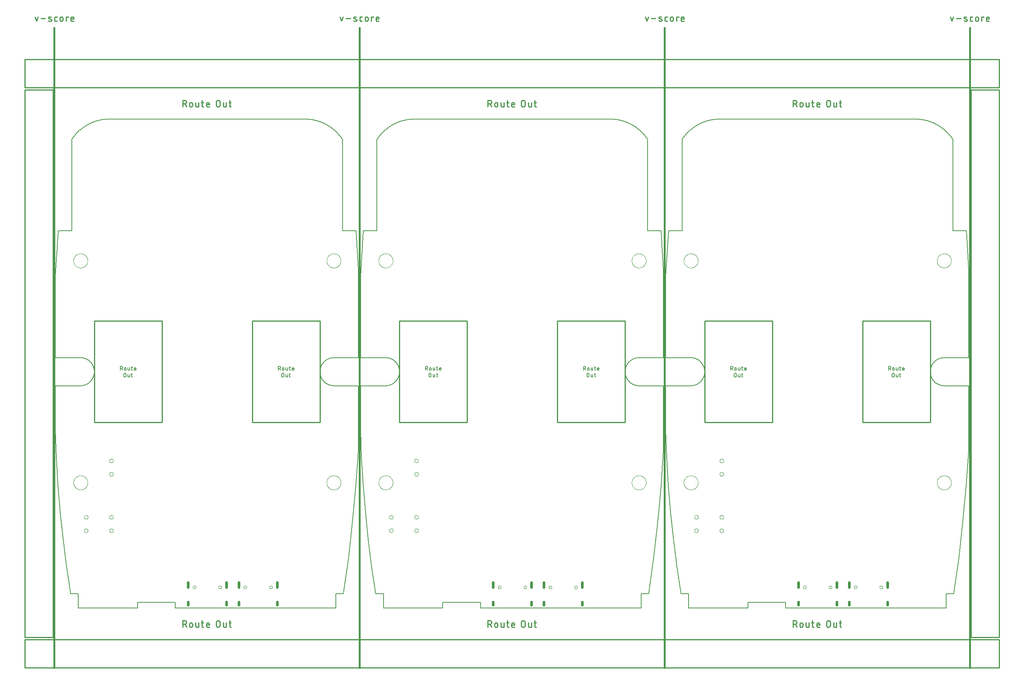
<source format=gko>
G04 EAGLE Gerber RS-274X export*
G75*
%MOMM*%
%FSLAX34Y34*%
%LPD*%
%IN*%
%IPPOS*%
%AMOC8*
5,1,8,0,0,1.08239X$1,22.5*%
G01*
%ADD10C,0.254000*%
%ADD11C,0.152400*%
%ADD12C,0.203200*%
%ADD13C,0.279400*%
%ADD14C,0.381000*%
%ADD15C,0.000000*%
%ADD16C,0.600000*%


D10*
X87630Y647040D02*
X240030Y647040D01*
X240030Y418440D01*
X87630Y418440D01*
X87630Y647040D01*
X443230Y647040D02*
X595630Y647040D01*
X595630Y418440D01*
X443230Y418440D01*
X443230Y647040D01*
D11*
X146321Y544678D02*
X146321Y536042D01*
X146321Y544678D02*
X148720Y544678D01*
X148817Y544676D01*
X148913Y544670D01*
X149009Y544661D01*
X149105Y544647D01*
X149200Y544630D01*
X149294Y544608D01*
X149387Y544583D01*
X149480Y544555D01*
X149571Y544522D01*
X149660Y544486D01*
X149748Y544446D01*
X149835Y544403D01*
X149920Y544357D01*
X150002Y544307D01*
X150083Y544253D01*
X150161Y544197D01*
X150237Y544137D01*
X150311Y544075D01*
X150382Y544009D01*
X150450Y543941D01*
X150516Y543870D01*
X150578Y543796D01*
X150638Y543720D01*
X150694Y543642D01*
X150748Y543561D01*
X150798Y543479D01*
X150844Y543394D01*
X150887Y543307D01*
X150927Y543219D01*
X150963Y543130D01*
X150996Y543039D01*
X151024Y542946D01*
X151049Y542853D01*
X151071Y542759D01*
X151088Y542664D01*
X151102Y542568D01*
X151111Y542472D01*
X151117Y542376D01*
X151119Y542279D01*
X151117Y542182D01*
X151111Y542086D01*
X151102Y541990D01*
X151088Y541894D01*
X151071Y541799D01*
X151049Y541705D01*
X151024Y541612D01*
X150996Y541519D01*
X150963Y541428D01*
X150927Y541339D01*
X150887Y541251D01*
X150844Y541164D01*
X150798Y541080D01*
X150748Y540997D01*
X150694Y540916D01*
X150638Y540838D01*
X150578Y540762D01*
X150516Y540688D01*
X150450Y540617D01*
X150382Y540549D01*
X150311Y540483D01*
X150237Y540421D01*
X150161Y540361D01*
X150083Y540305D01*
X150002Y540251D01*
X149920Y540201D01*
X149835Y540155D01*
X149748Y540112D01*
X149660Y540072D01*
X149571Y540036D01*
X149480Y540003D01*
X149387Y539975D01*
X149294Y539950D01*
X149200Y539928D01*
X149105Y539911D01*
X149009Y539897D01*
X148913Y539888D01*
X148817Y539882D01*
X148720Y539880D01*
X146321Y539880D01*
X149200Y539880D02*
X151119Y536042D01*
X155251Y537961D02*
X155251Y539880D01*
X155253Y539966D01*
X155259Y540052D01*
X155268Y540138D01*
X155282Y540223D01*
X155299Y540307D01*
X155320Y540391D01*
X155345Y540473D01*
X155373Y540554D01*
X155405Y540634D01*
X155441Y540713D01*
X155480Y540789D01*
X155523Y540864D01*
X155568Y540937D01*
X155617Y541008D01*
X155670Y541076D01*
X155725Y541143D01*
X155783Y541206D01*
X155844Y541267D01*
X155907Y541325D01*
X155974Y541380D01*
X156042Y541433D01*
X156113Y541482D01*
X156186Y541527D01*
X156261Y541570D01*
X156337Y541609D01*
X156416Y541645D01*
X156496Y541677D01*
X156577Y541705D01*
X156659Y541730D01*
X156743Y541751D01*
X156827Y541768D01*
X156912Y541782D01*
X156998Y541791D01*
X157084Y541797D01*
X157170Y541799D01*
X157256Y541797D01*
X157342Y541791D01*
X157428Y541782D01*
X157513Y541768D01*
X157597Y541751D01*
X157681Y541730D01*
X157763Y541705D01*
X157844Y541677D01*
X157924Y541645D01*
X158003Y541609D01*
X158079Y541570D01*
X158154Y541527D01*
X158227Y541482D01*
X158298Y541433D01*
X158366Y541380D01*
X158433Y541325D01*
X158496Y541267D01*
X158557Y541206D01*
X158615Y541143D01*
X158670Y541076D01*
X158723Y541008D01*
X158772Y540937D01*
X158817Y540864D01*
X158860Y540789D01*
X158899Y540713D01*
X158935Y540634D01*
X158967Y540554D01*
X158995Y540473D01*
X159020Y540391D01*
X159041Y540307D01*
X159058Y540223D01*
X159072Y540138D01*
X159081Y540052D01*
X159087Y539966D01*
X159089Y539880D01*
X159089Y537961D01*
X159087Y537875D01*
X159081Y537789D01*
X159072Y537703D01*
X159058Y537618D01*
X159041Y537534D01*
X159020Y537450D01*
X158995Y537368D01*
X158967Y537287D01*
X158935Y537207D01*
X158899Y537128D01*
X158860Y537052D01*
X158817Y536977D01*
X158772Y536904D01*
X158723Y536833D01*
X158670Y536765D01*
X158615Y536698D01*
X158557Y536635D01*
X158496Y536574D01*
X158433Y536516D01*
X158366Y536461D01*
X158298Y536408D01*
X158227Y536359D01*
X158154Y536314D01*
X158079Y536271D01*
X158003Y536232D01*
X157924Y536196D01*
X157844Y536164D01*
X157763Y536136D01*
X157681Y536111D01*
X157597Y536090D01*
X157513Y536073D01*
X157428Y536059D01*
X157342Y536050D01*
X157256Y536044D01*
X157170Y536042D01*
X157084Y536044D01*
X156998Y536050D01*
X156912Y536059D01*
X156827Y536073D01*
X156743Y536090D01*
X156659Y536111D01*
X156577Y536136D01*
X156496Y536164D01*
X156416Y536196D01*
X156337Y536232D01*
X156261Y536271D01*
X156186Y536314D01*
X156113Y536359D01*
X156042Y536408D01*
X155974Y536461D01*
X155907Y536516D01*
X155844Y536574D01*
X155783Y536635D01*
X155725Y536698D01*
X155670Y536765D01*
X155617Y536833D01*
X155568Y536904D01*
X155523Y536977D01*
X155480Y537052D01*
X155441Y537128D01*
X155405Y537207D01*
X155373Y537287D01*
X155345Y537368D01*
X155320Y537450D01*
X155299Y537534D01*
X155282Y537618D01*
X155268Y537703D01*
X155259Y537789D01*
X155253Y537875D01*
X155251Y537961D01*
X163480Y537481D02*
X163480Y541799D01*
X163480Y537481D02*
X163482Y537406D01*
X163488Y537331D01*
X163498Y537256D01*
X163511Y537182D01*
X163529Y537109D01*
X163550Y537036D01*
X163576Y536965D01*
X163604Y536896D01*
X163637Y536828D01*
X163673Y536762D01*
X163712Y536697D01*
X163755Y536635D01*
X163801Y536575D01*
X163850Y536518D01*
X163901Y536463D01*
X163956Y536412D01*
X164013Y536363D01*
X164073Y536317D01*
X164135Y536274D01*
X164200Y536235D01*
X164266Y536199D01*
X164334Y536166D01*
X164403Y536138D01*
X164474Y536112D01*
X164547Y536091D01*
X164620Y536073D01*
X164694Y536060D01*
X164769Y536050D01*
X164844Y536044D01*
X164919Y536042D01*
X167318Y536042D01*
X167318Y541799D01*
X170864Y541799D02*
X173743Y541799D01*
X171824Y544678D02*
X171824Y537481D01*
X171826Y537408D01*
X171831Y537335D01*
X171841Y537263D01*
X171853Y537191D01*
X171870Y537120D01*
X171890Y537050D01*
X171914Y536981D01*
X171941Y536914D01*
X171971Y536847D01*
X172005Y536783D01*
X172042Y536720D01*
X172082Y536659D01*
X172125Y536600D01*
X172171Y536544D01*
X172220Y536490D01*
X172272Y536438D01*
X172326Y536389D01*
X172382Y536343D01*
X172441Y536300D01*
X172502Y536260D01*
X172565Y536223D01*
X172629Y536189D01*
X172696Y536159D01*
X172763Y536132D01*
X172832Y536108D01*
X172902Y536088D01*
X172973Y536071D01*
X173045Y536059D01*
X173117Y536049D01*
X173190Y536044D01*
X173263Y536042D01*
X173743Y536042D01*
X178940Y536042D02*
X181339Y536042D01*
X178940Y536042D02*
X178865Y536044D01*
X178790Y536050D01*
X178715Y536060D01*
X178641Y536073D01*
X178568Y536091D01*
X178495Y536112D01*
X178424Y536138D01*
X178355Y536166D01*
X178287Y536199D01*
X178221Y536235D01*
X178156Y536274D01*
X178094Y536317D01*
X178034Y536363D01*
X177977Y536412D01*
X177922Y536463D01*
X177871Y536518D01*
X177822Y536575D01*
X177776Y536635D01*
X177733Y536697D01*
X177694Y536762D01*
X177658Y536828D01*
X177625Y536896D01*
X177597Y536965D01*
X177571Y537036D01*
X177550Y537109D01*
X177532Y537182D01*
X177519Y537256D01*
X177509Y537331D01*
X177503Y537406D01*
X177501Y537481D01*
X177501Y539880D01*
X177503Y539966D01*
X177509Y540052D01*
X177518Y540138D01*
X177532Y540223D01*
X177549Y540307D01*
X177570Y540391D01*
X177595Y540473D01*
X177623Y540554D01*
X177655Y540634D01*
X177691Y540713D01*
X177730Y540789D01*
X177773Y540864D01*
X177818Y540937D01*
X177867Y541008D01*
X177920Y541076D01*
X177975Y541143D01*
X178033Y541206D01*
X178094Y541267D01*
X178157Y541325D01*
X178224Y541380D01*
X178292Y541433D01*
X178363Y541482D01*
X178436Y541527D01*
X178511Y541570D01*
X178587Y541609D01*
X178666Y541645D01*
X178746Y541677D01*
X178827Y541705D01*
X178909Y541730D01*
X178993Y541751D01*
X179077Y541768D01*
X179162Y541782D01*
X179248Y541791D01*
X179334Y541797D01*
X179420Y541799D01*
X179506Y541797D01*
X179592Y541791D01*
X179678Y541782D01*
X179763Y541768D01*
X179847Y541751D01*
X179931Y541730D01*
X180013Y541705D01*
X180094Y541677D01*
X180174Y541645D01*
X180253Y541609D01*
X180329Y541570D01*
X180404Y541527D01*
X180477Y541482D01*
X180548Y541433D01*
X180616Y541380D01*
X180683Y541325D01*
X180746Y541267D01*
X180807Y541206D01*
X180865Y541143D01*
X180920Y541076D01*
X180973Y541008D01*
X181022Y540937D01*
X181067Y540864D01*
X181110Y540789D01*
X181149Y540713D01*
X181185Y540634D01*
X181217Y540554D01*
X181245Y540473D01*
X181270Y540391D01*
X181291Y540307D01*
X181308Y540223D01*
X181322Y540138D01*
X181331Y540052D01*
X181337Y539966D01*
X181339Y539880D01*
X181339Y538920D01*
X177501Y538920D01*
X154039Y527039D02*
X154039Y523200D01*
X154039Y527039D02*
X154041Y527136D01*
X154047Y527232D01*
X154056Y527328D01*
X154070Y527424D01*
X154087Y527519D01*
X154109Y527613D01*
X154134Y527706D01*
X154162Y527799D01*
X154195Y527890D01*
X154231Y527979D01*
X154271Y528067D01*
X154314Y528154D01*
X154360Y528239D01*
X154410Y528321D01*
X154464Y528402D01*
X154520Y528480D01*
X154580Y528556D01*
X154642Y528630D01*
X154708Y528701D01*
X154776Y528769D01*
X154847Y528835D01*
X154921Y528897D01*
X154997Y528957D01*
X155075Y529013D01*
X155156Y529067D01*
X155239Y529117D01*
X155323Y529163D01*
X155410Y529206D01*
X155498Y529246D01*
X155587Y529282D01*
X155678Y529315D01*
X155771Y529343D01*
X155864Y529368D01*
X155958Y529390D01*
X156053Y529407D01*
X156149Y529421D01*
X156245Y529430D01*
X156341Y529436D01*
X156438Y529438D01*
X156535Y529436D01*
X156631Y529430D01*
X156727Y529421D01*
X156823Y529407D01*
X156918Y529390D01*
X157012Y529368D01*
X157105Y529343D01*
X157198Y529315D01*
X157289Y529282D01*
X157378Y529246D01*
X157466Y529206D01*
X157553Y529163D01*
X157638Y529117D01*
X157720Y529067D01*
X157801Y529013D01*
X157879Y528957D01*
X157955Y528897D01*
X158029Y528835D01*
X158100Y528769D01*
X158168Y528701D01*
X158234Y528630D01*
X158296Y528556D01*
X158356Y528480D01*
X158412Y528402D01*
X158466Y528321D01*
X158516Y528239D01*
X158562Y528154D01*
X158605Y528067D01*
X158645Y527979D01*
X158681Y527890D01*
X158714Y527799D01*
X158742Y527706D01*
X158767Y527613D01*
X158789Y527519D01*
X158806Y527424D01*
X158820Y527328D01*
X158829Y527232D01*
X158835Y527136D01*
X158837Y527039D01*
X158837Y523200D01*
X158835Y523103D01*
X158829Y523007D01*
X158820Y522911D01*
X158806Y522815D01*
X158789Y522720D01*
X158767Y522626D01*
X158742Y522533D01*
X158714Y522440D01*
X158681Y522349D01*
X158645Y522260D01*
X158605Y522172D01*
X158562Y522085D01*
X158516Y522001D01*
X158466Y521918D01*
X158412Y521837D01*
X158356Y521759D01*
X158296Y521683D01*
X158234Y521609D01*
X158168Y521538D01*
X158100Y521470D01*
X158029Y521404D01*
X157955Y521342D01*
X157879Y521282D01*
X157801Y521226D01*
X157720Y521172D01*
X157637Y521122D01*
X157553Y521076D01*
X157466Y521033D01*
X157378Y520993D01*
X157289Y520957D01*
X157198Y520924D01*
X157105Y520896D01*
X157012Y520871D01*
X156918Y520849D01*
X156823Y520832D01*
X156727Y520818D01*
X156631Y520809D01*
X156535Y520803D01*
X156438Y520801D01*
X156341Y520803D01*
X156245Y520809D01*
X156149Y520818D01*
X156053Y520832D01*
X155958Y520849D01*
X155864Y520871D01*
X155771Y520896D01*
X155678Y520924D01*
X155587Y520957D01*
X155498Y520993D01*
X155410Y521033D01*
X155323Y521076D01*
X155239Y521122D01*
X155156Y521172D01*
X155075Y521226D01*
X154997Y521282D01*
X154921Y521342D01*
X154847Y521404D01*
X154776Y521470D01*
X154708Y521538D01*
X154642Y521609D01*
X154580Y521683D01*
X154520Y521759D01*
X154464Y521837D01*
X154410Y521918D01*
X154360Y522001D01*
X154314Y522085D01*
X154271Y522172D01*
X154231Y522260D01*
X154195Y522349D01*
X154162Y522440D01*
X154134Y522533D01*
X154109Y522626D01*
X154087Y522720D01*
X154070Y522815D01*
X154056Y522911D01*
X154047Y523007D01*
X154041Y523103D01*
X154039Y523200D01*
X163358Y522241D02*
X163358Y526559D01*
X163359Y522241D02*
X163361Y522166D01*
X163367Y522091D01*
X163377Y522016D01*
X163390Y521942D01*
X163408Y521869D01*
X163429Y521796D01*
X163455Y521725D01*
X163483Y521656D01*
X163516Y521588D01*
X163552Y521522D01*
X163591Y521457D01*
X163634Y521395D01*
X163680Y521335D01*
X163729Y521278D01*
X163780Y521223D01*
X163835Y521172D01*
X163892Y521123D01*
X163952Y521077D01*
X164014Y521034D01*
X164079Y520995D01*
X164145Y520959D01*
X164213Y520926D01*
X164282Y520898D01*
X164353Y520872D01*
X164426Y520851D01*
X164499Y520833D01*
X164573Y520820D01*
X164648Y520810D01*
X164723Y520804D01*
X164798Y520802D01*
X167196Y520802D01*
X167196Y526559D01*
X170742Y526559D02*
X173621Y526559D01*
X171702Y529438D02*
X171702Y522241D01*
X171704Y522168D01*
X171709Y522095D01*
X171719Y522023D01*
X171731Y521951D01*
X171748Y521880D01*
X171768Y521810D01*
X171792Y521741D01*
X171819Y521674D01*
X171849Y521607D01*
X171883Y521543D01*
X171920Y521480D01*
X171960Y521419D01*
X172003Y521360D01*
X172049Y521304D01*
X172098Y521250D01*
X172150Y521198D01*
X172204Y521149D01*
X172260Y521103D01*
X172319Y521060D01*
X172380Y521020D01*
X172443Y520983D01*
X172507Y520949D01*
X172574Y520919D01*
X172641Y520892D01*
X172710Y520868D01*
X172780Y520848D01*
X172851Y520831D01*
X172923Y520819D01*
X172995Y520809D01*
X173068Y520804D01*
X173141Y520802D01*
X173621Y520802D01*
X501921Y536042D02*
X501921Y544678D01*
X504320Y544678D01*
X504417Y544676D01*
X504513Y544670D01*
X504609Y544661D01*
X504705Y544647D01*
X504800Y544630D01*
X504894Y544608D01*
X504987Y544583D01*
X505080Y544555D01*
X505171Y544522D01*
X505260Y544486D01*
X505348Y544446D01*
X505435Y544403D01*
X505520Y544357D01*
X505602Y544307D01*
X505683Y544253D01*
X505761Y544197D01*
X505837Y544137D01*
X505911Y544075D01*
X505982Y544009D01*
X506050Y543941D01*
X506116Y543870D01*
X506178Y543796D01*
X506238Y543720D01*
X506294Y543642D01*
X506348Y543561D01*
X506398Y543479D01*
X506444Y543394D01*
X506487Y543307D01*
X506527Y543219D01*
X506563Y543130D01*
X506596Y543039D01*
X506624Y542946D01*
X506649Y542853D01*
X506671Y542759D01*
X506688Y542664D01*
X506702Y542568D01*
X506711Y542472D01*
X506717Y542376D01*
X506719Y542279D01*
X506717Y542182D01*
X506711Y542086D01*
X506702Y541990D01*
X506688Y541894D01*
X506671Y541799D01*
X506649Y541705D01*
X506624Y541612D01*
X506596Y541519D01*
X506563Y541428D01*
X506527Y541339D01*
X506487Y541251D01*
X506444Y541164D01*
X506398Y541080D01*
X506348Y540997D01*
X506294Y540916D01*
X506238Y540838D01*
X506178Y540762D01*
X506116Y540688D01*
X506050Y540617D01*
X505982Y540549D01*
X505911Y540483D01*
X505837Y540421D01*
X505761Y540361D01*
X505683Y540305D01*
X505602Y540251D01*
X505520Y540201D01*
X505435Y540155D01*
X505348Y540112D01*
X505260Y540072D01*
X505171Y540036D01*
X505080Y540003D01*
X504987Y539975D01*
X504894Y539950D01*
X504800Y539928D01*
X504705Y539911D01*
X504609Y539897D01*
X504513Y539888D01*
X504417Y539882D01*
X504320Y539880D01*
X501921Y539880D01*
X504800Y539880D02*
X506719Y536042D01*
X510851Y537961D02*
X510851Y539880D01*
X510853Y539966D01*
X510859Y540052D01*
X510868Y540138D01*
X510882Y540223D01*
X510899Y540307D01*
X510920Y540391D01*
X510945Y540473D01*
X510973Y540554D01*
X511005Y540634D01*
X511041Y540713D01*
X511080Y540789D01*
X511123Y540864D01*
X511168Y540937D01*
X511217Y541008D01*
X511270Y541076D01*
X511325Y541143D01*
X511383Y541206D01*
X511444Y541267D01*
X511507Y541325D01*
X511574Y541380D01*
X511642Y541433D01*
X511713Y541482D01*
X511786Y541527D01*
X511861Y541570D01*
X511937Y541609D01*
X512016Y541645D01*
X512096Y541677D01*
X512177Y541705D01*
X512259Y541730D01*
X512343Y541751D01*
X512427Y541768D01*
X512512Y541782D01*
X512598Y541791D01*
X512684Y541797D01*
X512770Y541799D01*
X512856Y541797D01*
X512942Y541791D01*
X513028Y541782D01*
X513113Y541768D01*
X513197Y541751D01*
X513281Y541730D01*
X513363Y541705D01*
X513444Y541677D01*
X513524Y541645D01*
X513603Y541609D01*
X513679Y541570D01*
X513754Y541527D01*
X513827Y541482D01*
X513898Y541433D01*
X513966Y541380D01*
X514033Y541325D01*
X514096Y541267D01*
X514157Y541206D01*
X514215Y541143D01*
X514270Y541076D01*
X514323Y541008D01*
X514372Y540937D01*
X514417Y540864D01*
X514460Y540789D01*
X514499Y540713D01*
X514535Y540634D01*
X514567Y540554D01*
X514595Y540473D01*
X514620Y540391D01*
X514641Y540307D01*
X514658Y540223D01*
X514672Y540138D01*
X514681Y540052D01*
X514687Y539966D01*
X514689Y539880D01*
X514689Y537961D01*
X514687Y537875D01*
X514681Y537789D01*
X514672Y537703D01*
X514658Y537618D01*
X514641Y537534D01*
X514620Y537450D01*
X514595Y537368D01*
X514567Y537287D01*
X514535Y537207D01*
X514499Y537128D01*
X514460Y537052D01*
X514417Y536977D01*
X514372Y536904D01*
X514323Y536833D01*
X514270Y536765D01*
X514215Y536698D01*
X514157Y536635D01*
X514096Y536574D01*
X514033Y536516D01*
X513966Y536461D01*
X513898Y536408D01*
X513827Y536359D01*
X513754Y536314D01*
X513679Y536271D01*
X513603Y536232D01*
X513524Y536196D01*
X513444Y536164D01*
X513363Y536136D01*
X513281Y536111D01*
X513197Y536090D01*
X513113Y536073D01*
X513028Y536059D01*
X512942Y536050D01*
X512856Y536044D01*
X512770Y536042D01*
X512684Y536044D01*
X512598Y536050D01*
X512512Y536059D01*
X512427Y536073D01*
X512343Y536090D01*
X512259Y536111D01*
X512177Y536136D01*
X512096Y536164D01*
X512016Y536196D01*
X511937Y536232D01*
X511861Y536271D01*
X511786Y536314D01*
X511713Y536359D01*
X511642Y536408D01*
X511574Y536461D01*
X511507Y536516D01*
X511444Y536574D01*
X511383Y536635D01*
X511325Y536698D01*
X511270Y536765D01*
X511217Y536833D01*
X511168Y536904D01*
X511123Y536977D01*
X511080Y537052D01*
X511041Y537128D01*
X511005Y537207D01*
X510973Y537287D01*
X510945Y537368D01*
X510920Y537450D01*
X510899Y537534D01*
X510882Y537618D01*
X510868Y537703D01*
X510859Y537789D01*
X510853Y537875D01*
X510851Y537961D01*
X519080Y537481D02*
X519080Y541799D01*
X519080Y537481D02*
X519082Y537406D01*
X519088Y537331D01*
X519098Y537256D01*
X519111Y537182D01*
X519129Y537109D01*
X519150Y537036D01*
X519176Y536965D01*
X519204Y536896D01*
X519237Y536828D01*
X519273Y536762D01*
X519312Y536697D01*
X519355Y536635D01*
X519401Y536575D01*
X519450Y536518D01*
X519501Y536463D01*
X519556Y536412D01*
X519613Y536363D01*
X519673Y536317D01*
X519735Y536274D01*
X519800Y536235D01*
X519866Y536199D01*
X519934Y536166D01*
X520003Y536138D01*
X520074Y536112D01*
X520147Y536091D01*
X520220Y536073D01*
X520294Y536060D01*
X520369Y536050D01*
X520444Y536044D01*
X520519Y536042D01*
X522918Y536042D01*
X522918Y541799D01*
X526464Y541799D02*
X529343Y541799D01*
X527424Y544678D02*
X527424Y537481D01*
X527426Y537408D01*
X527431Y537335D01*
X527441Y537263D01*
X527453Y537191D01*
X527470Y537120D01*
X527490Y537050D01*
X527514Y536981D01*
X527541Y536914D01*
X527571Y536847D01*
X527605Y536783D01*
X527642Y536720D01*
X527682Y536659D01*
X527725Y536600D01*
X527771Y536544D01*
X527820Y536490D01*
X527872Y536438D01*
X527926Y536389D01*
X527982Y536343D01*
X528041Y536300D01*
X528102Y536260D01*
X528165Y536223D01*
X528229Y536189D01*
X528296Y536159D01*
X528363Y536132D01*
X528432Y536108D01*
X528502Y536088D01*
X528573Y536071D01*
X528645Y536059D01*
X528717Y536049D01*
X528790Y536044D01*
X528863Y536042D01*
X529343Y536042D01*
X534540Y536042D02*
X536939Y536042D01*
X534540Y536042D02*
X534465Y536044D01*
X534390Y536050D01*
X534315Y536060D01*
X534241Y536073D01*
X534168Y536091D01*
X534095Y536112D01*
X534024Y536138D01*
X533955Y536166D01*
X533887Y536199D01*
X533821Y536235D01*
X533756Y536274D01*
X533694Y536317D01*
X533634Y536363D01*
X533577Y536412D01*
X533522Y536463D01*
X533471Y536518D01*
X533422Y536575D01*
X533376Y536635D01*
X533333Y536697D01*
X533294Y536762D01*
X533258Y536828D01*
X533225Y536896D01*
X533197Y536965D01*
X533171Y537036D01*
X533150Y537109D01*
X533132Y537182D01*
X533119Y537256D01*
X533109Y537331D01*
X533103Y537406D01*
X533101Y537481D01*
X533101Y539880D01*
X533103Y539966D01*
X533109Y540052D01*
X533118Y540138D01*
X533132Y540223D01*
X533149Y540307D01*
X533170Y540391D01*
X533195Y540473D01*
X533223Y540554D01*
X533255Y540634D01*
X533291Y540713D01*
X533330Y540789D01*
X533373Y540864D01*
X533418Y540937D01*
X533467Y541008D01*
X533520Y541076D01*
X533575Y541143D01*
X533633Y541206D01*
X533694Y541267D01*
X533757Y541325D01*
X533824Y541380D01*
X533892Y541433D01*
X533963Y541482D01*
X534036Y541527D01*
X534111Y541570D01*
X534187Y541609D01*
X534266Y541645D01*
X534346Y541677D01*
X534427Y541705D01*
X534509Y541730D01*
X534593Y541751D01*
X534677Y541768D01*
X534762Y541782D01*
X534848Y541791D01*
X534934Y541797D01*
X535020Y541799D01*
X535106Y541797D01*
X535192Y541791D01*
X535278Y541782D01*
X535363Y541768D01*
X535447Y541751D01*
X535531Y541730D01*
X535613Y541705D01*
X535694Y541677D01*
X535774Y541645D01*
X535853Y541609D01*
X535929Y541570D01*
X536004Y541527D01*
X536077Y541482D01*
X536148Y541433D01*
X536216Y541380D01*
X536283Y541325D01*
X536346Y541267D01*
X536407Y541206D01*
X536465Y541143D01*
X536520Y541076D01*
X536573Y541008D01*
X536622Y540937D01*
X536667Y540864D01*
X536710Y540789D01*
X536749Y540713D01*
X536785Y540634D01*
X536817Y540554D01*
X536845Y540473D01*
X536870Y540391D01*
X536891Y540307D01*
X536908Y540223D01*
X536922Y540138D01*
X536931Y540052D01*
X536937Y539966D01*
X536939Y539880D01*
X536939Y538920D01*
X533101Y538920D01*
X509639Y527039D02*
X509639Y523200D01*
X509639Y527039D02*
X509641Y527136D01*
X509647Y527232D01*
X509656Y527328D01*
X509670Y527424D01*
X509687Y527519D01*
X509709Y527613D01*
X509734Y527706D01*
X509762Y527799D01*
X509795Y527890D01*
X509831Y527979D01*
X509871Y528067D01*
X509914Y528154D01*
X509960Y528239D01*
X510010Y528321D01*
X510064Y528402D01*
X510120Y528480D01*
X510180Y528556D01*
X510242Y528630D01*
X510308Y528701D01*
X510376Y528769D01*
X510447Y528835D01*
X510521Y528897D01*
X510597Y528957D01*
X510675Y529013D01*
X510756Y529067D01*
X510839Y529117D01*
X510923Y529163D01*
X511010Y529206D01*
X511098Y529246D01*
X511187Y529282D01*
X511278Y529315D01*
X511371Y529343D01*
X511464Y529368D01*
X511558Y529390D01*
X511653Y529407D01*
X511749Y529421D01*
X511845Y529430D01*
X511941Y529436D01*
X512038Y529438D01*
X512135Y529436D01*
X512231Y529430D01*
X512327Y529421D01*
X512423Y529407D01*
X512518Y529390D01*
X512612Y529368D01*
X512705Y529343D01*
X512798Y529315D01*
X512889Y529282D01*
X512978Y529246D01*
X513066Y529206D01*
X513153Y529163D01*
X513238Y529117D01*
X513320Y529067D01*
X513401Y529013D01*
X513479Y528957D01*
X513555Y528897D01*
X513629Y528835D01*
X513700Y528769D01*
X513768Y528701D01*
X513834Y528630D01*
X513896Y528556D01*
X513956Y528480D01*
X514012Y528402D01*
X514066Y528321D01*
X514116Y528239D01*
X514162Y528154D01*
X514205Y528067D01*
X514245Y527979D01*
X514281Y527890D01*
X514314Y527799D01*
X514342Y527706D01*
X514367Y527613D01*
X514389Y527519D01*
X514406Y527424D01*
X514420Y527328D01*
X514429Y527232D01*
X514435Y527136D01*
X514437Y527039D01*
X514437Y523200D01*
X514435Y523103D01*
X514429Y523007D01*
X514420Y522911D01*
X514406Y522815D01*
X514389Y522720D01*
X514367Y522626D01*
X514342Y522533D01*
X514314Y522440D01*
X514281Y522349D01*
X514245Y522260D01*
X514205Y522172D01*
X514162Y522085D01*
X514116Y522001D01*
X514066Y521918D01*
X514012Y521837D01*
X513956Y521759D01*
X513896Y521683D01*
X513834Y521609D01*
X513768Y521538D01*
X513700Y521470D01*
X513629Y521404D01*
X513555Y521342D01*
X513479Y521282D01*
X513401Y521226D01*
X513320Y521172D01*
X513238Y521122D01*
X513153Y521076D01*
X513066Y521033D01*
X512978Y520993D01*
X512889Y520957D01*
X512798Y520924D01*
X512705Y520896D01*
X512612Y520871D01*
X512518Y520849D01*
X512423Y520832D01*
X512327Y520818D01*
X512231Y520809D01*
X512135Y520803D01*
X512038Y520801D01*
X511941Y520803D01*
X511845Y520809D01*
X511749Y520818D01*
X511653Y520832D01*
X511558Y520849D01*
X511464Y520871D01*
X511371Y520896D01*
X511278Y520924D01*
X511187Y520957D01*
X511098Y520993D01*
X511010Y521033D01*
X510923Y521076D01*
X510839Y521122D01*
X510756Y521172D01*
X510675Y521226D01*
X510597Y521282D01*
X510521Y521342D01*
X510447Y521404D01*
X510376Y521470D01*
X510308Y521538D01*
X510242Y521609D01*
X510180Y521683D01*
X510120Y521759D01*
X510064Y521837D01*
X510010Y521918D01*
X509960Y522001D01*
X509914Y522085D01*
X509871Y522172D01*
X509831Y522260D01*
X509795Y522349D01*
X509762Y522440D01*
X509734Y522533D01*
X509709Y522626D01*
X509687Y522720D01*
X509670Y522815D01*
X509656Y522911D01*
X509647Y523007D01*
X509641Y523103D01*
X509639Y523200D01*
X518958Y522241D02*
X518958Y526559D01*
X518959Y522241D02*
X518961Y522166D01*
X518967Y522091D01*
X518977Y522016D01*
X518990Y521942D01*
X519008Y521869D01*
X519029Y521796D01*
X519055Y521725D01*
X519083Y521656D01*
X519116Y521588D01*
X519152Y521522D01*
X519191Y521457D01*
X519234Y521395D01*
X519280Y521335D01*
X519329Y521278D01*
X519380Y521223D01*
X519435Y521172D01*
X519492Y521123D01*
X519552Y521077D01*
X519614Y521034D01*
X519679Y520995D01*
X519745Y520959D01*
X519813Y520926D01*
X519882Y520898D01*
X519953Y520872D01*
X520026Y520851D01*
X520099Y520833D01*
X520173Y520820D01*
X520248Y520810D01*
X520323Y520804D01*
X520398Y520802D01*
X522796Y520802D01*
X522796Y526559D01*
X526342Y526559D02*
X529221Y526559D01*
X527302Y529438D02*
X527302Y522241D01*
X527304Y522168D01*
X527309Y522095D01*
X527319Y522023D01*
X527331Y521951D01*
X527348Y521880D01*
X527368Y521810D01*
X527392Y521741D01*
X527419Y521674D01*
X527449Y521607D01*
X527483Y521543D01*
X527520Y521480D01*
X527560Y521419D01*
X527603Y521360D01*
X527649Y521304D01*
X527698Y521250D01*
X527750Y521198D01*
X527804Y521149D01*
X527860Y521103D01*
X527919Y521060D01*
X527980Y521020D01*
X528043Y520983D01*
X528107Y520949D01*
X528174Y520919D01*
X528241Y520892D01*
X528310Y520868D01*
X528380Y520848D01*
X528451Y520831D01*
X528523Y520819D01*
X528595Y520809D01*
X528668Y520804D01*
X528741Y520802D01*
X529221Y520802D01*
D12*
X569722Y1101390D02*
X113538Y1101390D01*
X55880Y564490D02*
X56653Y564481D01*
X57426Y564452D01*
X58198Y564405D01*
X58968Y564339D01*
X59737Y564255D01*
X60503Y564152D01*
X61266Y564030D01*
X62027Y563889D01*
X62783Y563730D01*
X63536Y563553D01*
X64284Y563358D01*
X65027Y563144D01*
X65765Y562912D01*
X66497Y562662D01*
X67222Y562395D01*
X67941Y562110D01*
X68652Y561808D01*
X69357Y561488D01*
X70053Y561151D01*
X70740Y560798D01*
X71419Y560428D01*
X72089Y560041D01*
X72749Y559638D01*
X73399Y559219D01*
X74038Y558785D01*
X74667Y558335D01*
X75285Y557870D01*
X75891Y557390D01*
X76485Y556895D01*
X77067Y556387D01*
X77637Y555864D01*
X78194Y555327D01*
X78737Y554777D01*
X79267Y554214D01*
X79783Y553638D01*
X80285Y553050D01*
X80772Y552449D01*
X81244Y551837D01*
X81702Y551214D01*
X82144Y550580D01*
X82571Y549935D01*
X82982Y549280D01*
X83376Y548615D01*
X83755Y547941D01*
X84117Y547257D01*
X84462Y546566D01*
X84790Y545865D01*
X85101Y545158D01*
X85395Y544442D01*
X85671Y543720D01*
X85929Y542991D01*
X86170Y542257D01*
X86393Y541516D01*
X86598Y540771D01*
X86784Y540020D01*
X86952Y539266D01*
X87102Y538507D01*
X87233Y537745D01*
X87346Y536980D01*
X87440Y536213D01*
X87515Y535443D01*
X87571Y534672D01*
X87609Y533900D01*
X87628Y533127D01*
X87628Y532353D01*
X87609Y531580D01*
X87571Y530808D01*
X87515Y530037D01*
X87440Y529267D01*
X87346Y528500D01*
X87233Y527735D01*
X87102Y526973D01*
X86952Y526214D01*
X86784Y525460D01*
X86598Y524709D01*
X86393Y523964D01*
X86170Y523223D01*
X85929Y522489D01*
X85671Y521760D01*
X85395Y521038D01*
X85101Y520322D01*
X84790Y519615D01*
X84462Y518914D01*
X84117Y518223D01*
X83755Y517539D01*
X83376Y516865D01*
X82982Y516200D01*
X82571Y515545D01*
X82144Y514900D01*
X81702Y514266D01*
X81244Y513643D01*
X80772Y513031D01*
X80285Y512430D01*
X79783Y511842D01*
X79267Y511266D01*
X78737Y510703D01*
X78194Y510153D01*
X77637Y509616D01*
X77067Y509093D01*
X76485Y508585D01*
X75891Y508090D01*
X75285Y507610D01*
X74667Y507145D01*
X74038Y506695D01*
X73399Y506261D01*
X72749Y505842D01*
X72089Y505439D01*
X71419Y505052D01*
X70740Y504682D01*
X70053Y504329D01*
X69357Y503992D01*
X68652Y503672D01*
X67941Y503370D01*
X67222Y503085D01*
X66497Y502818D01*
X65765Y502568D01*
X65027Y502336D01*
X64284Y502122D01*
X63536Y501927D01*
X62783Y501750D01*
X62027Y501591D01*
X61266Y501450D01*
X60503Y501328D01*
X59737Y501225D01*
X58968Y501141D01*
X58198Y501075D01*
X57426Y501028D01*
X56653Y500999D01*
X55880Y500990D01*
X627380Y500990D02*
X626607Y500999D01*
X625834Y501028D01*
X625062Y501075D01*
X624292Y501141D01*
X623523Y501225D01*
X622757Y501328D01*
X621994Y501450D01*
X621233Y501591D01*
X620477Y501750D01*
X619724Y501927D01*
X618976Y502122D01*
X618233Y502336D01*
X617495Y502568D01*
X616763Y502818D01*
X616038Y503085D01*
X615319Y503370D01*
X614608Y503672D01*
X613903Y503992D01*
X613207Y504329D01*
X612520Y504682D01*
X611841Y505052D01*
X611171Y505439D01*
X610511Y505842D01*
X609861Y506261D01*
X609222Y506695D01*
X608593Y507145D01*
X607975Y507610D01*
X607369Y508090D01*
X606775Y508585D01*
X606193Y509093D01*
X605623Y509616D01*
X605066Y510153D01*
X604523Y510703D01*
X603993Y511266D01*
X603477Y511842D01*
X602975Y512430D01*
X602488Y513031D01*
X602016Y513643D01*
X601558Y514266D01*
X601116Y514900D01*
X600689Y515545D01*
X600278Y516200D01*
X599884Y516865D01*
X599505Y517539D01*
X599143Y518223D01*
X598798Y518914D01*
X598470Y519615D01*
X598159Y520322D01*
X597865Y521038D01*
X597589Y521760D01*
X597331Y522489D01*
X597090Y523223D01*
X596867Y523964D01*
X596662Y524709D01*
X596476Y525460D01*
X596308Y526214D01*
X596158Y526973D01*
X596027Y527735D01*
X595914Y528500D01*
X595820Y529267D01*
X595745Y530037D01*
X595689Y530808D01*
X595651Y531580D01*
X595632Y532353D01*
X595632Y533127D01*
X595651Y533900D01*
X595689Y534672D01*
X595745Y535443D01*
X595820Y536213D01*
X595914Y536980D01*
X596027Y537745D01*
X596158Y538507D01*
X596308Y539266D01*
X596476Y540020D01*
X596662Y540771D01*
X596867Y541516D01*
X597090Y542257D01*
X597331Y542991D01*
X597589Y543720D01*
X597865Y544442D01*
X598159Y545158D01*
X598470Y545865D01*
X598798Y546566D01*
X599143Y547257D01*
X599505Y547941D01*
X599884Y548615D01*
X600278Y549280D01*
X600689Y549935D01*
X601116Y550580D01*
X601558Y551214D01*
X602016Y551837D01*
X602488Y552449D01*
X602975Y553050D01*
X603477Y553638D01*
X603993Y554214D01*
X604523Y554777D01*
X605066Y555327D01*
X605623Y555864D01*
X606193Y556387D01*
X606775Y556895D01*
X607369Y557390D01*
X607975Y557870D01*
X608593Y558335D01*
X609222Y558785D01*
X609861Y559219D01*
X610511Y559638D01*
X611171Y560041D01*
X611841Y560428D01*
X612520Y560798D01*
X613207Y561151D01*
X613903Y561488D01*
X614608Y561808D01*
X615319Y562110D01*
X616038Y562395D01*
X616763Y562662D01*
X617495Y562912D01*
X618233Y563144D01*
X618976Y563358D01*
X619724Y563553D01*
X620477Y563730D01*
X621233Y563889D01*
X621994Y564030D01*
X622757Y564152D01*
X623523Y564255D01*
X624292Y564339D01*
X625062Y564405D01*
X625834Y564452D01*
X626607Y564481D01*
X627380Y564490D01*
X185110Y-10D02*
X51630Y-10D01*
X270110Y-10D02*
X631630Y-10D01*
X51630Y-10D02*
X51630Y32740D01*
X34130Y32740D01*
X631630Y32740D02*
X631630Y-10D01*
X631630Y32740D02*
X648630Y32740D01*
X34130Y32740D02*
X24987Y93687D01*
X17221Y154825D01*
X10837Y216122D01*
X5837Y277548D01*
X2224Y339071D01*
X0Y400660D01*
X681991Y354940D02*
X676369Y274129D01*
X668933Y193465D01*
X659685Y112988D01*
X648631Y32740D01*
X0Y400660D02*
X0Y500990D01*
X55880Y500990D01*
X0Y564490D02*
X0Y747370D01*
X0Y748640D01*
X0Y564490D02*
X55880Y564490D01*
X681990Y500990D02*
X681990Y354940D01*
X681990Y500990D02*
X627380Y500990D01*
X681990Y564490D02*
X681990Y761340D01*
X681990Y564490D02*
X627380Y564490D01*
X646430Y850240D02*
X676910Y850240D01*
X646430Y850240D02*
X646430Y1055980D01*
X646430Y1055979D02*
X645077Y1057997D01*
X643675Y1059981D01*
X642225Y1061931D01*
X640730Y1063846D01*
X639188Y1065724D01*
X637602Y1067564D01*
X635972Y1069366D01*
X634299Y1071128D01*
X632584Y1072849D01*
X630829Y1074528D01*
X629033Y1076165D01*
X627198Y1077758D01*
X625326Y1079306D01*
X623417Y1080809D01*
X621472Y1082265D01*
X619493Y1083674D01*
X617481Y1085036D01*
X615436Y1086348D01*
X613360Y1087611D01*
X611255Y1088823D01*
X609121Y1089984D01*
X606960Y1091094D01*
X604772Y1092152D01*
X602560Y1093156D01*
X600324Y1094107D01*
X598066Y1095004D01*
X595787Y1095846D01*
X593489Y1096633D01*
X591172Y1097364D01*
X588838Y1098040D01*
X586489Y1098659D01*
X584125Y1099222D01*
X581749Y1099727D01*
X579361Y1100175D01*
X576963Y1100566D01*
X574556Y1100898D01*
X572142Y1101173D01*
X569722Y1101389D01*
X36830Y850240D02*
X6350Y850240D01*
X36830Y850240D02*
X36830Y1055980D01*
X36830Y1055979D02*
X38183Y1057997D01*
X39585Y1059981D01*
X41035Y1061931D01*
X42530Y1063846D01*
X44072Y1065724D01*
X45658Y1067564D01*
X47288Y1069366D01*
X48961Y1071128D01*
X50676Y1072849D01*
X52431Y1074528D01*
X54227Y1076165D01*
X56062Y1077758D01*
X57934Y1079306D01*
X59843Y1080809D01*
X61788Y1082265D01*
X63767Y1083674D01*
X65779Y1085036D01*
X67824Y1086348D01*
X69900Y1087611D01*
X72005Y1088823D01*
X74139Y1089984D01*
X76300Y1091094D01*
X78488Y1092152D01*
X80700Y1093156D01*
X82936Y1094107D01*
X85194Y1095004D01*
X87473Y1095846D01*
X89771Y1096633D01*
X92088Y1097364D01*
X94422Y1098040D01*
X96771Y1098659D01*
X99135Y1099222D01*
X101511Y1099727D01*
X103899Y1100175D01*
X106297Y1100566D01*
X108704Y1100898D01*
X111118Y1101173D01*
X113538Y1101389D01*
X6350Y850240D02*
X0Y747370D01*
X681990Y761340D02*
X676910Y850240D01*
X270110Y13150D02*
X270110Y-10D01*
X270110Y13150D02*
X185110Y13150D01*
X185110Y-10D01*
D13*
X286499Y-28067D02*
X286499Y-43053D01*
X286499Y-28067D02*
X290662Y-28067D01*
X290790Y-28069D01*
X290918Y-28075D01*
X291046Y-28085D01*
X291174Y-28099D01*
X291301Y-28116D01*
X291427Y-28138D01*
X291553Y-28163D01*
X291677Y-28193D01*
X291801Y-28226D01*
X291924Y-28263D01*
X292046Y-28304D01*
X292166Y-28348D01*
X292285Y-28396D01*
X292402Y-28448D01*
X292518Y-28503D01*
X292631Y-28562D01*
X292744Y-28625D01*
X292854Y-28691D01*
X292961Y-28760D01*
X293067Y-28832D01*
X293171Y-28908D01*
X293272Y-28987D01*
X293371Y-29069D01*
X293467Y-29154D01*
X293560Y-29241D01*
X293651Y-29332D01*
X293738Y-29425D01*
X293823Y-29521D01*
X293905Y-29620D01*
X293984Y-29721D01*
X294060Y-29825D01*
X294132Y-29931D01*
X294201Y-30038D01*
X294267Y-30149D01*
X294330Y-30261D01*
X294389Y-30374D01*
X294444Y-30490D01*
X294496Y-30607D01*
X294544Y-30726D01*
X294588Y-30846D01*
X294629Y-30968D01*
X294666Y-31091D01*
X294699Y-31215D01*
X294729Y-31339D01*
X294754Y-31465D01*
X294776Y-31591D01*
X294793Y-31718D01*
X294807Y-31846D01*
X294817Y-31974D01*
X294823Y-32102D01*
X294825Y-32230D01*
X294823Y-32358D01*
X294817Y-32486D01*
X294807Y-32614D01*
X294793Y-32742D01*
X294776Y-32869D01*
X294754Y-32995D01*
X294729Y-33121D01*
X294699Y-33245D01*
X294666Y-33369D01*
X294629Y-33492D01*
X294588Y-33614D01*
X294544Y-33734D01*
X294496Y-33853D01*
X294444Y-33970D01*
X294389Y-34086D01*
X294330Y-34199D01*
X294267Y-34312D01*
X294201Y-34422D01*
X294132Y-34529D01*
X294060Y-34635D01*
X293984Y-34739D01*
X293905Y-34840D01*
X293823Y-34939D01*
X293738Y-35035D01*
X293651Y-35128D01*
X293560Y-35219D01*
X293467Y-35306D01*
X293371Y-35391D01*
X293272Y-35473D01*
X293171Y-35552D01*
X293067Y-35628D01*
X292961Y-35700D01*
X292854Y-35769D01*
X292744Y-35835D01*
X292631Y-35898D01*
X292518Y-35957D01*
X292402Y-36012D01*
X292285Y-36064D01*
X292166Y-36112D01*
X292046Y-36156D01*
X291924Y-36197D01*
X291801Y-36234D01*
X291677Y-36267D01*
X291553Y-36297D01*
X291427Y-36322D01*
X291301Y-36344D01*
X291174Y-36361D01*
X291046Y-36375D01*
X290918Y-36385D01*
X290790Y-36391D01*
X290662Y-36393D01*
X286499Y-36393D01*
X291494Y-36393D02*
X294824Y-43053D01*
X301783Y-39723D02*
X301783Y-36393D01*
X301785Y-36279D01*
X301791Y-36166D01*
X301800Y-36052D01*
X301814Y-35940D01*
X301831Y-35827D01*
X301853Y-35715D01*
X301878Y-35605D01*
X301906Y-35495D01*
X301939Y-35386D01*
X301975Y-35278D01*
X302015Y-35171D01*
X302059Y-35066D01*
X302106Y-34963D01*
X302156Y-34861D01*
X302210Y-34761D01*
X302268Y-34663D01*
X302329Y-34567D01*
X302392Y-34473D01*
X302460Y-34381D01*
X302530Y-34291D01*
X302603Y-34205D01*
X302679Y-34120D01*
X302758Y-34038D01*
X302840Y-33959D01*
X302925Y-33883D01*
X303011Y-33810D01*
X303101Y-33740D01*
X303193Y-33672D01*
X303287Y-33609D01*
X303383Y-33548D01*
X303481Y-33490D01*
X303581Y-33436D01*
X303683Y-33386D01*
X303786Y-33339D01*
X303891Y-33295D01*
X303998Y-33255D01*
X304106Y-33219D01*
X304215Y-33186D01*
X304325Y-33158D01*
X304435Y-33133D01*
X304547Y-33111D01*
X304660Y-33094D01*
X304772Y-33080D01*
X304886Y-33071D01*
X304999Y-33065D01*
X305113Y-33063D01*
X305227Y-33065D01*
X305340Y-33071D01*
X305454Y-33080D01*
X305566Y-33094D01*
X305679Y-33111D01*
X305791Y-33133D01*
X305901Y-33158D01*
X306011Y-33186D01*
X306120Y-33219D01*
X306228Y-33255D01*
X306335Y-33295D01*
X306440Y-33339D01*
X306543Y-33386D01*
X306645Y-33436D01*
X306745Y-33490D01*
X306843Y-33548D01*
X306939Y-33609D01*
X307033Y-33672D01*
X307125Y-33740D01*
X307215Y-33810D01*
X307301Y-33883D01*
X307386Y-33959D01*
X307468Y-34038D01*
X307547Y-34120D01*
X307623Y-34205D01*
X307696Y-34291D01*
X307766Y-34381D01*
X307834Y-34473D01*
X307897Y-34567D01*
X307958Y-34663D01*
X308016Y-34761D01*
X308070Y-34861D01*
X308120Y-34963D01*
X308167Y-35066D01*
X308211Y-35171D01*
X308251Y-35278D01*
X308287Y-35386D01*
X308320Y-35495D01*
X308348Y-35605D01*
X308373Y-35715D01*
X308395Y-35827D01*
X308412Y-35940D01*
X308426Y-36052D01*
X308435Y-36166D01*
X308441Y-36279D01*
X308443Y-36393D01*
X308443Y-39723D01*
X308441Y-39837D01*
X308435Y-39950D01*
X308426Y-40064D01*
X308412Y-40176D01*
X308395Y-40289D01*
X308373Y-40401D01*
X308348Y-40511D01*
X308320Y-40621D01*
X308287Y-40730D01*
X308251Y-40838D01*
X308211Y-40945D01*
X308167Y-41050D01*
X308120Y-41153D01*
X308070Y-41255D01*
X308016Y-41355D01*
X307958Y-41453D01*
X307897Y-41549D01*
X307834Y-41643D01*
X307766Y-41735D01*
X307696Y-41825D01*
X307623Y-41911D01*
X307547Y-41996D01*
X307468Y-42078D01*
X307386Y-42157D01*
X307301Y-42233D01*
X307215Y-42306D01*
X307125Y-42376D01*
X307033Y-42444D01*
X306939Y-42507D01*
X306843Y-42568D01*
X306745Y-42626D01*
X306645Y-42680D01*
X306543Y-42730D01*
X306440Y-42777D01*
X306335Y-42821D01*
X306228Y-42861D01*
X306120Y-42897D01*
X306011Y-42930D01*
X305901Y-42958D01*
X305791Y-42983D01*
X305679Y-43005D01*
X305566Y-43022D01*
X305454Y-43036D01*
X305340Y-43045D01*
X305227Y-43051D01*
X305113Y-43053D01*
X304999Y-43051D01*
X304886Y-43045D01*
X304772Y-43036D01*
X304660Y-43022D01*
X304547Y-43005D01*
X304435Y-42983D01*
X304325Y-42958D01*
X304215Y-42930D01*
X304106Y-42897D01*
X303998Y-42861D01*
X303891Y-42821D01*
X303786Y-42777D01*
X303683Y-42730D01*
X303581Y-42680D01*
X303481Y-42626D01*
X303383Y-42568D01*
X303287Y-42507D01*
X303193Y-42444D01*
X303101Y-42376D01*
X303011Y-42306D01*
X302925Y-42233D01*
X302840Y-42157D01*
X302758Y-42078D01*
X302679Y-41996D01*
X302603Y-41911D01*
X302530Y-41825D01*
X302460Y-41735D01*
X302392Y-41643D01*
X302329Y-41549D01*
X302268Y-41453D01*
X302210Y-41355D01*
X302156Y-41255D01*
X302106Y-41153D01*
X302059Y-41050D01*
X302015Y-40945D01*
X301975Y-40838D01*
X301939Y-40730D01*
X301906Y-40621D01*
X301878Y-40511D01*
X301853Y-40401D01*
X301831Y-40289D01*
X301814Y-40176D01*
X301800Y-40064D01*
X301791Y-39950D01*
X301785Y-39837D01*
X301783Y-39723D01*
X315851Y-40555D02*
X315851Y-33062D01*
X315850Y-40555D02*
X315852Y-40653D01*
X315858Y-40751D01*
X315867Y-40849D01*
X315881Y-40946D01*
X315898Y-41042D01*
X315919Y-41138D01*
X315944Y-41233D01*
X315972Y-41327D01*
X316004Y-41420D01*
X316040Y-41511D01*
X316079Y-41601D01*
X316122Y-41689D01*
X316169Y-41776D01*
X316218Y-41860D01*
X316271Y-41943D01*
X316327Y-42023D01*
X316386Y-42102D01*
X316449Y-42177D01*
X316514Y-42251D01*
X316582Y-42321D01*
X316652Y-42389D01*
X316726Y-42455D01*
X316802Y-42517D01*
X316880Y-42576D01*
X316960Y-42632D01*
X317043Y-42685D01*
X317127Y-42735D01*
X317214Y-42781D01*
X317302Y-42824D01*
X317392Y-42863D01*
X317483Y-42899D01*
X317576Y-42931D01*
X317670Y-42959D01*
X317765Y-42984D01*
X317861Y-43005D01*
X317957Y-43022D01*
X318054Y-43036D01*
X318152Y-43045D01*
X318250Y-43051D01*
X318348Y-43053D01*
X322511Y-43053D01*
X322511Y-33062D01*
X328492Y-33062D02*
X333487Y-33062D01*
X330157Y-28067D02*
X330157Y-40555D01*
X330159Y-40653D01*
X330165Y-40751D01*
X330174Y-40849D01*
X330188Y-40946D01*
X330205Y-41042D01*
X330226Y-41138D01*
X330251Y-41233D01*
X330279Y-41327D01*
X330311Y-41420D01*
X330347Y-41511D01*
X330386Y-41601D01*
X330429Y-41689D01*
X330476Y-41776D01*
X330525Y-41860D01*
X330578Y-41943D01*
X330634Y-42023D01*
X330693Y-42102D01*
X330756Y-42177D01*
X330821Y-42251D01*
X330889Y-42321D01*
X330959Y-42389D01*
X331033Y-42455D01*
X331109Y-42517D01*
X331187Y-42576D01*
X331267Y-42632D01*
X331350Y-42685D01*
X331434Y-42735D01*
X331521Y-42781D01*
X331609Y-42824D01*
X331699Y-42863D01*
X331790Y-42899D01*
X331883Y-42931D01*
X331977Y-42959D01*
X332072Y-42984D01*
X332168Y-43005D01*
X332264Y-43022D01*
X332361Y-43036D01*
X332459Y-43045D01*
X332557Y-43051D01*
X332655Y-43053D01*
X333487Y-43053D01*
X342316Y-43053D02*
X346479Y-43053D01*
X342316Y-43053D02*
X342218Y-43051D01*
X342120Y-43045D01*
X342022Y-43036D01*
X341925Y-43022D01*
X341829Y-43005D01*
X341733Y-42984D01*
X341638Y-42959D01*
X341544Y-42931D01*
X341451Y-42899D01*
X341360Y-42863D01*
X341270Y-42824D01*
X341182Y-42781D01*
X341095Y-42734D01*
X341011Y-42685D01*
X340928Y-42632D01*
X340848Y-42576D01*
X340770Y-42517D01*
X340694Y-42455D01*
X340620Y-42389D01*
X340550Y-42321D01*
X340482Y-42251D01*
X340417Y-42177D01*
X340354Y-42102D01*
X340295Y-42023D01*
X340239Y-41943D01*
X340186Y-41860D01*
X340137Y-41776D01*
X340090Y-41689D01*
X340047Y-41601D01*
X340008Y-41511D01*
X339972Y-41420D01*
X339940Y-41327D01*
X339912Y-41233D01*
X339887Y-41138D01*
X339866Y-41042D01*
X339849Y-40946D01*
X339835Y-40849D01*
X339826Y-40751D01*
X339820Y-40653D01*
X339818Y-40555D01*
X339819Y-40555D02*
X339819Y-36393D01*
X339821Y-36279D01*
X339827Y-36166D01*
X339836Y-36052D01*
X339850Y-35940D01*
X339867Y-35827D01*
X339889Y-35715D01*
X339914Y-35605D01*
X339942Y-35495D01*
X339975Y-35386D01*
X340011Y-35278D01*
X340051Y-35171D01*
X340095Y-35066D01*
X340142Y-34963D01*
X340192Y-34861D01*
X340246Y-34761D01*
X340304Y-34663D01*
X340365Y-34567D01*
X340428Y-34473D01*
X340496Y-34381D01*
X340566Y-34291D01*
X340639Y-34205D01*
X340715Y-34120D01*
X340794Y-34038D01*
X340876Y-33959D01*
X340961Y-33883D01*
X341047Y-33810D01*
X341137Y-33740D01*
X341229Y-33672D01*
X341323Y-33609D01*
X341419Y-33548D01*
X341517Y-33490D01*
X341617Y-33436D01*
X341719Y-33386D01*
X341822Y-33339D01*
X341927Y-33295D01*
X342034Y-33255D01*
X342142Y-33219D01*
X342251Y-33186D01*
X342361Y-33158D01*
X342471Y-33133D01*
X342583Y-33111D01*
X342696Y-33094D01*
X342808Y-33080D01*
X342922Y-33071D01*
X343035Y-33065D01*
X343149Y-33063D01*
X343263Y-33065D01*
X343376Y-33071D01*
X343490Y-33080D01*
X343602Y-33094D01*
X343715Y-33111D01*
X343827Y-33133D01*
X343937Y-33158D01*
X344047Y-33186D01*
X344156Y-33219D01*
X344264Y-33255D01*
X344371Y-33295D01*
X344476Y-33339D01*
X344579Y-33386D01*
X344681Y-33436D01*
X344781Y-33490D01*
X344879Y-33548D01*
X344975Y-33609D01*
X345069Y-33672D01*
X345161Y-33740D01*
X345251Y-33810D01*
X345337Y-33883D01*
X345422Y-33959D01*
X345504Y-34038D01*
X345583Y-34120D01*
X345659Y-34205D01*
X345732Y-34291D01*
X345802Y-34381D01*
X345870Y-34473D01*
X345933Y-34567D01*
X345994Y-34663D01*
X346052Y-34761D01*
X346106Y-34861D01*
X346156Y-34963D01*
X346203Y-35066D01*
X346247Y-35171D01*
X346287Y-35278D01*
X346323Y-35386D01*
X346356Y-35495D01*
X346384Y-35605D01*
X346409Y-35715D01*
X346431Y-35827D01*
X346448Y-35940D01*
X346462Y-36052D01*
X346471Y-36166D01*
X346477Y-36279D01*
X346479Y-36393D01*
X346479Y-38058D01*
X339819Y-38058D01*
X361912Y-38890D02*
X361912Y-32230D01*
X361914Y-32102D01*
X361920Y-31974D01*
X361930Y-31846D01*
X361944Y-31718D01*
X361961Y-31591D01*
X361983Y-31465D01*
X362008Y-31339D01*
X362038Y-31215D01*
X362071Y-31091D01*
X362108Y-30968D01*
X362149Y-30846D01*
X362193Y-30726D01*
X362241Y-30607D01*
X362293Y-30490D01*
X362348Y-30374D01*
X362407Y-30261D01*
X362470Y-30148D01*
X362536Y-30038D01*
X362605Y-29931D01*
X362677Y-29825D01*
X362753Y-29721D01*
X362832Y-29620D01*
X362914Y-29521D01*
X362999Y-29425D01*
X363086Y-29332D01*
X363177Y-29241D01*
X363270Y-29154D01*
X363366Y-29069D01*
X363465Y-28987D01*
X363566Y-28908D01*
X363670Y-28832D01*
X363776Y-28760D01*
X363883Y-28691D01*
X363994Y-28625D01*
X364106Y-28562D01*
X364219Y-28503D01*
X364335Y-28448D01*
X364452Y-28396D01*
X364571Y-28348D01*
X364691Y-28304D01*
X364813Y-28263D01*
X364936Y-28226D01*
X365060Y-28193D01*
X365184Y-28163D01*
X365310Y-28138D01*
X365436Y-28116D01*
X365563Y-28099D01*
X365691Y-28085D01*
X365819Y-28075D01*
X365947Y-28069D01*
X366075Y-28067D01*
X366203Y-28069D01*
X366331Y-28075D01*
X366459Y-28085D01*
X366587Y-28099D01*
X366714Y-28116D01*
X366840Y-28138D01*
X366966Y-28163D01*
X367090Y-28193D01*
X367214Y-28226D01*
X367337Y-28263D01*
X367459Y-28304D01*
X367579Y-28348D01*
X367698Y-28396D01*
X367815Y-28448D01*
X367931Y-28503D01*
X368044Y-28562D01*
X368157Y-28625D01*
X368267Y-28691D01*
X368374Y-28760D01*
X368480Y-28832D01*
X368584Y-28908D01*
X368685Y-28987D01*
X368784Y-29069D01*
X368880Y-29154D01*
X368973Y-29241D01*
X369064Y-29332D01*
X369151Y-29425D01*
X369236Y-29521D01*
X369318Y-29620D01*
X369397Y-29721D01*
X369473Y-29825D01*
X369545Y-29931D01*
X369614Y-30038D01*
X369680Y-30149D01*
X369743Y-30261D01*
X369802Y-30374D01*
X369857Y-30490D01*
X369909Y-30607D01*
X369957Y-30726D01*
X370001Y-30846D01*
X370042Y-30968D01*
X370079Y-31091D01*
X370112Y-31215D01*
X370142Y-31339D01*
X370167Y-31465D01*
X370189Y-31591D01*
X370206Y-31718D01*
X370220Y-31846D01*
X370230Y-31974D01*
X370236Y-32102D01*
X370238Y-32230D01*
X370237Y-32230D02*
X370237Y-38890D01*
X370238Y-38890D02*
X370236Y-39018D01*
X370230Y-39146D01*
X370220Y-39274D01*
X370206Y-39402D01*
X370189Y-39529D01*
X370167Y-39655D01*
X370142Y-39781D01*
X370112Y-39905D01*
X370079Y-40029D01*
X370042Y-40152D01*
X370001Y-40274D01*
X369957Y-40394D01*
X369909Y-40513D01*
X369857Y-40630D01*
X369802Y-40746D01*
X369743Y-40859D01*
X369680Y-40972D01*
X369614Y-41082D01*
X369545Y-41189D01*
X369473Y-41295D01*
X369397Y-41399D01*
X369318Y-41500D01*
X369236Y-41599D01*
X369151Y-41695D01*
X369064Y-41788D01*
X368973Y-41879D01*
X368880Y-41966D01*
X368784Y-42051D01*
X368685Y-42133D01*
X368584Y-42212D01*
X368480Y-42288D01*
X368374Y-42360D01*
X368267Y-42429D01*
X368157Y-42495D01*
X368044Y-42558D01*
X367931Y-42617D01*
X367815Y-42672D01*
X367698Y-42724D01*
X367579Y-42772D01*
X367459Y-42816D01*
X367337Y-42857D01*
X367214Y-42894D01*
X367090Y-42927D01*
X366966Y-42957D01*
X366840Y-42982D01*
X366714Y-43004D01*
X366587Y-43021D01*
X366459Y-43035D01*
X366331Y-43045D01*
X366203Y-43051D01*
X366075Y-43053D01*
X365947Y-43051D01*
X365819Y-43045D01*
X365691Y-43035D01*
X365563Y-43021D01*
X365436Y-43004D01*
X365310Y-42982D01*
X365184Y-42957D01*
X365060Y-42927D01*
X364936Y-42894D01*
X364813Y-42857D01*
X364691Y-42816D01*
X364571Y-42772D01*
X364452Y-42724D01*
X364335Y-42672D01*
X364219Y-42617D01*
X364106Y-42558D01*
X363994Y-42495D01*
X363883Y-42429D01*
X363776Y-42360D01*
X363670Y-42288D01*
X363566Y-42212D01*
X363465Y-42133D01*
X363366Y-42051D01*
X363270Y-41966D01*
X363177Y-41879D01*
X363086Y-41788D01*
X362999Y-41695D01*
X362914Y-41599D01*
X362832Y-41500D01*
X362753Y-41399D01*
X362677Y-41295D01*
X362605Y-41189D01*
X362536Y-41082D01*
X362470Y-40971D01*
X362407Y-40859D01*
X362348Y-40746D01*
X362293Y-40630D01*
X362241Y-40513D01*
X362193Y-40394D01*
X362149Y-40274D01*
X362108Y-40152D01*
X362071Y-40029D01*
X362038Y-39905D01*
X362008Y-39781D01*
X361983Y-39655D01*
X361961Y-39529D01*
X361944Y-39402D01*
X361930Y-39274D01*
X361920Y-39146D01*
X361914Y-39018D01*
X361912Y-38890D01*
X377854Y-40555D02*
X377854Y-33062D01*
X377854Y-40555D02*
X377856Y-40653D01*
X377862Y-40751D01*
X377871Y-40849D01*
X377885Y-40946D01*
X377902Y-41042D01*
X377923Y-41138D01*
X377948Y-41233D01*
X377976Y-41327D01*
X378008Y-41420D01*
X378044Y-41511D01*
X378083Y-41601D01*
X378126Y-41689D01*
X378173Y-41776D01*
X378222Y-41860D01*
X378275Y-41943D01*
X378331Y-42023D01*
X378390Y-42102D01*
X378453Y-42177D01*
X378518Y-42251D01*
X378586Y-42321D01*
X378656Y-42389D01*
X378730Y-42455D01*
X378806Y-42517D01*
X378884Y-42576D01*
X378964Y-42632D01*
X379047Y-42685D01*
X379131Y-42735D01*
X379218Y-42781D01*
X379306Y-42824D01*
X379396Y-42863D01*
X379487Y-42899D01*
X379580Y-42931D01*
X379674Y-42959D01*
X379769Y-42984D01*
X379865Y-43005D01*
X379961Y-43022D01*
X380058Y-43036D01*
X380156Y-43045D01*
X380254Y-43051D01*
X380352Y-43053D01*
X384515Y-43053D01*
X384515Y-33062D01*
X390496Y-33062D02*
X395491Y-33062D01*
X392161Y-28067D02*
X392161Y-40555D01*
X392160Y-40555D02*
X392162Y-40653D01*
X392168Y-40751D01*
X392177Y-40849D01*
X392191Y-40946D01*
X392208Y-41042D01*
X392229Y-41138D01*
X392254Y-41233D01*
X392282Y-41327D01*
X392314Y-41420D01*
X392350Y-41511D01*
X392389Y-41601D01*
X392432Y-41689D01*
X392479Y-41776D01*
X392528Y-41860D01*
X392581Y-41943D01*
X392637Y-42023D01*
X392696Y-42102D01*
X392759Y-42177D01*
X392824Y-42251D01*
X392892Y-42321D01*
X392962Y-42389D01*
X393036Y-42455D01*
X393112Y-42517D01*
X393190Y-42576D01*
X393270Y-42632D01*
X393353Y-42685D01*
X393437Y-42735D01*
X393524Y-42781D01*
X393612Y-42824D01*
X393702Y-42863D01*
X393793Y-42899D01*
X393886Y-42931D01*
X393980Y-42959D01*
X394075Y-42984D01*
X394171Y-43005D01*
X394267Y-43022D01*
X394364Y-43036D01*
X394462Y-43045D01*
X394560Y-43051D01*
X394658Y-43053D01*
X394659Y-43053D02*
X395491Y-43053D01*
X286499Y1129462D02*
X286499Y1144448D01*
X290662Y1144448D01*
X290790Y1144446D01*
X290918Y1144440D01*
X291046Y1144430D01*
X291174Y1144416D01*
X291301Y1144399D01*
X291427Y1144377D01*
X291553Y1144352D01*
X291677Y1144322D01*
X291801Y1144289D01*
X291924Y1144252D01*
X292046Y1144211D01*
X292166Y1144167D01*
X292285Y1144119D01*
X292402Y1144067D01*
X292518Y1144012D01*
X292631Y1143953D01*
X292744Y1143890D01*
X292854Y1143824D01*
X292961Y1143755D01*
X293067Y1143683D01*
X293171Y1143607D01*
X293272Y1143528D01*
X293371Y1143446D01*
X293467Y1143361D01*
X293560Y1143274D01*
X293651Y1143183D01*
X293738Y1143090D01*
X293823Y1142994D01*
X293905Y1142895D01*
X293984Y1142794D01*
X294060Y1142690D01*
X294132Y1142584D01*
X294201Y1142477D01*
X294267Y1142367D01*
X294330Y1142254D01*
X294389Y1142141D01*
X294444Y1142025D01*
X294496Y1141908D01*
X294544Y1141789D01*
X294588Y1141669D01*
X294629Y1141547D01*
X294666Y1141424D01*
X294699Y1141300D01*
X294729Y1141176D01*
X294754Y1141050D01*
X294776Y1140924D01*
X294793Y1140797D01*
X294807Y1140669D01*
X294817Y1140541D01*
X294823Y1140413D01*
X294825Y1140285D01*
X294823Y1140157D01*
X294817Y1140029D01*
X294807Y1139901D01*
X294793Y1139773D01*
X294776Y1139646D01*
X294754Y1139520D01*
X294729Y1139394D01*
X294699Y1139270D01*
X294666Y1139146D01*
X294629Y1139023D01*
X294588Y1138901D01*
X294544Y1138781D01*
X294496Y1138662D01*
X294444Y1138545D01*
X294389Y1138429D01*
X294330Y1138316D01*
X294267Y1138204D01*
X294201Y1138093D01*
X294132Y1137986D01*
X294060Y1137880D01*
X293984Y1137776D01*
X293905Y1137675D01*
X293823Y1137576D01*
X293738Y1137480D01*
X293651Y1137387D01*
X293560Y1137296D01*
X293467Y1137209D01*
X293371Y1137124D01*
X293272Y1137042D01*
X293171Y1136963D01*
X293067Y1136887D01*
X292961Y1136815D01*
X292854Y1136746D01*
X292744Y1136680D01*
X292631Y1136617D01*
X292518Y1136558D01*
X292402Y1136503D01*
X292285Y1136451D01*
X292166Y1136403D01*
X292046Y1136359D01*
X291924Y1136318D01*
X291801Y1136281D01*
X291677Y1136248D01*
X291553Y1136218D01*
X291427Y1136193D01*
X291301Y1136171D01*
X291174Y1136154D01*
X291046Y1136140D01*
X290918Y1136130D01*
X290790Y1136124D01*
X290662Y1136122D01*
X286499Y1136122D01*
X291494Y1136122D02*
X294824Y1129462D01*
X301783Y1132792D02*
X301783Y1136122D01*
X301785Y1136236D01*
X301791Y1136349D01*
X301800Y1136463D01*
X301814Y1136575D01*
X301831Y1136688D01*
X301853Y1136800D01*
X301878Y1136910D01*
X301906Y1137020D01*
X301939Y1137129D01*
X301975Y1137237D01*
X302015Y1137344D01*
X302059Y1137449D01*
X302106Y1137552D01*
X302156Y1137654D01*
X302210Y1137754D01*
X302268Y1137852D01*
X302329Y1137948D01*
X302392Y1138042D01*
X302460Y1138134D01*
X302530Y1138224D01*
X302603Y1138310D01*
X302679Y1138395D01*
X302758Y1138477D01*
X302840Y1138556D01*
X302925Y1138632D01*
X303011Y1138705D01*
X303101Y1138775D01*
X303193Y1138843D01*
X303287Y1138906D01*
X303383Y1138967D01*
X303481Y1139025D01*
X303581Y1139079D01*
X303683Y1139129D01*
X303786Y1139176D01*
X303891Y1139220D01*
X303998Y1139260D01*
X304106Y1139296D01*
X304215Y1139329D01*
X304325Y1139357D01*
X304435Y1139382D01*
X304547Y1139404D01*
X304660Y1139421D01*
X304772Y1139435D01*
X304886Y1139444D01*
X304999Y1139450D01*
X305113Y1139452D01*
X305227Y1139450D01*
X305340Y1139444D01*
X305454Y1139435D01*
X305566Y1139421D01*
X305679Y1139404D01*
X305791Y1139382D01*
X305901Y1139357D01*
X306011Y1139329D01*
X306120Y1139296D01*
X306228Y1139260D01*
X306335Y1139220D01*
X306440Y1139176D01*
X306543Y1139129D01*
X306645Y1139079D01*
X306745Y1139025D01*
X306843Y1138967D01*
X306939Y1138906D01*
X307033Y1138843D01*
X307125Y1138775D01*
X307215Y1138705D01*
X307301Y1138632D01*
X307386Y1138556D01*
X307468Y1138477D01*
X307547Y1138395D01*
X307623Y1138310D01*
X307696Y1138224D01*
X307766Y1138134D01*
X307834Y1138042D01*
X307897Y1137948D01*
X307958Y1137852D01*
X308016Y1137754D01*
X308070Y1137654D01*
X308120Y1137552D01*
X308167Y1137449D01*
X308211Y1137344D01*
X308251Y1137237D01*
X308287Y1137129D01*
X308320Y1137020D01*
X308348Y1136910D01*
X308373Y1136800D01*
X308395Y1136688D01*
X308412Y1136575D01*
X308426Y1136463D01*
X308435Y1136349D01*
X308441Y1136236D01*
X308443Y1136122D01*
X308443Y1132792D01*
X308441Y1132678D01*
X308435Y1132565D01*
X308426Y1132451D01*
X308412Y1132339D01*
X308395Y1132226D01*
X308373Y1132114D01*
X308348Y1132004D01*
X308320Y1131894D01*
X308287Y1131785D01*
X308251Y1131677D01*
X308211Y1131570D01*
X308167Y1131465D01*
X308120Y1131362D01*
X308070Y1131260D01*
X308016Y1131160D01*
X307958Y1131062D01*
X307897Y1130966D01*
X307834Y1130872D01*
X307766Y1130780D01*
X307696Y1130690D01*
X307623Y1130604D01*
X307547Y1130519D01*
X307468Y1130437D01*
X307386Y1130358D01*
X307301Y1130282D01*
X307215Y1130209D01*
X307125Y1130139D01*
X307033Y1130071D01*
X306939Y1130008D01*
X306843Y1129947D01*
X306745Y1129889D01*
X306645Y1129835D01*
X306543Y1129785D01*
X306440Y1129738D01*
X306335Y1129694D01*
X306228Y1129654D01*
X306120Y1129618D01*
X306011Y1129585D01*
X305901Y1129557D01*
X305791Y1129532D01*
X305679Y1129510D01*
X305566Y1129493D01*
X305454Y1129479D01*
X305340Y1129470D01*
X305227Y1129464D01*
X305113Y1129462D01*
X304999Y1129464D01*
X304886Y1129470D01*
X304772Y1129479D01*
X304660Y1129493D01*
X304547Y1129510D01*
X304435Y1129532D01*
X304325Y1129557D01*
X304215Y1129585D01*
X304106Y1129618D01*
X303998Y1129654D01*
X303891Y1129694D01*
X303786Y1129738D01*
X303683Y1129785D01*
X303581Y1129835D01*
X303481Y1129889D01*
X303383Y1129947D01*
X303287Y1130008D01*
X303193Y1130071D01*
X303101Y1130139D01*
X303011Y1130209D01*
X302925Y1130282D01*
X302840Y1130358D01*
X302758Y1130437D01*
X302679Y1130519D01*
X302603Y1130604D01*
X302530Y1130690D01*
X302460Y1130780D01*
X302392Y1130872D01*
X302329Y1130966D01*
X302268Y1131062D01*
X302210Y1131160D01*
X302156Y1131260D01*
X302106Y1131362D01*
X302059Y1131465D01*
X302015Y1131570D01*
X301975Y1131677D01*
X301939Y1131785D01*
X301906Y1131894D01*
X301878Y1132004D01*
X301853Y1132114D01*
X301831Y1132226D01*
X301814Y1132339D01*
X301800Y1132451D01*
X301791Y1132565D01*
X301785Y1132678D01*
X301783Y1132792D01*
X315851Y1131959D02*
X315851Y1139452D01*
X315850Y1131959D02*
X315852Y1131861D01*
X315858Y1131763D01*
X315867Y1131665D01*
X315881Y1131568D01*
X315898Y1131472D01*
X315919Y1131376D01*
X315944Y1131281D01*
X315972Y1131187D01*
X316004Y1131094D01*
X316040Y1131003D01*
X316079Y1130913D01*
X316122Y1130825D01*
X316169Y1130738D01*
X316218Y1130654D01*
X316271Y1130571D01*
X316327Y1130491D01*
X316386Y1130413D01*
X316449Y1130337D01*
X316514Y1130263D01*
X316582Y1130193D01*
X316652Y1130125D01*
X316726Y1130060D01*
X316802Y1129997D01*
X316880Y1129938D01*
X316960Y1129882D01*
X317043Y1129829D01*
X317127Y1129780D01*
X317214Y1129733D01*
X317302Y1129690D01*
X317392Y1129651D01*
X317483Y1129615D01*
X317576Y1129583D01*
X317670Y1129555D01*
X317765Y1129530D01*
X317861Y1129509D01*
X317957Y1129492D01*
X318054Y1129478D01*
X318152Y1129469D01*
X318250Y1129463D01*
X318348Y1129461D01*
X318348Y1129462D02*
X322511Y1129462D01*
X322511Y1139452D01*
X328492Y1139452D02*
X333487Y1139452D01*
X330157Y1144448D02*
X330157Y1131959D01*
X330159Y1131861D01*
X330165Y1131763D01*
X330174Y1131665D01*
X330188Y1131568D01*
X330205Y1131472D01*
X330226Y1131376D01*
X330251Y1131281D01*
X330279Y1131187D01*
X330311Y1131094D01*
X330347Y1131003D01*
X330386Y1130913D01*
X330429Y1130825D01*
X330476Y1130738D01*
X330525Y1130654D01*
X330578Y1130571D01*
X330634Y1130491D01*
X330693Y1130413D01*
X330756Y1130337D01*
X330821Y1130263D01*
X330889Y1130193D01*
X330959Y1130125D01*
X331033Y1130060D01*
X331109Y1129997D01*
X331187Y1129938D01*
X331267Y1129882D01*
X331350Y1129829D01*
X331434Y1129780D01*
X331521Y1129733D01*
X331609Y1129690D01*
X331699Y1129651D01*
X331790Y1129615D01*
X331883Y1129583D01*
X331977Y1129555D01*
X332072Y1129530D01*
X332168Y1129509D01*
X332264Y1129492D01*
X332361Y1129478D01*
X332459Y1129469D01*
X332557Y1129463D01*
X332655Y1129461D01*
X332655Y1129462D02*
X333487Y1129462D01*
X342316Y1129462D02*
X346479Y1129462D01*
X342316Y1129461D02*
X342218Y1129463D01*
X342120Y1129469D01*
X342022Y1129478D01*
X341925Y1129492D01*
X341829Y1129509D01*
X341733Y1129530D01*
X341638Y1129555D01*
X341544Y1129583D01*
X341451Y1129615D01*
X341360Y1129651D01*
X341270Y1129690D01*
X341182Y1129733D01*
X341095Y1129780D01*
X341011Y1129829D01*
X340928Y1129882D01*
X340848Y1129938D01*
X340770Y1129997D01*
X340694Y1130060D01*
X340620Y1130125D01*
X340550Y1130193D01*
X340482Y1130263D01*
X340417Y1130337D01*
X340354Y1130413D01*
X340295Y1130491D01*
X340239Y1130571D01*
X340186Y1130654D01*
X340137Y1130738D01*
X340090Y1130825D01*
X340047Y1130913D01*
X340008Y1131003D01*
X339972Y1131094D01*
X339940Y1131187D01*
X339912Y1131281D01*
X339887Y1131376D01*
X339866Y1131472D01*
X339849Y1131568D01*
X339835Y1131665D01*
X339826Y1131763D01*
X339820Y1131861D01*
X339818Y1131959D01*
X339819Y1131959D02*
X339819Y1136122D01*
X339821Y1136236D01*
X339827Y1136349D01*
X339836Y1136463D01*
X339850Y1136575D01*
X339867Y1136688D01*
X339889Y1136800D01*
X339914Y1136910D01*
X339942Y1137020D01*
X339975Y1137129D01*
X340011Y1137237D01*
X340051Y1137344D01*
X340095Y1137449D01*
X340142Y1137552D01*
X340192Y1137654D01*
X340246Y1137754D01*
X340304Y1137852D01*
X340365Y1137948D01*
X340428Y1138042D01*
X340496Y1138134D01*
X340566Y1138224D01*
X340639Y1138310D01*
X340715Y1138395D01*
X340794Y1138477D01*
X340876Y1138556D01*
X340961Y1138632D01*
X341047Y1138705D01*
X341137Y1138775D01*
X341229Y1138843D01*
X341323Y1138906D01*
X341419Y1138967D01*
X341517Y1139025D01*
X341617Y1139079D01*
X341719Y1139129D01*
X341822Y1139176D01*
X341927Y1139220D01*
X342034Y1139260D01*
X342142Y1139296D01*
X342251Y1139329D01*
X342361Y1139357D01*
X342471Y1139382D01*
X342583Y1139404D01*
X342696Y1139421D01*
X342808Y1139435D01*
X342922Y1139444D01*
X343035Y1139450D01*
X343149Y1139452D01*
X343263Y1139450D01*
X343376Y1139444D01*
X343490Y1139435D01*
X343602Y1139421D01*
X343715Y1139404D01*
X343827Y1139382D01*
X343937Y1139357D01*
X344047Y1139329D01*
X344156Y1139296D01*
X344264Y1139260D01*
X344371Y1139220D01*
X344476Y1139176D01*
X344579Y1139129D01*
X344681Y1139079D01*
X344781Y1139025D01*
X344879Y1138967D01*
X344975Y1138906D01*
X345069Y1138843D01*
X345161Y1138775D01*
X345251Y1138705D01*
X345337Y1138632D01*
X345422Y1138556D01*
X345504Y1138477D01*
X345583Y1138395D01*
X345659Y1138310D01*
X345732Y1138224D01*
X345802Y1138134D01*
X345870Y1138042D01*
X345933Y1137948D01*
X345994Y1137852D01*
X346052Y1137754D01*
X346106Y1137654D01*
X346156Y1137552D01*
X346203Y1137449D01*
X346247Y1137344D01*
X346287Y1137237D01*
X346323Y1137129D01*
X346356Y1137020D01*
X346384Y1136910D01*
X346409Y1136800D01*
X346431Y1136688D01*
X346448Y1136575D01*
X346462Y1136463D01*
X346471Y1136349D01*
X346477Y1136236D01*
X346479Y1136122D01*
X346479Y1134457D01*
X339819Y1134457D01*
X361912Y1133625D02*
X361912Y1140285D01*
X361914Y1140413D01*
X361920Y1140541D01*
X361930Y1140669D01*
X361944Y1140797D01*
X361961Y1140924D01*
X361983Y1141050D01*
X362008Y1141176D01*
X362038Y1141300D01*
X362071Y1141424D01*
X362108Y1141547D01*
X362149Y1141669D01*
X362193Y1141789D01*
X362241Y1141908D01*
X362293Y1142025D01*
X362348Y1142141D01*
X362407Y1142254D01*
X362470Y1142367D01*
X362536Y1142477D01*
X362605Y1142584D01*
X362677Y1142690D01*
X362753Y1142794D01*
X362832Y1142895D01*
X362914Y1142994D01*
X362999Y1143090D01*
X363086Y1143183D01*
X363177Y1143274D01*
X363270Y1143361D01*
X363366Y1143446D01*
X363465Y1143528D01*
X363566Y1143607D01*
X363670Y1143683D01*
X363776Y1143755D01*
X363883Y1143824D01*
X363994Y1143890D01*
X364106Y1143953D01*
X364219Y1144012D01*
X364335Y1144067D01*
X364452Y1144119D01*
X364571Y1144167D01*
X364691Y1144211D01*
X364813Y1144252D01*
X364936Y1144289D01*
X365060Y1144322D01*
X365184Y1144352D01*
X365310Y1144377D01*
X365436Y1144399D01*
X365563Y1144416D01*
X365691Y1144430D01*
X365819Y1144440D01*
X365947Y1144446D01*
X366075Y1144448D01*
X366203Y1144446D01*
X366331Y1144440D01*
X366459Y1144430D01*
X366587Y1144416D01*
X366714Y1144399D01*
X366840Y1144377D01*
X366966Y1144352D01*
X367090Y1144322D01*
X367214Y1144289D01*
X367337Y1144252D01*
X367459Y1144211D01*
X367579Y1144167D01*
X367698Y1144119D01*
X367815Y1144067D01*
X367931Y1144012D01*
X368044Y1143953D01*
X368157Y1143890D01*
X368267Y1143824D01*
X368374Y1143755D01*
X368480Y1143683D01*
X368584Y1143607D01*
X368685Y1143528D01*
X368784Y1143446D01*
X368880Y1143361D01*
X368973Y1143274D01*
X369064Y1143183D01*
X369151Y1143090D01*
X369236Y1142994D01*
X369318Y1142895D01*
X369397Y1142794D01*
X369473Y1142690D01*
X369545Y1142584D01*
X369614Y1142477D01*
X369680Y1142367D01*
X369743Y1142254D01*
X369802Y1142141D01*
X369857Y1142025D01*
X369909Y1141908D01*
X369957Y1141789D01*
X370001Y1141669D01*
X370042Y1141547D01*
X370079Y1141424D01*
X370112Y1141300D01*
X370142Y1141176D01*
X370167Y1141050D01*
X370189Y1140924D01*
X370206Y1140797D01*
X370220Y1140669D01*
X370230Y1140541D01*
X370236Y1140413D01*
X370238Y1140285D01*
X370237Y1140285D02*
X370237Y1133625D01*
X370238Y1133625D02*
X370236Y1133497D01*
X370230Y1133369D01*
X370220Y1133241D01*
X370206Y1133113D01*
X370189Y1132986D01*
X370167Y1132860D01*
X370142Y1132734D01*
X370112Y1132610D01*
X370079Y1132486D01*
X370042Y1132363D01*
X370001Y1132241D01*
X369957Y1132121D01*
X369909Y1132002D01*
X369857Y1131885D01*
X369802Y1131769D01*
X369743Y1131656D01*
X369680Y1131544D01*
X369614Y1131433D01*
X369545Y1131326D01*
X369473Y1131220D01*
X369397Y1131116D01*
X369318Y1131015D01*
X369236Y1130916D01*
X369151Y1130820D01*
X369064Y1130727D01*
X368973Y1130636D01*
X368880Y1130549D01*
X368784Y1130464D01*
X368685Y1130382D01*
X368584Y1130303D01*
X368480Y1130227D01*
X368374Y1130155D01*
X368267Y1130086D01*
X368157Y1130020D01*
X368044Y1129957D01*
X367931Y1129898D01*
X367815Y1129843D01*
X367698Y1129791D01*
X367579Y1129743D01*
X367459Y1129699D01*
X367337Y1129658D01*
X367214Y1129621D01*
X367090Y1129588D01*
X366966Y1129558D01*
X366840Y1129533D01*
X366714Y1129511D01*
X366587Y1129494D01*
X366459Y1129480D01*
X366331Y1129470D01*
X366203Y1129464D01*
X366075Y1129462D01*
X365947Y1129464D01*
X365819Y1129470D01*
X365691Y1129480D01*
X365563Y1129494D01*
X365436Y1129511D01*
X365310Y1129533D01*
X365184Y1129558D01*
X365060Y1129588D01*
X364936Y1129621D01*
X364813Y1129658D01*
X364691Y1129699D01*
X364571Y1129743D01*
X364452Y1129791D01*
X364335Y1129843D01*
X364219Y1129898D01*
X364106Y1129957D01*
X363994Y1130020D01*
X363883Y1130086D01*
X363776Y1130155D01*
X363670Y1130227D01*
X363566Y1130303D01*
X363465Y1130382D01*
X363366Y1130464D01*
X363270Y1130549D01*
X363177Y1130636D01*
X363086Y1130727D01*
X362999Y1130820D01*
X362914Y1130916D01*
X362832Y1131015D01*
X362753Y1131116D01*
X362677Y1131220D01*
X362605Y1131326D01*
X362536Y1131433D01*
X362470Y1131544D01*
X362407Y1131656D01*
X362348Y1131769D01*
X362293Y1131885D01*
X362241Y1132002D01*
X362193Y1132121D01*
X362149Y1132241D01*
X362108Y1132363D01*
X362071Y1132486D01*
X362038Y1132610D01*
X362008Y1132734D01*
X361983Y1132860D01*
X361961Y1132986D01*
X361944Y1133113D01*
X361930Y1133241D01*
X361920Y1133369D01*
X361914Y1133497D01*
X361912Y1133625D01*
X377854Y1131959D02*
X377854Y1139452D01*
X377854Y1131959D02*
X377856Y1131861D01*
X377862Y1131763D01*
X377871Y1131665D01*
X377885Y1131568D01*
X377902Y1131472D01*
X377923Y1131376D01*
X377948Y1131281D01*
X377976Y1131187D01*
X378008Y1131094D01*
X378044Y1131003D01*
X378083Y1130913D01*
X378126Y1130825D01*
X378173Y1130738D01*
X378222Y1130654D01*
X378275Y1130571D01*
X378331Y1130491D01*
X378390Y1130413D01*
X378453Y1130337D01*
X378518Y1130263D01*
X378586Y1130193D01*
X378656Y1130125D01*
X378730Y1130060D01*
X378806Y1129997D01*
X378884Y1129938D01*
X378964Y1129882D01*
X379047Y1129829D01*
X379131Y1129780D01*
X379218Y1129733D01*
X379306Y1129690D01*
X379396Y1129651D01*
X379487Y1129615D01*
X379580Y1129583D01*
X379674Y1129555D01*
X379769Y1129530D01*
X379865Y1129509D01*
X379961Y1129492D01*
X380058Y1129478D01*
X380156Y1129469D01*
X380254Y1129463D01*
X380352Y1129461D01*
X380352Y1129462D02*
X384515Y1129462D01*
X384515Y1139452D01*
X390496Y1139452D02*
X395491Y1139452D01*
X392161Y1144448D02*
X392161Y1131959D01*
X392163Y1131861D01*
X392169Y1131763D01*
X392178Y1131665D01*
X392192Y1131568D01*
X392209Y1131472D01*
X392230Y1131376D01*
X392255Y1131281D01*
X392283Y1131187D01*
X392315Y1131094D01*
X392351Y1131003D01*
X392390Y1130913D01*
X392433Y1130825D01*
X392480Y1130738D01*
X392529Y1130654D01*
X392582Y1130571D01*
X392638Y1130491D01*
X392697Y1130413D01*
X392760Y1130337D01*
X392825Y1130263D01*
X392893Y1130193D01*
X392963Y1130125D01*
X393037Y1130060D01*
X393113Y1129997D01*
X393191Y1129938D01*
X393271Y1129882D01*
X393354Y1129829D01*
X393438Y1129780D01*
X393525Y1129733D01*
X393613Y1129690D01*
X393703Y1129651D01*
X393794Y1129615D01*
X393887Y1129583D01*
X393981Y1129555D01*
X394076Y1129530D01*
X394172Y1129509D01*
X394268Y1129492D01*
X394365Y1129478D01*
X394463Y1129469D01*
X394561Y1129463D01*
X394659Y1129461D01*
X394659Y1129462D02*
X395491Y1129462D01*
D10*
X774700Y647040D02*
X927100Y647040D01*
X927100Y418440D01*
X774700Y418440D01*
X774700Y647040D01*
X1130300Y647040D02*
X1282700Y647040D01*
X1282700Y418440D01*
X1130300Y418440D01*
X1130300Y647040D01*
D11*
X833391Y544678D02*
X833391Y536042D01*
X833391Y544678D02*
X835790Y544678D01*
X835887Y544676D01*
X835983Y544670D01*
X836079Y544661D01*
X836175Y544647D01*
X836270Y544630D01*
X836364Y544608D01*
X836457Y544583D01*
X836550Y544555D01*
X836641Y544522D01*
X836730Y544486D01*
X836818Y544446D01*
X836905Y544403D01*
X836990Y544357D01*
X837072Y544307D01*
X837153Y544253D01*
X837231Y544197D01*
X837307Y544137D01*
X837381Y544075D01*
X837452Y544009D01*
X837520Y543941D01*
X837586Y543870D01*
X837648Y543796D01*
X837708Y543720D01*
X837764Y543642D01*
X837818Y543561D01*
X837868Y543479D01*
X837914Y543394D01*
X837957Y543307D01*
X837997Y543219D01*
X838033Y543130D01*
X838066Y543039D01*
X838094Y542946D01*
X838119Y542853D01*
X838141Y542759D01*
X838158Y542664D01*
X838172Y542568D01*
X838181Y542472D01*
X838187Y542376D01*
X838189Y542279D01*
X838187Y542182D01*
X838181Y542086D01*
X838172Y541990D01*
X838158Y541894D01*
X838141Y541799D01*
X838119Y541705D01*
X838094Y541612D01*
X838066Y541519D01*
X838033Y541428D01*
X837997Y541339D01*
X837957Y541251D01*
X837914Y541164D01*
X837868Y541080D01*
X837818Y540997D01*
X837764Y540916D01*
X837708Y540838D01*
X837648Y540762D01*
X837586Y540688D01*
X837520Y540617D01*
X837452Y540549D01*
X837381Y540483D01*
X837307Y540421D01*
X837231Y540361D01*
X837153Y540305D01*
X837072Y540251D01*
X836990Y540201D01*
X836905Y540155D01*
X836818Y540112D01*
X836730Y540072D01*
X836641Y540036D01*
X836550Y540003D01*
X836457Y539975D01*
X836364Y539950D01*
X836270Y539928D01*
X836175Y539911D01*
X836079Y539897D01*
X835983Y539888D01*
X835887Y539882D01*
X835790Y539880D01*
X833391Y539880D01*
X836270Y539880D02*
X838189Y536042D01*
X842321Y537961D02*
X842321Y539880D01*
X842323Y539966D01*
X842329Y540052D01*
X842338Y540138D01*
X842352Y540223D01*
X842369Y540307D01*
X842390Y540391D01*
X842415Y540473D01*
X842443Y540554D01*
X842475Y540634D01*
X842511Y540713D01*
X842550Y540789D01*
X842593Y540864D01*
X842638Y540937D01*
X842687Y541008D01*
X842740Y541076D01*
X842795Y541143D01*
X842853Y541206D01*
X842914Y541267D01*
X842977Y541325D01*
X843044Y541380D01*
X843112Y541433D01*
X843183Y541482D01*
X843256Y541527D01*
X843331Y541570D01*
X843407Y541609D01*
X843486Y541645D01*
X843566Y541677D01*
X843647Y541705D01*
X843729Y541730D01*
X843813Y541751D01*
X843897Y541768D01*
X843982Y541782D01*
X844068Y541791D01*
X844154Y541797D01*
X844240Y541799D01*
X844326Y541797D01*
X844412Y541791D01*
X844498Y541782D01*
X844583Y541768D01*
X844667Y541751D01*
X844751Y541730D01*
X844833Y541705D01*
X844914Y541677D01*
X844994Y541645D01*
X845073Y541609D01*
X845149Y541570D01*
X845224Y541527D01*
X845297Y541482D01*
X845368Y541433D01*
X845436Y541380D01*
X845503Y541325D01*
X845566Y541267D01*
X845627Y541206D01*
X845685Y541143D01*
X845740Y541076D01*
X845793Y541008D01*
X845842Y540937D01*
X845887Y540864D01*
X845930Y540789D01*
X845969Y540713D01*
X846005Y540634D01*
X846037Y540554D01*
X846065Y540473D01*
X846090Y540391D01*
X846111Y540307D01*
X846128Y540223D01*
X846142Y540138D01*
X846151Y540052D01*
X846157Y539966D01*
X846159Y539880D01*
X846159Y537961D01*
X846157Y537875D01*
X846151Y537789D01*
X846142Y537703D01*
X846128Y537618D01*
X846111Y537534D01*
X846090Y537450D01*
X846065Y537368D01*
X846037Y537287D01*
X846005Y537207D01*
X845969Y537128D01*
X845930Y537052D01*
X845887Y536977D01*
X845842Y536904D01*
X845793Y536833D01*
X845740Y536765D01*
X845685Y536698D01*
X845627Y536635D01*
X845566Y536574D01*
X845503Y536516D01*
X845436Y536461D01*
X845368Y536408D01*
X845297Y536359D01*
X845224Y536314D01*
X845149Y536271D01*
X845073Y536232D01*
X844994Y536196D01*
X844914Y536164D01*
X844833Y536136D01*
X844751Y536111D01*
X844667Y536090D01*
X844583Y536073D01*
X844498Y536059D01*
X844412Y536050D01*
X844326Y536044D01*
X844240Y536042D01*
X844154Y536044D01*
X844068Y536050D01*
X843982Y536059D01*
X843897Y536073D01*
X843813Y536090D01*
X843729Y536111D01*
X843647Y536136D01*
X843566Y536164D01*
X843486Y536196D01*
X843407Y536232D01*
X843331Y536271D01*
X843256Y536314D01*
X843183Y536359D01*
X843112Y536408D01*
X843044Y536461D01*
X842977Y536516D01*
X842914Y536574D01*
X842853Y536635D01*
X842795Y536698D01*
X842740Y536765D01*
X842687Y536833D01*
X842638Y536904D01*
X842593Y536977D01*
X842550Y537052D01*
X842511Y537128D01*
X842475Y537207D01*
X842443Y537287D01*
X842415Y537368D01*
X842390Y537450D01*
X842369Y537534D01*
X842352Y537618D01*
X842338Y537703D01*
X842329Y537789D01*
X842323Y537875D01*
X842321Y537961D01*
X850550Y537481D02*
X850550Y541799D01*
X850550Y537481D02*
X850552Y537406D01*
X850558Y537331D01*
X850568Y537256D01*
X850581Y537182D01*
X850599Y537109D01*
X850620Y537036D01*
X850646Y536965D01*
X850674Y536896D01*
X850707Y536828D01*
X850743Y536762D01*
X850782Y536697D01*
X850825Y536635D01*
X850871Y536575D01*
X850920Y536518D01*
X850971Y536463D01*
X851026Y536412D01*
X851083Y536363D01*
X851143Y536317D01*
X851205Y536274D01*
X851270Y536235D01*
X851336Y536199D01*
X851404Y536166D01*
X851473Y536138D01*
X851544Y536112D01*
X851617Y536091D01*
X851690Y536073D01*
X851764Y536060D01*
X851839Y536050D01*
X851914Y536044D01*
X851989Y536042D01*
X854388Y536042D01*
X854388Y541799D01*
X857934Y541799D02*
X860813Y541799D01*
X858894Y544678D02*
X858894Y537481D01*
X858896Y537408D01*
X858901Y537335D01*
X858911Y537263D01*
X858923Y537191D01*
X858940Y537120D01*
X858960Y537050D01*
X858984Y536981D01*
X859011Y536914D01*
X859041Y536847D01*
X859075Y536783D01*
X859112Y536720D01*
X859152Y536659D01*
X859195Y536600D01*
X859241Y536544D01*
X859290Y536490D01*
X859342Y536438D01*
X859396Y536389D01*
X859452Y536343D01*
X859511Y536300D01*
X859572Y536260D01*
X859635Y536223D01*
X859699Y536189D01*
X859766Y536159D01*
X859833Y536132D01*
X859902Y536108D01*
X859972Y536088D01*
X860043Y536071D01*
X860115Y536059D01*
X860187Y536049D01*
X860260Y536044D01*
X860333Y536042D01*
X860813Y536042D01*
X866010Y536042D02*
X868409Y536042D01*
X866010Y536042D02*
X865935Y536044D01*
X865860Y536050D01*
X865785Y536060D01*
X865711Y536073D01*
X865638Y536091D01*
X865565Y536112D01*
X865494Y536138D01*
X865425Y536166D01*
X865357Y536199D01*
X865291Y536235D01*
X865226Y536274D01*
X865164Y536317D01*
X865104Y536363D01*
X865047Y536412D01*
X864992Y536463D01*
X864941Y536518D01*
X864892Y536575D01*
X864846Y536635D01*
X864803Y536697D01*
X864764Y536762D01*
X864728Y536828D01*
X864695Y536896D01*
X864667Y536965D01*
X864641Y537036D01*
X864620Y537109D01*
X864602Y537182D01*
X864589Y537256D01*
X864579Y537331D01*
X864573Y537406D01*
X864571Y537481D01*
X864571Y539880D01*
X864573Y539966D01*
X864579Y540052D01*
X864588Y540138D01*
X864602Y540223D01*
X864619Y540307D01*
X864640Y540391D01*
X864665Y540473D01*
X864693Y540554D01*
X864725Y540634D01*
X864761Y540713D01*
X864800Y540789D01*
X864843Y540864D01*
X864888Y540937D01*
X864937Y541008D01*
X864990Y541076D01*
X865045Y541143D01*
X865103Y541206D01*
X865164Y541267D01*
X865227Y541325D01*
X865294Y541380D01*
X865362Y541433D01*
X865433Y541482D01*
X865506Y541527D01*
X865581Y541570D01*
X865657Y541609D01*
X865736Y541645D01*
X865816Y541677D01*
X865897Y541705D01*
X865979Y541730D01*
X866063Y541751D01*
X866147Y541768D01*
X866232Y541782D01*
X866318Y541791D01*
X866404Y541797D01*
X866490Y541799D01*
X866576Y541797D01*
X866662Y541791D01*
X866748Y541782D01*
X866833Y541768D01*
X866917Y541751D01*
X867001Y541730D01*
X867083Y541705D01*
X867164Y541677D01*
X867244Y541645D01*
X867323Y541609D01*
X867399Y541570D01*
X867474Y541527D01*
X867547Y541482D01*
X867618Y541433D01*
X867686Y541380D01*
X867753Y541325D01*
X867816Y541267D01*
X867877Y541206D01*
X867935Y541143D01*
X867990Y541076D01*
X868043Y541008D01*
X868092Y540937D01*
X868137Y540864D01*
X868180Y540789D01*
X868219Y540713D01*
X868255Y540634D01*
X868287Y540554D01*
X868315Y540473D01*
X868340Y540391D01*
X868361Y540307D01*
X868378Y540223D01*
X868392Y540138D01*
X868401Y540052D01*
X868407Y539966D01*
X868409Y539880D01*
X868409Y538920D01*
X864571Y538920D01*
X841109Y527039D02*
X841109Y523200D01*
X841109Y527039D02*
X841111Y527136D01*
X841117Y527232D01*
X841126Y527328D01*
X841140Y527424D01*
X841157Y527519D01*
X841179Y527613D01*
X841204Y527706D01*
X841232Y527799D01*
X841265Y527890D01*
X841301Y527979D01*
X841341Y528067D01*
X841384Y528154D01*
X841430Y528239D01*
X841480Y528321D01*
X841534Y528402D01*
X841590Y528480D01*
X841650Y528556D01*
X841712Y528630D01*
X841778Y528701D01*
X841846Y528769D01*
X841917Y528835D01*
X841991Y528897D01*
X842067Y528957D01*
X842145Y529013D01*
X842226Y529067D01*
X842309Y529117D01*
X842393Y529163D01*
X842480Y529206D01*
X842568Y529246D01*
X842657Y529282D01*
X842748Y529315D01*
X842841Y529343D01*
X842934Y529368D01*
X843028Y529390D01*
X843123Y529407D01*
X843219Y529421D01*
X843315Y529430D01*
X843411Y529436D01*
X843508Y529438D01*
X843605Y529436D01*
X843701Y529430D01*
X843797Y529421D01*
X843893Y529407D01*
X843988Y529390D01*
X844082Y529368D01*
X844175Y529343D01*
X844268Y529315D01*
X844359Y529282D01*
X844448Y529246D01*
X844536Y529206D01*
X844623Y529163D01*
X844708Y529117D01*
X844790Y529067D01*
X844871Y529013D01*
X844949Y528957D01*
X845025Y528897D01*
X845099Y528835D01*
X845170Y528769D01*
X845238Y528701D01*
X845304Y528630D01*
X845366Y528556D01*
X845426Y528480D01*
X845482Y528402D01*
X845536Y528321D01*
X845586Y528239D01*
X845632Y528154D01*
X845675Y528067D01*
X845715Y527979D01*
X845751Y527890D01*
X845784Y527799D01*
X845812Y527706D01*
X845837Y527613D01*
X845859Y527519D01*
X845876Y527424D01*
X845890Y527328D01*
X845899Y527232D01*
X845905Y527136D01*
X845907Y527039D01*
X845907Y523200D01*
X845905Y523103D01*
X845899Y523007D01*
X845890Y522911D01*
X845876Y522815D01*
X845859Y522720D01*
X845837Y522626D01*
X845812Y522533D01*
X845784Y522440D01*
X845751Y522349D01*
X845715Y522260D01*
X845675Y522172D01*
X845632Y522085D01*
X845586Y522001D01*
X845536Y521918D01*
X845482Y521837D01*
X845426Y521759D01*
X845366Y521683D01*
X845304Y521609D01*
X845238Y521538D01*
X845170Y521470D01*
X845099Y521404D01*
X845025Y521342D01*
X844949Y521282D01*
X844871Y521226D01*
X844790Y521172D01*
X844708Y521122D01*
X844623Y521076D01*
X844536Y521033D01*
X844448Y520993D01*
X844359Y520957D01*
X844268Y520924D01*
X844175Y520896D01*
X844082Y520871D01*
X843988Y520849D01*
X843893Y520832D01*
X843797Y520818D01*
X843701Y520809D01*
X843605Y520803D01*
X843508Y520801D01*
X843411Y520803D01*
X843315Y520809D01*
X843219Y520818D01*
X843123Y520832D01*
X843028Y520849D01*
X842934Y520871D01*
X842841Y520896D01*
X842748Y520924D01*
X842657Y520957D01*
X842568Y520993D01*
X842480Y521033D01*
X842393Y521076D01*
X842309Y521122D01*
X842226Y521172D01*
X842145Y521226D01*
X842067Y521282D01*
X841991Y521342D01*
X841917Y521404D01*
X841846Y521470D01*
X841778Y521538D01*
X841712Y521609D01*
X841650Y521683D01*
X841590Y521759D01*
X841534Y521837D01*
X841480Y521918D01*
X841430Y522001D01*
X841384Y522085D01*
X841341Y522172D01*
X841301Y522260D01*
X841265Y522349D01*
X841232Y522440D01*
X841204Y522533D01*
X841179Y522626D01*
X841157Y522720D01*
X841140Y522815D01*
X841126Y522911D01*
X841117Y523007D01*
X841111Y523103D01*
X841109Y523200D01*
X850428Y522241D02*
X850428Y526559D01*
X850429Y522241D02*
X850431Y522166D01*
X850437Y522091D01*
X850447Y522016D01*
X850460Y521942D01*
X850478Y521869D01*
X850499Y521796D01*
X850525Y521725D01*
X850553Y521656D01*
X850586Y521588D01*
X850622Y521522D01*
X850661Y521457D01*
X850704Y521395D01*
X850750Y521335D01*
X850799Y521278D01*
X850850Y521223D01*
X850905Y521172D01*
X850962Y521123D01*
X851022Y521077D01*
X851084Y521034D01*
X851149Y520995D01*
X851215Y520959D01*
X851283Y520926D01*
X851352Y520898D01*
X851423Y520872D01*
X851496Y520851D01*
X851569Y520833D01*
X851643Y520820D01*
X851718Y520810D01*
X851793Y520804D01*
X851868Y520802D01*
X854266Y520802D01*
X854266Y526559D01*
X857812Y526559D02*
X860691Y526559D01*
X858772Y529438D02*
X858772Y522241D01*
X858774Y522168D01*
X858779Y522095D01*
X858789Y522023D01*
X858801Y521951D01*
X858818Y521880D01*
X858838Y521810D01*
X858862Y521741D01*
X858889Y521674D01*
X858919Y521607D01*
X858953Y521543D01*
X858990Y521480D01*
X859030Y521419D01*
X859073Y521360D01*
X859119Y521304D01*
X859168Y521250D01*
X859220Y521198D01*
X859274Y521149D01*
X859330Y521103D01*
X859389Y521060D01*
X859450Y521020D01*
X859513Y520983D01*
X859577Y520949D01*
X859644Y520919D01*
X859711Y520892D01*
X859780Y520868D01*
X859850Y520848D01*
X859921Y520831D01*
X859993Y520819D01*
X860065Y520809D01*
X860138Y520804D01*
X860211Y520802D01*
X860691Y520802D01*
X1188991Y536042D02*
X1188991Y544678D01*
X1191390Y544678D01*
X1191487Y544676D01*
X1191583Y544670D01*
X1191679Y544661D01*
X1191775Y544647D01*
X1191870Y544630D01*
X1191964Y544608D01*
X1192057Y544583D01*
X1192150Y544555D01*
X1192241Y544522D01*
X1192330Y544486D01*
X1192418Y544446D01*
X1192505Y544403D01*
X1192590Y544357D01*
X1192672Y544307D01*
X1192753Y544253D01*
X1192831Y544197D01*
X1192907Y544137D01*
X1192981Y544075D01*
X1193052Y544009D01*
X1193120Y543941D01*
X1193186Y543870D01*
X1193248Y543796D01*
X1193308Y543720D01*
X1193364Y543642D01*
X1193418Y543561D01*
X1193468Y543479D01*
X1193514Y543394D01*
X1193557Y543307D01*
X1193597Y543219D01*
X1193633Y543130D01*
X1193666Y543039D01*
X1193694Y542946D01*
X1193719Y542853D01*
X1193741Y542759D01*
X1193758Y542664D01*
X1193772Y542568D01*
X1193781Y542472D01*
X1193787Y542376D01*
X1193789Y542279D01*
X1193787Y542182D01*
X1193781Y542086D01*
X1193772Y541990D01*
X1193758Y541894D01*
X1193741Y541799D01*
X1193719Y541705D01*
X1193694Y541612D01*
X1193666Y541519D01*
X1193633Y541428D01*
X1193597Y541339D01*
X1193557Y541251D01*
X1193514Y541164D01*
X1193468Y541080D01*
X1193418Y540997D01*
X1193364Y540916D01*
X1193308Y540838D01*
X1193248Y540762D01*
X1193186Y540688D01*
X1193120Y540617D01*
X1193052Y540549D01*
X1192981Y540483D01*
X1192907Y540421D01*
X1192831Y540361D01*
X1192753Y540305D01*
X1192672Y540251D01*
X1192590Y540201D01*
X1192505Y540155D01*
X1192418Y540112D01*
X1192330Y540072D01*
X1192241Y540036D01*
X1192150Y540003D01*
X1192057Y539975D01*
X1191964Y539950D01*
X1191870Y539928D01*
X1191775Y539911D01*
X1191679Y539897D01*
X1191583Y539888D01*
X1191487Y539882D01*
X1191390Y539880D01*
X1188991Y539880D01*
X1191870Y539880D02*
X1193789Y536042D01*
X1197921Y537961D02*
X1197921Y539880D01*
X1197923Y539966D01*
X1197929Y540052D01*
X1197938Y540138D01*
X1197952Y540223D01*
X1197969Y540307D01*
X1197990Y540391D01*
X1198015Y540473D01*
X1198043Y540554D01*
X1198075Y540634D01*
X1198111Y540713D01*
X1198150Y540789D01*
X1198193Y540864D01*
X1198238Y540937D01*
X1198287Y541008D01*
X1198340Y541076D01*
X1198395Y541143D01*
X1198453Y541206D01*
X1198514Y541267D01*
X1198577Y541325D01*
X1198644Y541380D01*
X1198712Y541433D01*
X1198783Y541482D01*
X1198856Y541527D01*
X1198931Y541570D01*
X1199007Y541609D01*
X1199086Y541645D01*
X1199166Y541677D01*
X1199247Y541705D01*
X1199329Y541730D01*
X1199413Y541751D01*
X1199497Y541768D01*
X1199582Y541782D01*
X1199668Y541791D01*
X1199754Y541797D01*
X1199840Y541799D01*
X1199926Y541797D01*
X1200012Y541791D01*
X1200098Y541782D01*
X1200183Y541768D01*
X1200267Y541751D01*
X1200351Y541730D01*
X1200433Y541705D01*
X1200514Y541677D01*
X1200594Y541645D01*
X1200673Y541609D01*
X1200749Y541570D01*
X1200824Y541527D01*
X1200897Y541482D01*
X1200968Y541433D01*
X1201036Y541380D01*
X1201103Y541325D01*
X1201166Y541267D01*
X1201227Y541206D01*
X1201285Y541143D01*
X1201340Y541076D01*
X1201393Y541008D01*
X1201442Y540937D01*
X1201487Y540864D01*
X1201530Y540789D01*
X1201569Y540713D01*
X1201605Y540634D01*
X1201637Y540554D01*
X1201665Y540473D01*
X1201690Y540391D01*
X1201711Y540307D01*
X1201728Y540223D01*
X1201742Y540138D01*
X1201751Y540052D01*
X1201757Y539966D01*
X1201759Y539880D01*
X1201759Y537961D01*
X1201757Y537875D01*
X1201751Y537789D01*
X1201742Y537703D01*
X1201728Y537618D01*
X1201711Y537534D01*
X1201690Y537450D01*
X1201665Y537368D01*
X1201637Y537287D01*
X1201605Y537207D01*
X1201569Y537128D01*
X1201530Y537052D01*
X1201487Y536977D01*
X1201442Y536904D01*
X1201393Y536833D01*
X1201340Y536765D01*
X1201285Y536698D01*
X1201227Y536635D01*
X1201166Y536574D01*
X1201103Y536516D01*
X1201036Y536461D01*
X1200968Y536408D01*
X1200897Y536359D01*
X1200824Y536314D01*
X1200749Y536271D01*
X1200673Y536232D01*
X1200594Y536196D01*
X1200514Y536164D01*
X1200433Y536136D01*
X1200351Y536111D01*
X1200267Y536090D01*
X1200183Y536073D01*
X1200098Y536059D01*
X1200012Y536050D01*
X1199926Y536044D01*
X1199840Y536042D01*
X1199754Y536044D01*
X1199668Y536050D01*
X1199582Y536059D01*
X1199497Y536073D01*
X1199413Y536090D01*
X1199329Y536111D01*
X1199247Y536136D01*
X1199166Y536164D01*
X1199086Y536196D01*
X1199007Y536232D01*
X1198931Y536271D01*
X1198856Y536314D01*
X1198783Y536359D01*
X1198712Y536408D01*
X1198644Y536461D01*
X1198577Y536516D01*
X1198514Y536574D01*
X1198453Y536635D01*
X1198395Y536698D01*
X1198340Y536765D01*
X1198287Y536833D01*
X1198238Y536904D01*
X1198193Y536977D01*
X1198150Y537052D01*
X1198111Y537128D01*
X1198075Y537207D01*
X1198043Y537287D01*
X1198015Y537368D01*
X1197990Y537450D01*
X1197969Y537534D01*
X1197952Y537618D01*
X1197938Y537703D01*
X1197929Y537789D01*
X1197923Y537875D01*
X1197921Y537961D01*
X1206150Y537481D02*
X1206150Y541799D01*
X1206150Y537481D02*
X1206152Y537406D01*
X1206158Y537331D01*
X1206168Y537256D01*
X1206181Y537182D01*
X1206199Y537109D01*
X1206220Y537036D01*
X1206246Y536965D01*
X1206274Y536896D01*
X1206307Y536828D01*
X1206343Y536762D01*
X1206382Y536697D01*
X1206425Y536635D01*
X1206471Y536575D01*
X1206520Y536518D01*
X1206571Y536463D01*
X1206626Y536412D01*
X1206683Y536363D01*
X1206743Y536317D01*
X1206805Y536274D01*
X1206870Y536235D01*
X1206936Y536199D01*
X1207004Y536166D01*
X1207073Y536138D01*
X1207144Y536112D01*
X1207217Y536091D01*
X1207290Y536073D01*
X1207364Y536060D01*
X1207439Y536050D01*
X1207514Y536044D01*
X1207589Y536042D01*
X1209988Y536042D01*
X1209988Y541799D01*
X1213534Y541799D02*
X1216413Y541799D01*
X1214494Y544678D02*
X1214494Y537481D01*
X1214496Y537408D01*
X1214501Y537335D01*
X1214511Y537263D01*
X1214523Y537191D01*
X1214540Y537120D01*
X1214560Y537050D01*
X1214584Y536981D01*
X1214611Y536914D01*
X1214641Y536847D01*
X1214675Y536783D01*
X1214712Y536720D01*
X1214752Y536659D01*
X1214795Y536600D01*
X1214841Y536544D01*
X1214890Y536490D01*
X1214942Y536438D01*
X1214996Y536389D01*
X1215052Y536343D01*
X1215111Y536300D01*
X1215172Y536260D01*
X1215235Y536223D01*
X1215299Y536189D01*
X1215366Y536159D01*
X1215433Y536132D01*
X1215502Y536108D01*
X1215572Y536088D01*
X1215643Y536071D01*
X1215715Y536059D01*
X1215787Y536049D01*
X1215860Y536044D01*
X1215933Y536042D01*
X1216413Y536042D01*
X1221610Y536042D02*
X1224009Y536042D01*
X1221610Y536042D02*
X1221535Y536044D01*
X1221460Y536050D01*
X1221385Y536060D01*
X1221311Y536073D01*
X1221238Y536091D01*
X1221165Y536112D01*
X1221094Y536138D01*
X1221025Y536166D01*
X1220957Y536199D01*
X1220891Y536235D01*
X1220826Y536274D01*
X1220764Y536317D01*
X1220704Y536363D01*
X1220647Y536412D01*
X1220592Y536463D01*
X1220541Y536518D01*
X1220492Y536575D01*
X1220446Y536635D01*
X1220403Y536697D01*
X1220364Y536762D01*
X1220328Y536828D01*
X1220295Y536896D01*
X1220267Y536965D01*
X1220241Y537036D01*
X1220220Y537109D01*
X1220202Y537182D01*
X1220189Y537256D01*
X1220179Y537331D01*
X1220173Y537406D01*
X1220171Y537481D01*
X1220171Y539880D01*
X1220173Y539966D01*
X1220179Y540052D01*
X1220188Y540138D01*
X1220202Y540223D01*
X1220219Y540307D01*
X1220240Y540391D01*
X1220265Y540473D01*
X1220293Y540554D01*
X1220325Y540634D01*
X1220361Y540713D01*
X1220400Y540789D01*
X1220443Y540864D01*
X1220488Y540937D01*
X1220537Y541008D01*
X1220590Y541076D01*
X1220645Y541143D01*
X1220703Y541206D01*
X1220764Y541267D01*
X1220827Y541325D01*
X1220894Y541380D01*
X1220962Y541433D01*
X1221033Y541482D01*
X1221106Y541527D01*
X1221181Y541570D01*
X1221257Y541609D01*
X1221336Y541645D01*
X1221416Y541677D01*
X1221497Y541705D01*
X1221579Y541730D01*
X1221663Y541751D01*
X1221747Y541768D01*
X1221832Y541782D01*
X1221918Y541791D01*
X1222004Y541797D01*
X1222090Y541799D01*
X1222176Y541797D01*
X1222262Y541791D01*
X1222348Y541782D01*
X1222433Y541768D01*
X1222517Y541751D01*
X1222601Y541730D01*
X1222683Y541705D01*
X1222764Y541677D01*
X1222844Y541645D01*
X1222923Y541609D01*
X1222999Y541570D01*
X1223074Y541527D01*
X1223147Y541482D01*
X1223218Y541433D01*
X1223286Y541380D01*
X1223353Y541325D01*
X1223416Y541267D01*
X1223477Y541206D01*
X1223535Y541143D01*
X1223590Y541076D01*
X1223643Y541008D01*
X1223692Y540937D01*
X1223737Y540864D01*
X1223780Y540789D01*
X1223819Y540713D01*
X1223855Y540634D01*
X1223887Y540554D01*
X1223915Y540473D01*
X1223940Y540391D01*
X1223961Y540307D01*
X1223978Y540223D01*
X1223992Y540138D01*
X1224001Y540052D01*
X1224007Y539966D01*
X1224009Y539880D01*
X1224009Y538920D01*
X1220171Y538920D01*
X1196709Y527039D02*
X1196709Y523200D01*
X1196709Y527039D02*
X1196711Y527136D01*
X1196717Y527232D01*
X1196726Y527328D01*
X1196740Y527424D01*
X1196757Y527519D01*
X1196779Y527613D01*
X1196804Y527706D01*
X1196832Y527799D01*
X1196865Y527890D01*
X1196901Y527979D01*
X1196941Y528067D01*
X1196984Y528154D01*
X1197030Y528239D01*
X1197080Y528321D01*
X1197134Y528402D01*
X1197190Y528480D01*
X1197250Y528556D01*
X1197312Y528630D01*
X1197378Y528701D01*
X1197446Y528769D01*
X1197517Y528835D01*
X1197591Y528897D01*
X1197667Y528957D01*
X1197745Y529013D01*
X1197826Y529067D01*
X1197909Y529117D01*
X1197993Y529163D01*
X1198080Y529206D01*
X1198168Y529246D01*
X1198257Y529282D01*
X1198348Y529315D01*
X1198441Y529343D01*
X1198534Y529368D01*
X1198628Y529390D01*
X1198723Y529407D01*
X1198819Y529421D01*
X1198915Y529430D01*
X1199011Y529436D01*
X1199108Y529438D01*
X1199205Y529436D01*
X1199301Y529430D01*
X1199397Y529421D01*
X1199493Y529407D01*
X1199588Y529390D01*
X1199682Y529368D01*
X1199775Y529343D01*
X1199868Y529315D01*
X1199959Y529282D01*
X1200048Y529246D01*
X1200136Y529206D01*
X1200223Y529163D01*
X1200308Y529117D01*
X1200390Y529067D01*
X1200471Y529013D01*
X1200549Y528957D01*
X1200625Y528897D01*
X1200699Y528835D01*
X1200770Y528769D01*
X1200838Y528701D01*
X1200904Y528630D01*
X1200966Y528556D01*
X1201026Y528480D01*
X1201082Y528402D01*
X1201136Y528321D01*
X1201186Y528239D01*
X1201232Y528154D01*
X1201275Y528067D01*
X1201315Y527979D01*
X1201351Y527890D01*
X1201384Y527799D01*
X1201412Y527706D01*
X1201437Y527613D01*
X1201459Y527519D01*
X1201476Y527424D01*
X1201490Y527328D01*
X1201499Y527232D01*
X1201505Y527136D01*
X1201507Y527039D01*
X1201507Y523200D01*
X1201505Y523103D01*
X1201499Y523007D01*
X1201490Y522911D01*
X1201476Y522815D01*
X1201459Y522720D01*
X1201437Y522626D01*
X1201412Y522533D01*
X1201384Y522440D01*
X1201351Y522349D01*
X1201315Y522260D01*
X1201275Y522172D01*
X1201232Y522085D01*
X1201186Y522001D01*
X1201136Y521918D01*
X1201082Y521837D01*
X1201026Y521759D01*
X1200966Y521683D01*
X1200904Y521609D01*
X1200838Y521538D01*
X1200770Y521470D01*
X1200699Y521404D01*
X1200625Y521342D01*
X1200549Y521282D01*
X1200471Y521226D01*
X1200390Y521172D01*
X1200308Y521122D01*
X1200223Y521076D01*
X1200136Y521033D01*
X1200048Y520993D01*
X1199959Y520957D01*
X1199868Y520924D01*
X1199775Y520896D01*
X1199682Y520871D01*
X1199588Y520849D01*
X1199493Y520832D01*
X1199397Y520818D01*
X1199301Y520809D01*
X1199205Y520803D01*
X1199108Y520801D01*
X1199011Y520803D01*
X1198915Y520809D01*
X1198819Y520818D01*
X1198723Y520832D01*
X1198628Y520849D01*
X1198534Y520871D01*
X1198441Y520896D01*
X1198348Y520924D01*
X1198257Y520957D01*
X1198168Y520993D01*
X1198080Y521033D01*
X1197993Y521076D01*
X1197909Y521122D01*
X1197826Y521172D01*
X1197745Y521226D01*
X1197667Y521282D01*
X1197591Y521342D01*
X1197517Y521404D01*
X1197446Y521470D01*
X1197378Y521538D01*
X1197312Y521609D01*
X1197250Y521683D01*
X1197190Y521759D01*
X1197134Y521837D01*
X1197080Y521918D01*
X1197030Y522001D01*
X1196984Y522085D01*
X1196941Y522172D01*
X1196901Y522260D01*
X1196865Y522349D01*
X1196832Y522440D01*
X1196804Y522533D01*
X1196779Y522626D01*
X1196757Y522720D01*
X1196740Y522815D01*
X1196726Y522911D01*
X1196717Y523007D01*
X1196711Y523103D01*
X1196709Y523200D01*
X1206028Y522241D02*
X1206028Y526559D01*
X1206029Y522241D02*
X1206031Y522166D01*
X1206037Y522091D01*
X1206047Y522016D01*
X1206060Y521942D01*
X1206078Y521869D01*
X1206099Y521796D01*
X1206125Y521725D01*
X1206153Y521656D01*
X1206186Y521588D01*
X1206222Y521522D01*
X1206261Y521457D01*
X1206304Y521395D01*
X1206350Y521335D01*
X1206399Y521278D01*
X1206450Y521223D01*
X1206505Y521172D01*
X1206562Y521123D01*
X1206622Y521077D01*
X1206684Y521034D01*
X1206749Y520995D01*
X1206815Y520959D01*
X1206883Y520926D01*
X1206952Y520898D01*
X1207023Y520872D01*
X1207096Y520851D01*
X1207169Y520833D01*
X1207243Y520820D01*
X1207318Y520810D01*
X1207393Y520804D01*
X1207468Y520802D01*
X1209866Y520802D01*
X1209866Y526559D01*
X1213412Y526559D02*
X1216291Y526559D01*
X1214372Y529438D02*
X1214372Y522241D01*
X1214374Y522168D01*
X1214379Y522095D01*
X1214389Y522023D01*
X1214401Y521951D01*
X1214418Y521880D01*
X1214438Y521810D01*
X1214462Y521741D01*
X1214489Y521674D01*
X1214519Y521607D01*
X1214553Y521543D01*
X1214590Y521480D01*
X1214630Y521419D01*
X1214673Y521360D01*
X1214719Y521304D01*
X1214768Y521250D01*
X1214820Y521198D01*
X1214874Y521149D01*
X1214930Y521103D01*
X1214989Y521060D01*
X1215050Y521020D01*
X1215113Y520983D01*
X1215177Y520949D01*
X1215244Y520919D01*
X1215311Y520892D01*
X1215380Y520868D01*
X1215450Y520848D01*
X1215521Y520831D01*
X1215593Y520819D01*
X1215665Y520809D01*
X1215738Y520804D01*
X1215811Y520802D01*
X1216291Y520802D01*
D12*
X1256792Y1101390D02*
X800608Y1101390D01*
X742950Y564490D02*
X743723Y564481D01*
X744496Y564452D01*
X745268Y564405D01*
X746038Y564339D01*
X746807Y564255D01*
X747573Y564152D01*
X748336Y564030D01*
X749097Y563889D01*
X749853Y563730D01*
X750606Y563553D01*
X751354Y563358D01*
X752097Y563144D01*
X752835Y562912D01*
X753567Y562662D01*
X754292Y562395D01*
X755011Y562110D01*
X755722Y561808D01*
X756427Y561488D01*
X757123Y561151D01*
X757810Y560798D01*
X758489Y560428D01*
X759159Y560041D01*
X759819Y559638D01*
X760469Y559219D01*
X761108Y558785D01*
X761737Y558335D01*
X762355Y557870D01*
X762961Y557390D01*
X763555Y556895D01*
X764137Y556387D01*
X764707Y555864D01*
X765264Y555327D01*
X765807Y554777D01*
X766337Y554214D01*
X766853Y553638D01*
X767355Y553050D01*
X767842Y552449D01*
X768314Y551837D01*
X768772Y551214D01*
X769214Y550580D01*
X769641Y549935D01*
X770052Y549280D01*
X770446Y548615D01*
X770825Y547941D01*
X771187Y547257D01*
X771532Y546566D01*
X771860Y545865D01*
X772171Y545158D01*
X772465Y544442D01*
X772741Y543720D01*
X772999Y542991D01*
X773240Y542257D01*
X773463Y541516D01*
X773668Y540771D01*
X773854Y540020D01*
X774022Y539266D01*
X774172Y538507D01*
X774303Y537745D01*
X774416Y536980D01*
X774510Y536213D01*
X774585Y535443D01*
X774641Y534672D01*
X774679Y533900D01*
X774698Y533127D01*
X774698Y532353D01*
X774679Y531580D01*
X774641Y530808D01*
X774585Y530037D01*
X774510Y529267D01*
X774416Y528500D01*
X774303Y527735D01*
X774172Y526973D01*
X774022Y526214D01*
X773854Y525460D01*
X773668Y524709D01*
X773463Y523964D01*
X773240Y523223D01*
X772999Y522489D01*
X772741Y521760D01*
X772465Y521038D01*
X772171Y520322D01*
X771860Y519615D01*
X771532Y518914D01*
X771187Y518223D01*
X770825Y517539D01*
X770446Y516865D01*
X770052Y516200D01*
X769641Y515545D01*
X769214Y514900D01*
X768772Y514266D01*
X768314Y513643D01*
X767842Y513031D01*
X767355Y512430D01*
X766853Y511842D01*
X766337Y511266D01*
X765807Y510703D01*
X765264Y510153D01*
X764707Y509616D01*
X764137Y509093D01*
X763555Y508585D01*
X762961Y508090D01*
X762355Y507610D01*
X761737Y507145D01*
X761108Y506695D01*
X760469Y506261D01*
X759819Y505842D01*
X759159Y505439D01*
X758489Y505052D01*
X757810Y504682D01*
X757123Y504329D01*
X756427Y503992D01*
X755722Y503672D01*
X755011Y503370D01*
X754292Y503085D01*
X753567Y502818D01*
X752835Y502568D01*
X752097Y502336D01*
X751354Y502122D01*
X750606Y501927D01*
X749853Y501750D01*
X749097Y501591D01*
X748336Y501450D01*
X747573Y501328D01*
X746807Y501225D01*
X746038Y501141D01*
X745268Y501075D01*
X744496Y501028D01*
X743723Y500999D01*
X742950Y500990D01*
X1314450Y500990D02*
X1313677Y500999D01*
X1312904Y501028D01*
X1312132Y501075D01*
X1311362Y501141D01*
X1310593Y501225D01*
X1309827Y501328D01*
X1309064Y501450D01*
X1308303Y501591D01*
X1307547Y501750D01*
X1306794Y501927D01*
X1306046Y502122D01*
X1305303Y502336D01*
X1304565Y502568D01*
X1303833Y502818D01*
X1303108Y503085D01*
X1302389Y503370D01*
X1301678Y503672D01*
X1300973Y503992D01*
X1300277Y504329D01*
X1299590Y504682D01*
X1298911Y505052D01*
X1298241Y505439D01*
X1297581Y505842D01*
X1296931Y506261D01*
X1296292Y506695D01*
X1295663Y507145D01*
X1295045Y507610D01*
X1294439Y508090D01*
X1293845Y508585D01*
X1293263Y509093D01*
X1292693Y509616D01*
X1292136Y510153D01*
X1291593Y510703D01*
X1291063Y511266D01*
X1290547Y511842D01*
X1290045Y512430D01*
X1289558Y513031D01*
X1289086Y513643D01*
X1288628Y514266D01*
X1288186Y514900D01*
X1287759Y515545D01*
X1287348Y516200D01*
X1286954Y516865D01*
X1286575Y517539D01*
X1286213Y518223D01*
X1285868Y518914D01*
X1285540Y519615D01*
X1285229Y520322D01*
X1284935Y521038D01*
X1284659Y521760D01*
X1284401Y522489D01*
X1284160Y523223D01*
X1283937Y523964D01*
X1283732Y524709D01*
X1283546Y525460D01*
X1283378Y526214D01*
X1283228Y526973D01*
X1283097Y527735D01*
X1282984Y528500D01*
X1282890Y529267D01*
X1282815Y530037D01*
X1282759Y530808D01*
X1282721Y531580D01*
X1282702Y532353D01*
X1282702Y533127D01*
X1282721Y533900D01*
X1282759Y534672D01*
X1282815Y535443D01*
X1282890Y536213D01*
X1282984Y536980D01*
X1283097Y537745D01*
X1283228Y538507D01*
X1283378Y539266D01*
X1283546Y540020D01*
X1283732Y540771D01*
X1283937Y541516D01*
X1284160Y542257D01*
X1284401Y542991D01*
X1284659Y543720D01*
X1284935Y544442D01*
X1285229Y545158D01*
X1285540Y545865D01*
X1285868Y546566D01*
X1286213Y547257D01*
X1286575Y547941D01*
X1286954Y548615D01*
X1287348Y549280D01*
X1287759Y549935D01*
X1288186Y550580D01*
X1288628Y551214D01*
X1289086Y551837D01*
X1289558Y552449D01*
X1290045Y553050D01*
X1290547Y553638D01*
X1291063Y554214D01*
X1291593Y554777D01*
X1292136Y555327D01*
X1292693Y555864D01*
X1293263Y556387D01*
X1293845Y556895D01*
X1294439Y557390D01*
X1295045Y557870D01*
X1295663Y558335D01*
X1296292Y558785D01*
X1296931Y559219D01*
X1297581Y559638D01*
X1298241Y560041D01*
X1298911Y560428D01*
X1299590Y560798D01*
X1300277Y561151D01*
X1300973Y561488D01*
X1301678Y561808D01*
X1302389Y562110D01*
X1303108Y562395D01*
X1303833Y562662D01*
X1304565Y562912D01*
X1305303Y563144D01*
X1306046Y563358D01*
X1306794Y563553D01*
X1307547Y563730D01*
X1308303Y563889D01*
X1309064Y564030D01*
X1309827Y564152D01*
X1310593Y564255D01*
X1311362Y564339D01*
X1312132Y564405D01*
X1312904Y564452D01*
X1313677Y564481D01*
X1314450Y564490D01*
X872180Y-10D02*
X738700Y-10D01*
X957180Y-10D02*
X1318700Y-10D01*
X738700Y-10D02*
X738700Y32740D01*
X721200Y32740D01*
X1318700Y32740D02*
X1318700Y-10D01*
X1318700Y32740D02*
X1335700Y32740D01*
X721200Y32740D02*
X712057Y93687D01*
X704291Y154825D01*
X697907Y216122D01*
X692907Y277548D01*
X689294Y339071D01*
X687070Y400660D01*
X1369061Y354940D02*
X1363439Y274129D01*
X1356003Y193465D01*
X1346755Y112988D01*
X1335701Y32740D01*
X687070Y400660D02*
X687070Y500990D01*
X742950Y500990D01*
X687070Y564490D02*
X687070Y747370D01*
X687070Y748640D01*
X687070Y564490D02*
X742950Y564490D01*
X1369060Y500990D02*
X1369060Y354940D01*
X1369060Y500990D02*
X1314450Y500990D01*
X1369060Y564490D02*
X1369060Y761340D01*
X1369060Y564490D02*
X1314450Y564490D01*
X1333500Y850240D02*
X1363980Y850240D01*
X1333500Y850240D02*
X1333500Y1055980D01*
X1333500Y1055979D02*
X1332147Y1057997D01*
X1330745Y1059981D01*
X1329295Y1061931D01*
X1327800Y1063846D01*
X1326258Y1065724D01*
X1324672Y1067564D01*
X1323042Y1069366D01*
X1321369Y1071128D01*
X1319654Y1072849D01*
X1317899Y1074528D01*
X1316103Y1076165D01*
X1314268Y1077758D01*
X1312396Y1079306D01*
X1310487Y1080809D01*
X1308542Y1082265D01*
X1306563Y1083674D01*
X1304551Y1085036D01*
X1302506Y1086348D01*
X1300430Y1087611D01*
X1298325Y1088823D01*
X1296191Y1089984D01*
X1294030Y1091094D01*
X1291842Y1092152D01*
X1289630Y1093156D01*
X1287394Y1094107D01*
X1285136Y1095004D01*
X1282857Y1095846D01*
X1280559Y1096633D01*
X1278242Y1097364D01*
X1275908Y1098040D01*
X1273559Y1098659D01*
X1271195Y1099222D01*
X1268819Y1099727D01*
X1266431Y1100175D01*
X1264033Y1100566D01*
X1261626Y1100898D01*
X1259212Y1101173D01*
X1256792Y1101389D01*
X723900Y850240D02*
X693420Y850240D01*
X723900Y850240D02*
X723900Y1055980D01*
X723900Y1055979D02*
X725253Y1057997D01*
X726655Y1059981D01*
X728105Y1061931D01*
X729600Y1063846D01*
X731142Y1065724D01*
X732728Y1067564D01*
X734358Y1069366D01*
X736031Y1071128D01*
X737746Y1072849D01*
X739501Y1074528D01*
X741297Y1076165D01*
X743132Y1077758D01*
X745004Y1079306D01*
X746913Y1080809D01*
X748858Y1082265D01*
X750837Y1083674D01*
X752849Y1085036D01*
X754894Y1086348D01*
X756970Y1087611D01*
X759075Y1088823D01*
X761209Y1089984D01*
X763370Y1091094D01*
X765558Y1092152D01*
X767770Y1093156D01*
X770006Y1094107D01*
X772264Y1095004D01*
X774543Y1095846D01*
X776841Y1096633D01*
X779158Y1097364D01*
X781492Y1098040D01*
X783841Y1098659D01*
X786205Y1099222D01*
X788581Y1099727D01*
X790969Y1100175D01*
X793367Y1100566D01*
X795774Y1100898D01*
X798188Y1101173D01*
X800608Y1101389D01*
X693420Y850240D02*
X687070Y747370D01*
X1369060Y761340D02*
X1363980Y850240D01*
X957180Y13150D02*
X957180Y-10D01*
X957180Y13150D02*
X872180Y13150D01*
X872180Y-10D01*
D13*
X973569Y-28067D02*
X973569Y-43053D01*
X973569Y-28067D02*
X977732Y-28067D01*
X977860Y-28069D01*
X977988Y-28075D01*
X978116Y-28085D01*
X978244Y-28099D01*
X978371Y-28116D01*
X978497Y-28138D01*
X978623Y-28163D01*
X978747Y-28193D01*
X978871Y-28226D01*
X978994Y-28263D01*
X979116Y-28304D01*
X979236Y-28348D01*
X979355Y-28396D01*
X979472Y-28448D01*
X979588Y-28503D01*
X979701Y-28562D01*
X979814Y-28625D01*
X979924Y-28691D01*
X980031Y-28760D01*
X980137Y-28832D01*
X980241Y-28908D01*
X980342Y-28987D01*
X980441Y-29069D01*
X980537Y-29154D01*
X980630Y-29241D01*
X980721Y-29332D01*
X980808Y-29425D01*
X980893Y-29521D01*
X980975Y-29620D01*
X981054Y-29721D01*
X981130Y-29825D01*
X981202Y-29931D01*
X981271Y-30038D01*
X981337Y-30149D01*
X981400Y-30261D01*
X981459Y-30374D01*
X981514Y-30490D01*
X981566Y-30607D01*
X981614Y-30726D01*
X981658Y-30846D01*
X981699Y-30968D01*
X981736Y-31091D01*
X981769Y-31215D01*
X981799Y-31339D01*
X981824Y-31465D01*
X981846Y-31591D01*
X981863Y-31718D01*
X981877Y-31846D01*
X981887Y-31974D01*
X981893Y-32102D01*
X981895Y-32230D01*
X981893Y-32358D01*
X981887Y-32486D01*
X981877Y-32614D01*
X981863Y-32742D01*
X981846Y-32869D01*
X981824Y-32995D01*
X981799Y-33121D01*
X981769Y-33245D01*
X981736Y-33369D01*
X981699Y-33492D01*
X981658Y-33614D01*
X981614Y-33734D01*
X981566Y-33853D01*
X981514Y-33970D01*
X981459Y-34086D01*
X981400Y-34199D01*
X981337Y-34312D01*
X981271Y-34422D01*
X981202Y-34529D01*
X981130Y-34635D01*
X981054Y-34739D01*
X980975Y-34840D01*
X980893Y-34939D01*
X980808Y-35035D01*
X980721Y-35128D01*
X980630Y-35219D01*
X980537Y-35306D01*
X980441Y-35391D01*
X980342Y-35473D01*
X980241Y-35552D01*
X980137Y-35628D01*
X980031Y-35700D01*
X979924Y-35769D01*
X979814Y-35835D01*
X979701Y-35898D01*
X979588Y-35957D01*
X979472Y-36012D01*
X979355Y-36064D01*
X979236Y-36112D01*
X979116Y-36156D01*
X978994Y-36197D01*
X978871Y-36234D01*
X978747Y-36267D01*
X978623Y-36297D01*
X978497Y-36322D01*
X978371Y-36344D01*
X978244Y-36361D01*
X978116Y-36375D01*
X977988Y-36385D01*
X977860Y-36391D01*
X977732Y-36393D01*
X973569Y-36393D01*
X978564Y-36393D02*
X981894Y-43053D01*
X988853Y-39723D02*
X988853Y-36393D01*
X988855Y-36279D01*
X988861Y-36166D01*
X988870Y-36052D01*
X988884Y-35940D01*
X988901Y-35827D01*
X988923Y-35715D01*
X988948Y-35605D01*
X988976Y-35495D01*
X989009Y-35386D01*
X989045Y-35278D01*
X989085Y-35171D01*
X989129Y-35066D01*
X989176Y-34963D01*
X989226Y-34861D01*
X989280Y-34761D01*
X989338Y-34663D01*
X989399Y-34567D01*
X989462Y-34473D01*
X989530Y-34381D01*
X989600Y-34291D01*
X989673Y-34205D01*
X989749Y-34120D01*
X989828Y-34038D01*
X989910Y-33959D01*
X989995Y-33883D01*
X990081Y-33810D01*
X990171Y-33740D01*
X990263Y-33672D01*
X990357Y-33609D01*
X990453Y-33548D01*
X990551Y-33490D01*
X990651Y-33436D01*
X990753Y-33386D01*
X990856Y-33339D01*
X990961Y-33295D01*
X991068Y-33255D01*
X991176Y-33219D01*
X991285Y-33186D01*
X991395Y-33158D01*
X991505Y-33133D01*
X991617Y-33111D01*
X991730Y-33094D01*
X991842Y-33080D01*
X991956Y-33071D01*
X992069Y-33065D01*
X992183Y-33063D01*
X992297Y-33065D01*
X992410Y-33071D01*
X992524Y-33080D01*
X992636Y-33094D01*
X992749Y-33111D01*
X992861Y-33133D01*
X992971Y-33158D01*
X993081Y-33186D01*
X993190Y-33219D01*
X993298Y-33255D01*
X993405Y-33295D01*
X993510Y-33339D01*
X993613Y-33386D01*
X993715Y-33436D01*
X993815Y-33490D01*
X993913Y-33548D01*
X994009Y-33609D01*
X994103Y-33672D01*
X994195Y-33740D01*
X994285Y-33810D01*
X994371Y-33883D01*
X994456Y-33959D01*
X994538Y-34038D01*
X994617Y-34120D01*
X994693Y-34205D01*
X994766Y-34291D01*
X994836Y-34381D01*
X994904Y-34473D01*
X994967Y-34567D01*
X995028Y-34663D01*
X995086Y-34761D01*
X995140Y-34861D01*
X995190Y-34963D01*
X995237Y-35066D01*
X995281Y-35171D01*
X995321Y-35278D01*
X995357Y-35386D01*
X995390Y-35495D01*
X995418Y-35605D01*
X995443Y-35715D01*
X995465Y-35827D01*
X995482Y-35940D01*
X995496Y-36052D01*
X995505Y-36166D01*
X995511Y-36279D01*
X995513Y-36393D01*
X995513Y-39723D01*
X995511Y-39837D01*
X995505Y-39950D01*
X995496Y-40064D01*
X995482Y-40176D01*
X995465Y-40289D01*
X995443Y-40401D01*
X995418Y-40511D01*
X995390Y-40621D01*
X995357Y-40730D01*
X995321Y-40838D01*
X995281Y-40945D01*
X995237Y-41050D01*
X995190Y-41153D01*
X995140Y-41255D01*
X995086Y-41355D01*
X995028Y-41453D01*
X994967Y-41549D01*
X994904Y-41643D01*
X994836Y-41735D01*
X994766Y-41825D01*
X994693Y-41911D01*
X994617Y-41996D01*
X994538Y-42078D01*
X994456Y-42157D01*
X994371Y-42233D01*
X994285Y-42306D01*
X994195Y-42376D01*
X994103Y-42444D01*
X994009Y-42507D01*
X993913Y-42568D01*
X993815Y-42626D01*
X993715Y-42680D01*
X993613Y-42730D01*
X993510Y-42777D01*
X993405Y-42821D01*
X993298Y-42861D01*
X993190Y-42897D01*
X993081Y-42930D01*
X992971Y-42958D01*
X992861Y-42983D01*
X992749Y-43005D01*
X992636Y-43022D01*
X992524Y-43036D01*
X992410Y-43045D01*
X992297Y-43051D01*
X992183Y-43053D01*
X992069Y-43051D01*
X991956Y-43045D01*
X991842Y-43036D01*
X991730Y-43022D01*
X991617Y-43005D01*
X991505Y-42983D01*
X991395Y-42958D01*
X991285Y-42930D01*
X991176Y-42897D01*
X991068Y-42861D01*
X990961Y-42821D01*
X990856Y-42777D01*
X990753Y-42730D01*
X990651Y-42680D01*
X990551Y-42626D01*
X990453Y-42568D01*
X990357Y-42507D01*
X990263Y-42444D01*
X990171Y-42376D01*
X990081Y-42306D01*
X989995Y-42233D01*
X989910Y-42157D01*
X989828Y-42078D01*
X989749Y-41996D01*
X989673Y-41911D01*
X989600Y-41825D01*
X989530Y-41735D01*
X989462Y-41643D01*
X989399Y-41549D01*
X989338Y-41453D01*
X989280Y-41355D01*
X989226Y-41255D01*
X989176Y-41153D01*
X989129Y-41050D01*
X989085Y-40945D01*
X989045Y-40838D01*
X989009Y-40730D01*
X988976Y-40621D01*
X988948Y-40511D01*
X988923Y-40401D01*
X988901Y-40289D01*
X988884Y-40176D01*
X988870Y-40064D01*
X988861Y-39950D01*
X988855Y-39837D01*
X988853Y-39723D01*
X1002921Y-40555D02*
X1002921Y-33062D01*
X1002920Y-40555D02*
X1002922Y-40653D01*
X1002928Y-40751D01*
X1002937Y-40849D01*
X1002951Y-40946D01*
X1002968Y-41042D01*
X1002989Y-41138D01*
X1003014Y-41233D01*
X1003042Y-41327D01*
X1003074Y-41420D01*
X1003110Y-41511D01*
X1003149Y-41601D01*
X1003192Y-41689D01*
X1003239Y-41776D01*
X1003288Y-41860D01*
X1003341Y-41943D01*
X1003397Y-42023D01*
X1003456Y-42102D01*
X1003519Y-42177D01*
X1003584Y-42251D01*
X1003652Y-42321D01*
X1003722Y-42389D01*
X1003796Y-42455D01*
X1003872Y-42517D01*
X1003950Y-42576D01*
X1004030Y-42632D01*
X1004113Y-42685D01*
X1004197Y-42735D01*
X1004284Y-42781D01*
X1004372Y-42824D01*
X1004462Y-42863D01*
X1004553Y-42899D01*
X1004646Y-42931D01*
X1004740Y-42959D01*
X1004835Y-42984D01*
X1004931Y-43005D01*
X1005027Y-43022D01*
X1005124Y-43036D01*
X1005222Y-43045D01*
X1005320Y-43051D01*
X1005418Y-43053D01*
X1009581Y-43053D01*
X1009581Y-33062D01*
X1015562Y-33062D02*
X1020557Y-33062D01*
X1017227Y-28067D02*
X1017227Y-40555D01*
X1017229Y-40653D01*
X1017235Y-40751D01*
X1017244Y-40849D01*
X1017258Y-40946D01*
X1017275Y-41042D01*
X1017296Y-41138D01*
X1017321Y-41233D01*
X1017349Y-41327D01*
X1017381Y-41420D01*
X1017417Y-41511D01*
X1017456Y-41601D01*
X1017499Y-41689D01*
X1017546Y-41776D01*
X1017595Y-41860D01*
X1017648Y-41943D01*
X1017704Y-42023D01*
X1017763Y-42102D01*
X1017826Y-42177D01*
X1017891Y-42251D01*
X1017959Y-42321D01*
X1018029Y-42389D01*
X1018103Y-42455D01*
X1018179Y-42517D01*
X1018257Y-42576D01*
X1018337Y-42632D01*
X1018420Y-42685D01*
X1018504Y-42735D01*
X1018591Y-42781D01*
X1018679Y-42824D01*
X1018769Y-42863D01*
X1018860Y-42899D01*
X1018953Y-42931D01*
X1019047Y-42959D01*
X1019142Y-42984D01*
X1019238Y-43005D01*
X1019334Y-43022D01*
X1019431Y-43036D01*
X1019529Y-43045D01*
X1019627Y-43051D01*
X1019725Y-43053D01*
X1020557Y-43053D01*
X1029386Y-43053D02*
X1033549Y-43053D01*
X1029386Y-43053D02*
X1029288Y-43051D01*
X1029190Y-43045D01*
X1029092Y-43036D01*
X1028995Y-43022D01*
X1028899Y-43005D01*
X1028803Y-42984D01*
X1028708Y-42959D01*
X1028614Y-42931D01*
X1028521Y-42899D01*
X1028430Y-42863D01*
X1028340Y-42824D01*
X1028252Y-42781D01*
X1028165Y-42734D01*
X1028081Y-42685D01*
X1027998Y-42632D01*
X1027918Y-42576D01*
X1027840Y-42517D01*
X1027764Y-42455D01*
X1027690Y-42389D01*
X1027620Y-42321D01*
X1027552Y-42251D01*
X1027487Y-42177D01*
X1027424Y-42102D01*
X1027365Y-42023D01*
X1027309Y-41943D01*
X1027256Y-41860D01*
X1027207Y-41776D01*
X1027160Y-41689D01*
X1027117Y-41601D01*
X1027078Y-41511D01*
X1027042Y-41420D01*
X1027010Y-41327D01*
X1026982Y-41233D01*
X1026957Y-41138D01*
X1026936Y-41042D01*
X1026919Y-40946D01*
X1026905Y-40849D01*
X1026896Y-40751D01*
X1026890Y-40653D01*
X1026888Y-40555D01*
X1026889Y-40555D02*
X1026889Y-36393D01*
X1026891Y-36279D01*
X1026897Y-36166D01*
X1026906Y-36052D01*
X1026920Y-35940D01*
X1026937Y-35827D01*
X1026959Y-35715D01*
X1026984Y-35605D01*
X1027012Y-35495D01*
X1027045Y-35386D01*
X1027081Y-35278D01*
X1027121Y-35171D01*
X1027165Y-35066D01*
X1027212Y-34963D01*
X1027262Y-34861D01*
X1027316Y-34761D01*
X1027374Y-34663D01*
X1027435Y-34567D01*
X1027498Y-34473D01*
X1027566Y-34381D01*
X1027636Y-34291D01*
X1027709Y-34205D01*
X1027785Y-34120D01*
X1027864Y-34038D01*
X1027946Y-33959D01*
X1028031Y-33883D01*
X1028117Y-33810D01*
X1028207Y-33740D01*
X1028299Y-33672D01*
X1028393Y-33609D01*
X1028489Y-33548D01*
X1028587Y-33490D01*
X1028687Y-33436D01*
X1028789Y-33386D01*
X1028892Y-33339D01*
X1028997Y-33295D01*
X1029104Y-33255D01*
X1029212Y-33219D01*
X1029321Y-33186D01*
X1029431Y-33158D01*
X1029541Y-33133D01*
X1029653Y-33111D01*
X1029766Y-33094D01*
X1029878Y-33080D01*
X1029992Y-33071D01*
X1030105Y-33065D01*
X1030219Y-33063D01*
X1030333Y-33065D01*
X1030446Y-33071D01*
X1030560Y-33080D01*
X1030672Y-33094D01*
X1030785Y-33111D01*
X1030897Y-33133D01*
X1031007Y-33158D01*
X1031117Y-33186D01*
X1031226Y-33219D01*
X1031334Y-33255D01*
X1031441Y-33295D01*
X1031546Y-33339D01*
X1031649Y-33386D01*
X1031751Y-33436D01*
X1031851Y-33490D01*
X1031949Y-33548D01*
X1032045Y-33609D01*
X1032139Y-33672D01*
X1032231Y-33740D01*
X1032321Y-33810D01*
X1032407Y-33883D01*
X1032492Y-33959D01*
X1032574Y-34038D01*
X1032653Y-34120D01*
X1032729Y-34205D01*
X1032802Y-34291D01*
X1032872Y-34381D01*
X1032940Y-34473D01*
X1033003Y-34567D01*
X1033064Y-34663D01*
X1033122Y-34761D01*
X1033176Y-34861D01*
X1033226Y-34963D01*
X1033273Y-35066D01*
X1033317Y-35171D01*
X1033357Y-35278D01*
X1033393Y-35386D01*
X1033426Y-35495D01*
X1033454Y-35605D01*
X1033479Y-35715D01*
X1033501Y-35827D01*
X1033518Y-35940D01*
X1033532Y-36052D01*
X1033541Y-36166D01*
X1033547Y-36279D01*
X1033549Y-36393D01*
X1033549Y-38058D01*
X1026889Y-38058D01*
X1048982Y-38890D02*
X1048982Y-32230D01*
X1048984Y-32102D01*
X1048990Y-31974D01*
X1049000Y-31846D01*
X1049014Y-31718D01*
X1049031Y-31591D01*
X1049053Y-31465D01*
X1049078Y-31339D01*
X1049108Y-31215D01*
X1049141Y-31091D01*
X1049178Y-30968D01*
X1049219Y-30846D01*
X1049263Y-30726D01*
X1049311Y-30607D01*
X1049363Y-30490D01*
X1049418Y-30374D01*
X1049477Y-30261D01*
X1049540Y-30148D01*
X1049606Y-30038D01*
X1049675Y-29931D01*
X1049747Y-29825D01*
X1049823Y-29721D01*
X1049902Y-29620D01*
X1049984Y-29521D01*
X1050069Y-29425D01*
X1050156Y-29332D01*
X1050247Y-29241D01*
X1050340Y-29154D01*
X1050436Y-29069D01*
X1050535Y-28987D01*
X1050636Y-28908D01*
X1050740Y-28832D01*
X1050846Y-28760D01*
X1050953Y-28691D01*
X1051064Y-28625D01*
X1051176Y-28562D01*
X1051289Y-28503D01*
X1051405Y-28448D01*
X1051522Y-28396D01*
X1051641Y-28348D01*
X1051761Y-28304D01*
X1051883Y-28263D01*
X1052006Y-28226D01*
X1052130Y-28193D01*
X1052254Y-28163D01*
X1052380Y-28138D01*
X1052506Y-28116D01*
X1052633Y-28099D01*
X1052761Y-28085D01*
X1052889Y-28075D01*
X1053017Y-28069D01*
X1053145Y-28067D01*
X1053273Y-28069D01*
X1053401Y-28075D01*
X1053529Y-28085D01*
X1053657Y-28099D01*
X1053784Y-28116D01*
X1053910Y-28138D01*
X1054036Y-28163D01*
X1054160Y-28193D01*
X1054284Y-28226D01*
X1054407Y-28263D01*
X1054529Y-28304D01*
X1054649Y-28348D01*
X1054768Y-28396D01*
X1054885Y-28448D01*
X1055001Y-28503D01*
X1055114Y-28562D01*
X1055227Y-28625D01*
X1055337Y-28691D01*
X1055444Y-28760D01*
X1055550Y-28832D01*
X1055654Y-28908D01*
X1055755Y-28987D01*
X1055854Y-29069D01*
X1055950Y-29154D01*
X1056043Y-29241D01*
X1056134Y-29332D01*
X1056221Y-29425D01*
X1056306Y-29521D01*
X1056388Y-29620D01*
X1056467Y-29721D01*
X1056543Y-29825D01*
X1056615Y-29931D01*
X1056684Y-30038D01*
X1056750Y-30149D01*
X1056813Y-30261D01*
X1056872Y-30374D01*
X1056927Y-30490D01*
X1056979Y-30607D01*
X1057027Y-30726D01*
X1057071Y-30846D01*
X1057112Y-30968D01*
X1057149Y-31091D01*
X1057182Y-31215D01*
X1057212Y-31339D01*
X1057237Y-31465D01*
X1057259Y-31591D01*
X1057276Y-31718D01*
X1057290Y-31846D01*
X1057300Y-31974D01*
X1057306Y-32102D01*
X1057308Y-32230D01*
X1057307Y-32230D02*
X1057307Y-38890D01*
X1057308Y-38890D02*
X1057306Y-39018D01*
X1057300Y-39146D01*
X1057290Y-39274D01*
X1057276Y-39402D01*
X1057259Y-39529D01*
X1057237Y-39655D01*
X1057212Y-39781D01*
X1057182Y-39905D01*
X1057149Y-40029D01*
X1057112Y-40152D01*
X1057071Y-40274D01*
X1057027Y-40394D01*
X1056979Y-40513D01*
X1056927Y-40630D01*
X1056872Y-40746D01*
X1056813Y-40859D01*
X1056750Y-40972D01*
X1056684Y-41082D01*
X1056615Y-41189D01*
X1056543Y-41295D01*
X1056467Y-41399D01*
X1056388Y-41500D01*
X1056306Y-41599D01*
X1056221Y-41695D01*
X1056134Y-41788D01*
X1056043Y-41879D01*
X1055950Y-41966D01*
X1055854Y-42051D01*
X1055755Y-42133D01*
X1055654Y-42212D01*
X1055550Y-42288D01*
X1055444Y-42360D01*
X1055337Y-42429D01*
X1055227Y-42495D01*
X1055114Y-42558D01*
X1055001Y-42617D01*
X1054885Y-42672D01*
X1054768Y-42724D01*
X1054649Y-42772D01*
X1054529Y-42816D01*
X1054407Y-42857D01*
X1054284Y-42894D01*
X1054160Y-42927D01*
X1054036Y-42957D01*
X1053910Y-42982D01*
X1053784Y-43004D01*
X1053657Y-43021D01*
X1053529Y-43035D01*
X1053401Y-43045D01*
X1053273Y-43051D01*
X1053145Y-43053D01*
X1053017Y-43051D01*
X1052889Y-43045D01*
X1052761Y-43035D01*
X1052633Y-43021D01*
X1052506Y-43004D01*
X1052380Y-42982D01*
X1052254Y-42957D01*
X1052130Y-42927D01*
X1052006Y-42894D01*
X1051883Y-42857D01*
X1051761Y-42816D01*
X1051641Y-42772D01*
X1051522Y-42724D01*
X1051405Y-42672D01*
X1051289Y-42617D01*
X1051176Y-42558D01*
X1051064Y-42495D01*
X1050953Y-42429D01*
X1050846Y-42360D01*
X1050740Y-42288D01*
X1050636Y-42212D01*
X1050535Y-42133D01*
X1050436Y-42051D01*
X1050340Y-41966D01*
X1050247Y-41879D01*
X1050156Y-41788D01*
X1050069Y-41695D01*
X1049984Y-41599D01*
X1049902Y-41500D01*
X1049823Y-41399D01*
X1049747Y-41295D01*
X1049675Y-41189D01*
X1049606Y-41082D01*
X1049540Y-40971D01*
X1049477Y-40859D01*
X1049418Y-40746D01*
X1049363Y-40630D01*
X1049311Y-40513D01*
X1049263Y-40394D01*
X1049219Y-40274D01*
X1049178Y-40152D01*
X1049141Y-40029D01*
X1049108Y-39905D01*
X1049078Y-39781D01*
X1049053Y-39655D01*
X1049031Y-39529D01*
X1049014Y-39402D01*
X1049000Y-39274D01*
X1048990Y-39146D01*
X1048984Y-39018D01*
X1048982Y-38890D01*
X1064924Y-40555D02*
X1064924Y-33062D01*
X1064924Y-40555D02*
X1064926Y-40653D01*
X1064932Y-40751D01*
X1064941Y-40849D01*
X1064955Y-40946D01*
X1064972Y-41042D01*
X1064993Y-41138D01*
X1065018Y-41233D01*
X1065046Y-41327D01*
X1065078Y-41420D01*
X1065114Y-41511D01*
X1065153Y-41601D01*
X1065196Y-41689D01*
X1065243Y-41776D01*
X1065292Y-41860D01*
X1065345Y-41943D01*
X1065401Y-42023D01*
X1065460Y-42102D01*
X1065523Y-42177D01*
X1065588Y-42251D01*
X1065656Y-42321D01*
X1065726Y-42389D01*
X1065800Y-42455D01*
X1065876Y-42517D01*
X1065954Y-42576D01*
X1066034Y-42632D01*
X1066117Y-42685D01*
X1066201Y-42735D01*
X1066288Y-42781D01*
X1066376Y-42824D01*
X1066466Y-42863D01*
X1066557Y-42899D01*
X1066650Y-42931D01*
X1066744Y-42959D01*
X1066839Y-42984D01*
X1066935Y-43005D01*
X1067031Y-43022D01*
X1067128Y-43036D01*
X1067226Y-43045D01*
X1067324Y-43051D01*
X1067422Y-43053D01*
X1071585Y-43053D01*
X1071585Y-33062D01*
X1077566Y-33062D02*
X1082561Y-33062D01*
X1079231Y-28067D02*
X1079231Y-40555D01*
X1079230Y-40555D02*
X1079232Y-40653D01*
X1079238Y-40751D01*
X1079247Y-40849D01*
X1079261Y-40946D01*
X1079278Y-41042D01*
X1079299Y-41138D01*
X1079324Y-41233D01*
X1079352Y-41327D01*
X1079384Y-41420D01*
X1079420Y-41511D01*
X1079459Y-41601D01*
X1079502Y-41689D01*
X1079549Y-41776D01*
X1079598Y-41860D01*
X1079651Y-41943D01*
X1079707Y-42023D01*
X1079766Y-42102D01*
X1079829Y-42177D01*
X1079894Y-42251D01*
X1079962Y-42321D01*
X1080032Y-42389D01*
X1080106Y-42455D01*
X1080182Y-42517D01*
X1080260Y-42576D01*
X1080340Y-42632D01*
X1080423Y-42685D01*
X1080507Y-42735D01*
X1080594Y-42781D01*
X1080682Y-42824D01*
X1080772Y-42863D01*
X1080863Y-42899D01*
X1080956Y-42931D01*
X1081050Y-42959D01*
X1081145Y-42984D01*
X1081241Y-43005D01*
X1081337Y-43022D01*
X1081434Y-43036D01*
X1081532Y-43045D01*
X1081630Y-43051D01*
X1081728Y-43053D01*
X1081729Y-43053D02*
X1082561Y-43053D01*
X973569Y1129462D02*
X973569Y1144448D01*
X977732Y1144448D01*
X977860Y1144446D01*
X977988Y1144440D01*
X978116Y1144430D01*
X978244Y1144416D01*
X978371Y1144399D01*
X978497Y1144377D01*
X978623Y1144352D01*
X978747Y1144322D01*
X978871Y1144289D01*
X978994Y1144252D01*
X979116Y1144211D01*
X979236Y1144167D01*
X979355Y1144119D01*
X979472Y1144067D01*
X979588Y1144012D01*
X979701Y1143953D01*
X979814Y1143890D01*
X979924Y1143824D01*
X980031Y1143755D01*
X980137Y1143683D01*
X980241Y1143607D01*
X980342Y1143528D01*
X980441Y1143446D01*
X980537Y1143361D01*
X980630Y1143274D01*
X980721Y1143183D01*
X980808Y1143090D01*
X980893Y1142994D01*
X980975Y1142895D01*
X981054Y1142794D01*
X981130Y1142690D01*
X981202Y1142584D01*
X981271Y1142477D01*
X981337Y1142367D01*
X981400Y1142254D01*
X981459Y1142141D01*
X981514Y1142025D01*
X981566Y1141908D01*
X981614Y1141789D01*
X981658Y1141669D01*
X981699Y1141547D01*
X981736Y1141424D01*
X981769Y1141300D01*
X981799Y1141176D01*
X981824Y1141050D01*
X981846Y1140924D01*
X981863Y1140797D01*
X981877Y1140669D01*
X981887Y1140541D01*
X981893Y1140413D01*
X981895Y1140285D01*
X981893Y1140157D01*
X981887Y1140029D01*
X981877Y1139901D01*
X981863Y1139773D01*
X981846Y1139646D01*
X981824Y1139520D01*
X981799Y1139394D01*
X981769Y1139270D01*
X981736Y1139146D01*
X981699Y1139023D01*
X981658Y1138901D01*
X981614Y1138781D01*
X981566Y1138662D01*
X981514Y1138545D01*
X981459Y1138429D01*
X981400Y1138316D01*
X981337Y1138204D01*
X981271Y1138093D01*
X981202Y1137986D01*
X981130Y1137880D01*
X981054Y1137776D01*
X980975Y1137675D01*
X980893Y1137576D01*
X980808Y1137480D01*
X980721Y1137387D01*
X980630Y1137296D01*
X980537Y1137209D01*
X980441Y1137124D01*
X980342Y1137042D01*
X980241Y1136963D01*
X980137Y1136887D01*
X980031Y1136815D01*
X979924Y1136746D01*
X979814Y1136680D01*
X979701Y1136617D01*
X979588Y1136558D01*
X979472Y1136503D01*
X979355Y1136451D01*
X979236Y1136403D01*
X979116Y1136359D01*
X978994Y1136318D01*
X978871Y1136281D01*
X978747Y1136248D01*
X978623Y1136218D01*
X978497Y1136193D01*
X978371Y1136171D01*
X978244Y1136154D01*
X978116Y1136140D01*
X977988Y1136130D01*
X977860Y1136124D01*
X977732Y1136122D01*
X973569Y1136122D01*
X978564Y1136122D02*
X981894Y1129462D01*
X988853Y1132792D02*
X988853Y1136122D01*
X988855Y1136236D01*
X988861Y1136349D01*
X988870Y1136463D01*
X988884Y1136575D01*
X988901Y1136688D01*
X988923Y1136800D01*
X988948Y1136910D01*
X988976Y1137020D01*
X989009Y1137129D01*
X989045Y1137237D01*
X989085Y1137344D01*
X989129Y1137449D01*
X989176Y1137552D01*
X989226Y1137654D01*
X989280Y1137754D01*
X989338Y1137852D01*
X989399Y1137948D01*
X989462Y1138042D01*
X989530Y1138134D01*
X989600Y1138224D01*
X989673Y1138310D01*
X989749Y1138395D01*
X989828Y1138477D01*
X989910Y1138556D01*
X989995Y1138632D01*
X990081Y1138705D01*
X990171Y1138775D01*
X990263Y1138843D01*
X990357Y1138906D01*
X990453Y1138967D01*
X990551Y1139025D01*
X990651Y1139079D01*
X990753Y1139129D01*
X990856Y1139176D01*
X990961Y1139220D01*
X991068Y1139260D01*
X991176Y1139296D01*
X991285Y1139329D01*
X991395Y1139357D01*
X991505Y1139382D01*
X991617Y1139404D01*
X991730Y1139421D01*
X991842Y1139435D01*
X991956Y1139444D01*
X992069Y1139450D01*
X992183Y1139452D01*
X992297Y1139450D01*
X992410Y1139444D01*
X992524Y1139435D01*
X992636Y1139421D01*
X992749Y1139404D01*
X992861Y1139382D01*
X992971Y1139357D01*
X993081Y1139329D01*
X993190Y1139296D01*
X993298Y1139260D01*
X993405Y1139220D01*
X993510Y1139176D01*
X993613Y1139129D01*
X993715Y1139079D01*
X993815Y1139025D01*
X993913Y1138967D01*
X994009Y1138906D01*
X994103Y1138843D01*
X994195Y1138775D01*
X994285Y1138705D01*
X994371Y1138632D01*
X994456Y1138556D01*
X994538Y1138477D01*
X994617Y1138395D01*
X994693Y1138310D01*
X994766Y1138224D01*
X994836Y1138134D01*
X994904Y1138042D01*
X994967Y1137948D01*
X995028Y1137852D01*
X995086Y1137754D01*
X995140Y1137654D01*
X995190Y1137552D01*
X995237Y1137449D01*
X995281Y1137344D01*
X995321Y1137237D01*
X995357Y1137129D01*
X995390Y1137020D01*
X995418Y1136910D01*
X995443Y1136800D01*
X995465Y1136688D01*
X995482Y1136575D01*
X995496Y1136463D01*
X995505Y1136349D01*
X995511Y1136236D01*
X995513Y1136122D01*
X995513Y1132792D01*
X995511Y1132678D01*
X995505Y1132565D01*
X995496Y1132451D01*
X995482Y1132339D01*
X995465Y1132226D01*
X995443Y1132114D01*
X995418Y1132004D01*
X995390Y1131894D01*
X995357Y1131785D01*
X995321Y1131677D01*
X995281Y1131570D01*
X995237Y1131465D01*
X995190Y1131362D01*
X995140Y1131260D01*
X995086Y1131160D01*
X995028Y1131062D01*
X994967Y1130966D01*
X994904Y1130872D01*
X994836Y1130780D01*
X994766Y1130690D01*
X994693Y1130604D01*
X994617Y1130519D01*
X994538Y1130437D01*
X994456Y1130358D01*
X994371Y1130282D01*
X994285Y1130209D01*
X994195Y1130139D01*
X994103Y1130071D01*
X994009Y1130008D01*
X993913Y1129947D01*
X993815Y1129889D01*
X993715Y1129835D01*
X993613Y1129785D01*
X993510Y1129738D01*
X993405Y1129694D01*
X993298Y1129654D01*
X993190Y1129618D01*
X993081Y1129585D01*
X992971Y1129557D01*
X992861Y1129532D01*
X992749Y1129510D01*
X992636Y1129493D01*
X992524Y1129479D01*
X992410Y1129470D01*
X992297Y1129464D01*
X992183Y1129462D01*
X992069Y1129464D01*
X991956Y1129470D01*
X991842Y1129479D01*
X991730Y1129493D01*
X991617Y1129510D01*
X991505Y1129532D01*
X991395Y1129557D01*
X991285Y1129585D01*
X991176Y1129618D01*
X991068Y1129654D01*
X990961Y1129694D01*
X990856Y1129738D01*
X990753Y1129785D01*
X990651Y1129835D01*
X990551Y1129889D01*
X990453Y1129947D01*
X990357Y1130008D01*
X990263Y1130071D01*
X990171Y1130139D01*
X990081Y1130209D01*
X989995Y1130282D01*
X989910Y1130358D01*
X989828Y1130437D01*
X989749Y1130519D01*
X989673Y1130604D01*
X989600Y1130690D01*
X989530Y1130780D01*
X989462Y1130872D01*
X989399Y1130966D01*
X989338Y1131062D01*
X989280Y1131160D01*
X989226Y1131260D01*
X989176Y1131362D01*
X989129Y1131465D01*
X989085Y1131570D01*
X989045Y1131677D01*
X989009Y1131785D01*
X988976Y1131894D01*
X988948Y1132004D01*
X988923Y1132114D01*
X988901Y1132226D01*
X988884Y1132339D01*
X988870Y1132451D01*
X988861Y1132565D01*
X988855Y1132678D01*
X988853Y1132792D01*
X1002921Y1131959D02*
X1002921Y1139452D01*
X1002920Y1131959D02*
X1002922Y1131861D01*
X1002928Y1131763D01*
X1002937Y1131665D01*
X1002951Y1131568D01*
X1002968Y1131472D01*
X1002989Y1131376D01*
X1003014Y1131281D01*
X1003042Y1131187D01*
X1003074Y1131094D01*
X1003110Y1131003D01*
X1003149Y1130913D01*
X1003192Y1130825D01*
X1003239Y1130738D01*
X1003288Y1130654D01*
X1003341Y1130571D01*
X1003397Y1130491D01*
X1003456Y1130413D01*
X1003519Y1130337D01*
X1003584Y1130263D01*
X1003652Y1130193D01*
X1003722Y1130125D01*
X1003796Y1130060D01*
X1003872Y1129997D01*
X1003950Y1129938D01*
X1004030Y1129882D01*
X1004113Y1129829D01*
X1004197Y1129780D01*
X1004284Y1129733D01*
X1004372Y1129690D01*
X1004462Y1129651D01*
X1004553Y1129615D01*
X1004646Y1129583D01*
X1004740Y1129555D01*
X1004835Y1129530D01*
X1004931Y1129509D01*
X1005027Y1129492D01*
X1005124Y1129478D01*
X1005222Y1129469D01*
X1005320Y1129463D01*
X1005418Y1129461D01*
X1005418Y1129462D02*
X1009581Y1129462D01*
X1009581Y1139452D01*
X1015562Y1139452D02*
X1020557Y1139452D01*
X1017227Y1144448D02*
X1017227Y1131959D01*
X1017229Y1131861D01*
X1017235Y1131763D01*
X1017244Y1131665D01*
X1017258Y1131568D01*
X1017275Y1131472D01*
X1017296Y1131376D01*
X1017321Y1131281D01*
X1017349Y1131187D01*
X1017381Y1131094D01*
X1017417Y1131003D01*
X1017456Y1130913D01*
X1017499Y1130825D01*
X1017546Y1130738D01*
X1017595Y1130654D01*
X1017648Y1130571D01*
X1017704Y1130491D01*
X1017763Y1130413D01*
X1017826Y1130337D01*
X1017891Y1130263D01*
X1017959Y1130193D01*
X1018029Y1130125D01*
X1018103Y1130060D01*
X1018179Y1129997D01*
X1018257Y1129938D01*
X1018337Y1129882D01*
X1018420Y1129829D01*
X1018504Y1129780D01*
X1018591Y1129733D01*
X1018679Y1129690D01*
X1018769Y1129651D01*
X1018860Y1129615D01*
X1018953Y1129583D01*
X1019047Y1129555D01*
X1019142Y1129530D01*
X1019238Y1129509D01*
X1019334Y1129492D01*
X1019431Y1129478D01*
X1019529Y1129469D01*
X1019627Y1129463D01*
X1019725Y1129461D01*
X1019725Y1129462D02*
X1020557Y1129462D01*
X1029386Y1129462D02*
X1033549Y1129462D01*
X1029386Y1129461D02*
X1029288Y1129463D01*
X1029190Y1129469D01*
X1029092Y1129478D01*
X1028995Y1129492D01*
X1028899Y1129509D01*
X1028803Y1129530D01*
X1028708Y1129555D01*
X1028614Y1129583D01*
X1028521Y1129615D01*
X1028430Y1129651D01*
X1028340Y1129690D01*
X1028252Y1129733D01*
X1028165Y1129780D01*
X1028081Y1129829D01*
X1027998Y1129882D01*
X1027918Y1129938D01*
X1027840Y1129997D01*
X1027764Y1130060D01*
X1027690Y1130125D01*
X1027620Y1130193D01*
X1027552Y1130263D01*
X1027487Y1130337D01*
X1027424Y1130413D01*
X1027365Y1130491D01*
X1027309Y1130571D01*
X1027256Y1130654D01*
X1027207Y1130738D01*
X1027160Y1130825D01*
X1027117Y1130913D01*
X1027078Y1131003D01*
X1027042Y1131094D01*
X1027010Y1131187D01*
X1026982Y1131281D01*
X1026957Y1131376D01*
X1026936Y1131472D01*
X1026919Y1131568D01*
X1026905Y1131665D01*
X1026896Y1131763D01*
X1026890Y1131861D01*
X1026888Y1131959D01*
X1026889Y1131959D02*
X1026889Y1136122D01*
X1026891Y1136236D01*
X1026897Y1136349D01*
X1026906Y1136463D01*
X1026920Y1136575D01*
X1026937Y1136688D01*
X1026959Y1136800D01*
X1026984Y1136910D01*
X1027012Y1137020D01*
X1027045Y1137129D01*
X1027081Y1137237D01*
X1027121Y1137344D01*
X1027165Y1137449D01*
X1027212Y1137552D01*
X1027262Y1137654D01*
X1027316Y1137754D01*
X1027374Y1137852D01*
X1027435Y1137948D01*
X1027498Y1138042D01*
X1027566Y1138134D01*
X1027636Y1138224D01*
X1027709Y1138310D01*
X1027785Y1138395D01*
X1027864Y1138477D01*
X1027946Y1138556D01*
X1028031Y1138632D01*
X1028117Y1138705D01*
X1028207Y1138775D01*
X1028299Y1138843D01*
X1028393Y1138906D01*
X1028489Y1138967D01*
X1028587Y1139025D01*
X1028687Y1139079D01*
X1028789Y1139129D01*
X1028892Y1139176D01*
X1028997Y1139220D01*
X1029104Y1139260D01*
X1029212Y1139296D01*
X1029321Y1139329D01*
X1029431Y1139357D01*
X1029541Y1139382D01*
X1029653Y1139404D01*
X1029766Y1139421D01*
X1029878Y1139435D01*
X1029992Y1139444D01*
X1030105Y1139450D01*
X1030219Y1139452D01*
X1030333Y1139450D01*
X1030446Y1139444D01*
X1030560Y1139435D01*
X1030672Y1139421D01*
X1030785Y1139404D01*
X1030897Y1139382D01*
X1031007Y1139357D01*
X1031117Y1139329D01*
X1031226Y1139296D01*
X1031334Y1139260D01*
X1031441Y1139220D01*
X1031546Y1139176D01*
X1031649Y1139129D01*
X1031751Y1139079D01*
X1031851Y1139025D01*
X1031949Y1138967D01*
X1032045Y1138906D01*
X1032139Y1138843D01*
X1032231Y1138775D01*
X1032321Y1138705D01*
X1032407Y1138632D01*
X1032492Y1138556D01*
X1032574Y1138477D01*
X1032653Y1138395D01*
X1032729Y1138310D01*
X1032802Y1138224D01*
X1032872Y1138134D01*
X1032940Y1138042D01*
X1033003Y1137948D01*
X1033064Y1137852D01*
X1033122Y1137754D01*
X1033176Y1137654D01*
X1033226Y1137552D01*
X1033273Y1137449D01*
X1033317Y1137344D01*
X1033357Y1137237D01*
X1033393Y1137129D01*
X1033426Y1137020D01*
X1033454Y1136910D01*
X1033479Y1136800D01*
X1033501Y1136688D01*
X1033518Y1136575D01*
X1033532Y1136463D01*
X1033541Y1136349D01*
X1033547Y1136236D01*
X1033549Y1136122D01*
X1033549Y1134457D01*
X1026889Y1134457D01*
X1048982Y1133625D02*
X1048982Y1140285D01*
X1048984Y1140413D01*
X1048990Y1140541D01*
X1049000Y1140669D01*
X1049014Y1140797D01*
X1049031Y1140924D01*
X1049053Y1141050D01*
X1049078Y1141176D01*
X1049108Y1141300D01*
X1049141Y1141424D01*
X1049178Y1141547D01*
X1049219Y1141669D01*
X1049263Y1141789D01*
X1049311Y1141908D01*
X1049363Y1142025D01*
X1049418Y1142141D01*
X1049477Y1142254D01*
X1049540Y1142367D01*
X1049606Y1142477D01*
X1049675Y1142584D01*
X1049747Y1142690D01*
X1049823Y1142794D01*
X1049902Y1142895D01*
X1049984Y1142994D01*
X1050069Y1143090D01*
X1050156Y1143183D01*
X1050247Y1143274D01*
X1050340Y1143361D01*
X1050436Y1143446D01*
X1050535Y1143528D01*
X1050636Y1143607D01*
X1050740Y1143683D01*
X1050846Y1143755D01*
X1050953Y1143824D01*
X1051064Y1143890D01*
X1051176Y1143953D01*
X1051289Y1144012D01*
X1051405Y1144067D01*
X1051522Y1144119D01*
X1051641Y1144167D01*
X1051761Y1144211D01*
X1051883Y1144252D01*
X1052006Y1144289D01*
X1052130Y1144322D01*
X1052254Y1144352D01*
X1052380Y1144377D01*
X1052506Y1144399D01*
X1052633Y1144416D01*
X1052761Y1144430D01*
X1052889Y1144440D01*
X1053017Y1144446D01*
X1053145Y1144448D01*
X1053273Y1144446D01*
X1053401Y1144440D01*
X1053529Y1144430D01*
X1053657Y1144416D01*
X1053784Y1144399D01*
X1053910Y1144377D01*
X1054036Y1144352D01*
X1054160Y1144322D01*
X1054284Y1144289D01*
X1054407Y1144252D01*
X1054529Y1144211D01*
X1054649Y1144167D01*
X1054768Y1144119D01*
X1054885Y1144067D01*
X1055001Y1144012D01*
X1055114Y1143953D01*
X1055227Y1143890D01*
X1055337Y1143824D01*
X1055444Y1143755D01*
X1055550Y1143683D01*
X1055654Y1143607D01*
X1055755Y1143528D01*
X1055854Y1143446D01*
X1055950Y1143361D01*
X1056043Y1143274D01*
X1056134Y1143183D01*
X1056221Y1143090D01*
X1056306Y1142994D01*
X1056388Y1142895D01*
X1056467Y1142794D01*
X1056543Y1142690D01*
X1056615Y1142584D01*
X1056684Y1142477D01*
X1056750Y1142367D01*
X1056813Y1142254D01*
X1056872Y1142141D01*
X1056927Y1142025D01*
X1056979Y1141908D01*
X1057027Y1141789D01*
X1057071Y1141669D01*
X1057112Y1141547D01*
X1057149Y1141424D01*
X1057182Y1141300D01*
X1057212Y1141176D01*
X1057237Y1141050D01*
X1057259Y1140924D01*
X1057276Y1140797D01*
X1057290Y1140669D01*
X1057300Y1140541D01*
X1057306Y1140413D01*
X1057308Y1140285D01*
X1057307Y1140285D02*
X1057307Y1133625D01*
X1057308Y1133625D02*
X1057306Y1133497D01*
X1057300Y1133369D01*
X1057290Y1133241D01*
X1057276Y1133113D01*
X1057259Y1132986D01*
X1057237Y1132860D01*
X1057212Y1132734D01*
X1057182Y1132610D01*
X1057149Y1132486D01*
X1057112Y1132363D01*
X1057071Y1132241D01*
X1057027Y1132121D01*
X1056979Y1132002D01*
X1056927Y1131885D01*
X1056872Y1131769D01*
X1056813Y1131656D01*
X1056750Y1131544D01*
X1056684Y1131433D01*
X1056615Y1131326D01*
X1056543Y1131220D01*
X1056467Y1131116D01*
X1056388Y1131015D01*
X1056306Y1130916D01*
X1056221Y1130820D01*
X1056134Y1130727D01*
X1056043Y1130636D01*
X1055950Y1130549D01*
X1055854Y1130464D01*
X1055755Y1130382D01*
X1055654Y1130303D01*
X1055550Y1130227D01*
X1055444Y1130155D01*
X1055337Y1130086D01*
X1055227Y1130020D01*
X1055114Y1129957D01*
X1055001Y1129898D01*
X1054885Y1129843D01*
X1054768Y1129791D01*
X1054649Y1129743D01*
X1054529Y1129699D01*
X1054407Y1129658D01*
X1054284Y1129621D01*
X1054160Y1129588D01*
X1054036Y1129558D01*
X1053910Y1129533D01*
X1053784Y1129511D01*
X1053657Y1129494D01*
X1053529Y1129480D01*
X1053401Y1129470D01*
X1053273Y1129464D01*
X1053145Y1129462D01*
X1053017Y1129464D01*
X1052889Y1129470D01*
X1052761Y1129480D01*
X1052633Y1129494D01*
X1052506Y1129511D01*
X1052380Y1129533D01*
X1052254Y1129558D01*
X1052130Y1129588D01*
X1052006Y1129621D01*
X1051883Y1129658D01*
X1051761Y1129699D01*
X1051641Y1129743D01*
X1051522Y1129791D01*
X1051405Y1129843D01*
X1051289Y1129898D01*
X1051176Y1129957D01*
X1051064Y1130020D01*
X1050953Y1130086D01*
X1050846Y1130155D01*
X1050740Y1130227D01*
X1050636Y1130303D01*
X1050535Y1130382D01*
X1050436Y1130464D01*
X1050340Y1130549D01*
X1050247Y1130636D01*
X1050156Y1130727D01*
X1050069Y1130820D01*
X1049984Y1130916D01*
X1049902Y1131015D01*
X1049823Y1131116D01*
X1049747Y1131220D01*
X1049675Y1131326D01*
X1049606Y1131433D01*
X1049540Y1131544D01*
X1049477Y1131656D01*
X1049418Y1131769D01*
X1049363Y1131885D01*
X1049311Y1132002D01*
X1049263Y1132121D01*
X1049219Y1132241D01*
X1049178Y1132363D01*
X1049141Y1132486D01*
X1049108Y1132610D01*
X1049078Y1132734D01*
X1049053Y1132860D01*
X1049031Y1132986D01*
X1049014Y1133113D01*
X1049000Y1133241D01*
X1048990Y1133369D01*
X1048984Y1133497D01*
X1048982Y1133625D01*
X1064924Y1131959D02*
X1064924Y1139452D01*
X1064924Y1131959D02*
X1064926Y1131861D01*
X1064932Y1131763D01*
X1064941Y1131665D01*
X1064955Y1131568D01*
X1064972Y1131472D01*
X1064993Y1131376D01*
X1065018Y1131281D01*
X1065046Y1131187D01*
X1065078Y1131094D01*
X1065114Y1131003D01*
X1065153Y1130913D01*
X1065196Y1130825D01*
X1065243Y1130738D01*
X1065292Y1130654D01*
X1065345Y1130571D01*
X1065401Y1130491D01*
X1065460Y1130413D01*
X1065523Y1130337D01*
X1065588Y1130263D01*
X1065656Y1130193D01*
X1065726Y1130125D01*
X1065800Y1130060D01*
X1065876Y1129997D01*
X1065954Y1129938D01*
X1066034Y1129882D01*
X1066117Y1129829D01*
X1066201Y1129780D01*
X1066288Y1129733D01*
X1066376Y1129690D01*
X1066466Y1129651D01*
X1066557Y1129615D01*
X1066650Y1129583D01*
X1066744Y1129555D01*
X1066839Y1129530D01*
X1066935Y1129509D01*
X1067031Y1129492D01*
X1067128Y1129478D01*
X1067226Y1129469D01*
X1067324Y1129463D01*
X1067422Y1129461D01*
X1067422Y1129462D02*
X1071585Y1129462D01*
X1071585Y1139452D01*
X1077566Y1139452D02*
X1082561Y1139452D01*
X1079231Y1144448D02*
X1079231Y1131959D01*
X1079233Y1131861D01*
X1079239Y1131763D01*
X1079248Y1131665D01*
X1079262Y1131568D01*
X1079279Y1131472D01*
X1079300Y1131376D01*
X1079325Y1131281D01*
X1079353Y1131187D01*
X1079385Y1131094D01*
X1079421Y1131003D01*
X1079460Y1130913D01*
X1079503Y1130825D01*
X1079550Y1130738D01*
X1079599Y1130654D01*
X1079652Y1130571D01*
X1079708Y1130491D01*
X1079767Y1130413D01*
X1079830Y1130337D01*
X1079895Y1130263D01*
X1079963Y1130193D01*
X1080033Y1130125D01*
X1080107Y1130060D01*
X1080183Y1129997D01*
X1080261Y1129938D01*
X1080341Y1129882D01*
X1080424Y1129829D01*
X1080508Y1129780D01*
X1080595Y1129733D01*
X1080683Y1129690D01*
X1080773Y1129651D01*
X1080864Y1129615D01*
X1080957Y1129583D01*
X1081051Y1129555D01*
X1081146Y1129530D01*
X1081242Y1129509D01*
X1081338Y1129492D01*
X1081435Y1129478D01*
X1081533Y1129469D01*
X1081631Y1129463D01*
X1081729Y1129461D01*
X1081729Y1129462D02*
X1082561Y1129462D01*
D10*
X1461770Y647040D02*
X1614170Y647040D01*
X1614170Y418440D01*
X1461770Y418440D01*
X1461770Y647040D01*
X1817370Y647040D02*
X1969770Y647040D01*
X1969770Y418440D01*
X1817370Y418440D01*
X1817370Y647040D01*
D11*
X1520461Y544678D02*
X1520461Y536042D01*
X1520461Y544678D02*
X1522860Y544678D01*
X1522957Y544676D01*
X1523053Y544670D01*
X1523149Y544661D01*
X1523245Y544647D01*
X1523340Y544630D01*
X1523434Y544608D01*
X1523527Y544583D01*
X1523620Y544555D01*
X1523711Y544522D01*
X1523800Y544486D01*
X1523888Y544446D01*
X1523975Y544403D01*
X1524060Y544357D01*
X1524142Y544307D01*
X1524223Y544253D01*
X1524301Y544197D01*
X1524377Y544137D01*
X1524451Y544075D01*
X1524522Y544009D01*
X1524590Y543941D01*
X1524656Y543870D01*
X1524718Y543796D01*
X1524778Y543720D01*
X1524834Y543642D01*
X1524888Y543561D01*
X1524938Y543479D01*
X1524984Y543394D01*
X1525027Y543307D01*
X1525067Y543219D01*
X1525103Y543130D01*
X1525136Y543039D01*
X1525164Y542946D01*
X1525189Y542853D01*
X1525211Y542759D01*
X1525228Y542664D01*
X1525242Y542568D01*
X1525251Y542472D01*
X1525257Y542376D01*
X1525259Y542279D01*
X1525257Y542182D01*
X1525251Y542086D01*
X1525242Y541990D01*
X1525228Y541894D01*
X1525211Y541799D01*
X1525189Y541705D01*
X1525164Y541612D01*
X1525136Y541519D01*
X1525103Y541428D01*
X1525067Y541339D01*
X1525027Y541251D01*
X1524984Y541164D01*
X1524938Y541080D01*
X1524888Y540997D01*
X1524834Y540916D01*
X1524778Y540838D01*
X1524718Y540762D01*
X1524656Y540688D01*
X1524590Y540617D01*
X1524522Y540549D01*
X1524451Y540483D01*
X1524377Y540421D01*
X1524301Y540361D01*
X1524223Y540305D01*
X1524142Y540251D01*
X1524060Y540201D01*
X1523975Y540155D01*
X1523888Y540112D01*
X1523800Y540072D01*
X1523711Y540036D01*
X1523620Y540003D01*
X1523527Y539975D01*
X1523434Y539950D01*
X1523340Y539928D01*
X1523245Y539911D01*
X1523149Y539897D01*
X1523053Y539888D01*
X1522957Y539882D01*
X1522860Y539880D01*
X1520461Y539880D01*
X1523340Y539880D02*
X1525259Y536042D01*
X1529391Y537961D02*
X1529391Y539880D01*
X1529393Y539966D01*
X1529399Y540052D01*
X1529408Y540138D01*
X1529422Y540223D01*
X1529439Y540307D01*
X1529460Y540391D01*
X1529485Y540473D01*
X1529513Y540554D01*
X1529545Y540634D01*
X1529581Y540713D01*
X1529620Y540789D01*
X1529663Y540864D01*
X1529708Y540937D01*
X1529757Y541008D01*
X1529810Y541076D01*
X1529865Y541143D01*
X1529923Y541206D01*
X1529984Y541267D01*
X1530047Y541325D01*
X1530114Y541380D01*
X1530182Y541433D01*
X1530253Y541482D01*
X1530326Y541527D01*
X1530401Y541570D01*
X1530477Y541609D01*
X1530556Y541645D01*
X1530636Y541677D01*
X1530717Y541705D01*
X1530799Y541730D01*
X1530883Y541751D01*
X1530967Y541768D01*
X1531052Y541782D01*
X1531138Y541791D01*
X1531224Y541797D01*
X1531310Y541799D01*
X1531396Y541797D01*
X1531482Y541791D01*
X1531568Y541782D01*
X1531653Y541768D01*
X1531737Y541751D01*
X1531821Y541730D01*
X1531903Y541705D01*
X1531984Y541677D01*
X1532064Y541645D01*
X1532143Y541609D01*
X1532219Y541570D01*
X1532294Y541527D01*
X1532367Y541482D01*
X1532438Y541433D01*
X1532506Y541380D01*
X1532573Y541325D01*
X1532636Y541267D01*
X1532697Y541206D01*
X1532755Y541143D01*
X1532810Y541076D01*
X1532863Y541008D01*
X1532912Y540937D01*
X1532957Y540864D01*
X1533000Y540789D01*
X1533039Y540713D01*
X1533075Y540634D01*
X1533107Y540554D01*
X1533135Y540473D01*
X1533160Y540391D01*
X1533181Y540307D01*
X1533198Y540223D01*
X1533212Y540138D01*
X1533221Y540052D01*
X1533227Y539966D01*
X1533229Y539880D01*
X1533229Y537961D01*
X1533227Y537875D01*
X1533221Y537789D01*
X1533212Y537703D01*
X1533198Y537618D01*
X1533181Y537534D01*
X1533160Y537450D01*
X1533135Y537368D01*
X1533107Y537287D01*
X1533075Y537207D01*
X1533039Y537128D01*
X1533000Y537052D01*
X1532957Y536977D01*
X1532912Y536904D01*
X1532863Y536833D01*
X1532810Y536765D01*
X1532755Y536698D01*
X1532697Y536635D01*
X1532636Y536574D01*
X1532573Y536516D01*
X1532506Y536461D01*
X1532438Y536408D01*
X1532367Y536359D01*
X1532294Y536314D01*
X1532219Y536271D01*
X1532143Y536232D01*
X1532064Y536196D01*
X1531984Y536164D01*
X1531903Y536136D01*
X1531821Y536111D01*
X1531737Y536090D01*
X1531653Y536073D01*
X1531568Y536059D01*
X1531482Y536050D01*
X1531396Y536044D01*
X1531310Y536042D01*
X1531224Y536044D01*
X1531138Y536050D01*
X1531052Y536059D01*
X1530967Y536073D01*
X1530883Y536090D01*
X1530799Y536111D01*
X1530717Y536136D01*
X1530636Y536164D01*
X1530556Y536196D01*
X1530477Y536232D01*
X1530401Y536271D01*
X1530326Y536314D01*
X1530253Y536359D01*
X1530182Y536408D01*
X1530114Y536461D01*
X1530047Y536516D01*
X1529984Y536574D01*
X1529923Y536635D01*
X1529865Y536698D01*
X1529810Y536765D01*
X1529757Y536833D01*
X1529708Y536904D01*
X1529663Y536977D01*
X1529620Y537052D01*
X1529581Y537128D01*
X1529545Y537207D01*
X1529513Y537287D01*
X1529485Y537368D01*
X1529460Y537450D01*
X1529439Y537534D01*
X1529422Y537618D01*
X1529408Y537703D01*
X1529399Y537789D01*
X1529393Y537875D01*
X1529391Y537961D01*
X1537620Y537481D02*
X1537620Y541799D01*
X1537620Y537481D02*
X1537622Y537406D01*
X1537628Y537331D01*
X1537638Y537256D01*
X1537651Y537182D01*
X1537669Y537109D01*
X1537690Y537036D01*
X1537716Y536965D01*
X1537744Y536896D01*
X1537777Y536828D01*
X1537813Y536762D01*
X1537852Y536697D01*
X1537895Y536635D01*
X1537941Y536575D01*
X1537990Y536518D01*
X1538041Y536463D01*
X1538096Y536412D01*
X1538153Y536363D01*
X1538213Y536317D01*
X1538275Y536274D01*
X1538340Y536235D01*
X1538406Y536199D01*
X1538474Y536166D01*
X1538543Y536138D01*
X1538614Y536112D01*
X1538687Y536091D01*
X1538760Y536073D01*
X1538834Y536060D01*
X1538909Y536050D01*
X1538984Y536044D01*
X1539059Y536042D01*
X1541458Y536042D01*
X1541458Y541799D01*
X1545004Y541799D02*
X1547883Y541799D01*
X1545964Y544678D02*
X1545964Y537481D01*
X1545966Y537408D01*
X1545971Y537335D01*
X1545981Y537263D01*
X1545993Y537191D01*
X1546010Y537120D01*
X1546030Y537050D01*
X1546054Y536981D01*
X1546081Y536914D01*
X1546111Y536847D01*
X1546145Y536783D01*
X1546182Y536720D01*
X1546222Y536659D01*
X1546265Y536600D01*
X1546311Y536544D01*
X1546360Y536490D01*
X1546412Y536438D01*
X1546466Y536389D01*
X1546522Y536343D01*
X1546581Y536300D01*
X1546642Y536260D01*
X1546705Y536223D01*
X1546769Y536189D01*
X1546836Y536159D01*
X1546903Y536132D01*
X1546972Y536108D01*
X1547042Y536088D01*
X1547113Y536071D01*
X1547185Y536059D01*
X1547257Y536049D01*
X1547330Y536044D01*
X1547403Y536042D01*
X1547883Y536042D01*
X1553080Y536042D02*
X1555479Y536042D01*
X1553080Y536042D02*
X1553005Y536044D01*
X1552930Y536050D01*
X1552855Y536060D01*
X1552781Y536073D01*
X1552708Y536091D01*
X1552635Y536112D01*
X1552564Y536138D01*
X1552495Y536166D01*
X1552427Y536199D01*
X1552361Y536235D01*
X1552296Y536274D01*
X1552234Y536317D01*
X1552174Y536363D01*
X1552117Y536412D01*
X1552062Y536463D01*
X1552011Y536518D01*
X1551962Y536575D01*
X1551916Y536635D01*
X1551873Y536697D01*
X1551834Y536762D01*
X1551798Y536828D01*
X1551765Y536896D01*
X1551737Y536965D01*
X1551711Y537036D01*
X1551690Y537109D01*
X1551672Y537182D01*
X1551659Y537256D01*
X1551649Y537331D01*
X1551643Y537406D01*
X1551641Y537481D01*
X1551641Y539880D01*
X1551643Y539966D01*
X1551649Y540052D01*
X1551658Y540138D01*
X1551672Y540223D01*
X1551689Y540307D01*
X1551710Y540391D01*
X1551735Y540473D01*
X1551763Y540554D01*
X1551795Y540634D01*
X1551831Y540713D01*
X1551870Y540789D01*
X1551913Y540864D01*
X1551958Y540937D01*
X1552007Y541008D01*
X1552060Y541076D01*
X1552115Y541143D01*
X1552173Y541206D01*
X1552234Y541267D01*
X1552297Y541325D01*
X1552364Y541380D01*
X1552432Y541433D01*
X1552503Y541482D01*
X1552576Y541527D01*
X1552651Y541570D01*
X1552727Y541609D01*
X1552806Y541645D01*
X1552886Y541677D01*
X1552967Y541705D01*
X1553049Y541730D01*
X1553133Y541751D01*
X1553217Y541768D01*
X1553302Y541782D01*
X1553388Y541791D01*
X1553474Y541797D01*
X1553560Y541799D01*
X1553646Y541797D01*
X1553732Y541791D01*
X1553818Y541782D01*
X1553903Y541768D01*
X1553987Y541751D01*
X1554071Y541730D01*
X1554153Y541705D01*
X1554234Y541677D01*
X1554314Y541645D01*
X1554393Y541609D01*
X1554469Y541570D01*
X1554544Y541527D01*
X1554617Y541482D01*
X1554688Y541433D01*
X1554756Y541380D01*
X1554823Y541325D01*
X1554886Y541267D01*
X1554947Y541206D01*
X1555005Y541143D01*
X1555060Y541076D01*
X1555113Y541008D01*
X1555162Y540937D01*
X1555207Y540864D01*
X1555250Y540789D01*
X1555289Y540713D01*
X1555325Y540634D01*
X1555357Y540554D01*
X1555385Y540473D01*
X1555410Y540391D01*
X1555431Y540307D01*
X1555448Y540223D01*
X1555462Y540138D01*
X1555471Y540052D01*
X1555477Y539966D01*
X1555479Y539880D01*
X1555479Y538920D01*
X1551641Y538920D01*
X1528179Y527039D02*
X1528179Y523200D01*
X1528179Y527039D02*
X1528181Y527136D01*
X1528187Y527232D01*
X1528196Y527328D01*
X1528210Y527424D01*
X1528227Y527519D01*
X1528249Y527613D01*
X1528274Y527706D01*
X1528302Y527799D01*
X1528335Y527890D01*
X1528371Y527979D01*
X1528411Y528067D01*
X1528454Y528154D01*
X1528500Y528239D01*
X1528550Y528321D01*
X1528604Y528402D01*
X1528660Y528480D01*
X1528720Y528556D01*
X1528782Y528630D01*
X1528848Y528701D01*
X1528916Y528769D01*
X1528987Y528835D01*
X1529061Y528897D01*
X1529137Y528957D01*
X1529215Y529013D01*
X1529296Y529067D01*
X1529379Y529117D01*
X1529463Y529163D01*
X1529550Y529206D01*
X1529638Y529246D01*
X1529727Y529282D01*
X1529818Y529315D01*
X1529911Y529343D01*
X1530004Y529368D01*
X1530098Y529390D01*
X1530193Y529407D01*
X1530289Y529421D01*
X1530385Y529430D01*
X1530481Y529436D01*
X1530578Y529438D01*
X1530675Y529436D01*
X1530771Y529430D01*
X1530867Y529421D01*
X1530963Y529407D01*
X1531058Y529390D01*
X1531152Y529368D01*
X1531245Y529343D01*
X1531338Y529315D01*
X1531429Y529282D01*
X1531518Y529246D01*
X1531606Y529206D01*
X1531693Y529163D01*
X1531778Y529117D01*
X1531860Y529067D01*
X1531941Y529013D01*
X1532019Y528957D01*
X1532095Y528897D01*
X1532169Y528835D01*
X1532240Y528769D01*
X1532308Y528701D01*
X1532374Y528630D01*
X1532436Y528556D01*
X1532496Y528480D01*
X1532552Y528402D01*
X1532606Y528321D01*
X1532656Y528239D01*
X1532702Y528154D01*
X1532745Y528067D01*
X1532785Y527979D01*
X1532821Y527890D01*
X1532854Y527799D01*
X1532882Y527706D01*
X1532907Y527613D01*
X1532929Y527519D01*
X1532946Y527424D01*
X1532960Y527328D01*
X1532969Y527232D01*
X1532975Y527136D01*
X1532977Y527039D01*
X1532977Y523200D01*
X1532975Y523103D01*
X1532969Y523007D01*
X1532960Y522911D01*
X1532946Y522815D01*
X1532929Y522720D01*
X1532907Y522626D01*
X1532882Y522533D01*
X1532854Y522440D01*
X1532821Y522349D01*
X1532785Y522260D01*
X1532745Y522172D01*
X1532702Y522085D01*
X1532656Y522001D01*
X1532606Y521918D01*
X1532552Y521837D01*
X1532496Y521759D01*
X1532436Y521683D01*
X1532374Y521609D01*
X1532308Y521538D01*
X1532240Y521470D01*
X1532169Y521404D01*
X1532095Y521342D01*
X1532019Y521282D01*
X1531941Y521226D01*
X1531860Y521172D01*
X1531778Y521122D01*
X1531693Y521076D01*
X1531606Y521033D01*
X1531518Y520993D01*
X1531429Y520957D01*
X1531338Y520924D01*
X1531245Y520896D01*
X1531152Y520871D01*
X1531058Y520849D01*
X1530963Y520832D01*
X1530867Y520818D01*
X1530771Y520809D01*
X1530675Y520803D01*
X1530578Y520801D01*
X1530481Y520803D01*
X1530385Y520809D01*
X1530289Y520818D01*
X1530193Y520832D01*
X1530098Y520849D01*
X1530004Y520871D01*
X1529911Y520896D01*
X1529818Y520924D01*
X1529727Y520957D01*
X1529638Y520993D01*
X1529550Y521033D01*
X1529463Y521076D01*
X1529379Y521122D01*
X1529296Y521172D01*
X1529215Y521226D01*
X1529137Y521282D01*
X1529061Y521342D01*
X1528987Y521404D01*
X1528916Y521470D01*
X1528848Y521538D01*
X1528782Y521609D01*
X1528720Y521683D01*
X1528660Y521759D01*
X1528604Y521837D01*
X1528550Y521918D01*
X1528500Y522001D01*
X1528454Y522085D01*
X1528411Y522172D01*
X1528371Y522260D01*
X1528335Y522349D01*
X1528302Y522440D01*
X1528274Y522533D01*
X1528249Y522626D01*
X1528227Y522720D01*
X1528210Y522815D01*
X1528196Y522911D01*
X1528187Y523007D01*
X1528181Y523103D01*
X1528179Y523200D01*
X1537498Y522241D02*
X1537498Y526559D01*
X1537499Y522241D02*
X1537501Y522166D01*
X1537507Y522091D01*
X1537517Y522016D01*
X1537530Y521942D01*
X1537548Y521869D01*
X1537569Y521796D01*
X1537595Y521725D01*
X1537623Y521656D01*
X1537656Y521588D01*
X1537692Y521522D01*
X1537731Y521457D01*
X1537774Y521395D01*
X1537820Y521335D01*
X1537869Y521278D01*
X1537920Y521223D01*
X1537975Y521172D01*
X1538032Y521123D01*
X1538092Y521077D01*
X1538154Y521034D01*
X1538219Y520995D01*
X1538285Y520959D01*
X1538353Y520926D01*
X1538422Y520898D01*
X1538493Y520872D01*
X1538566Y520851D01*
X1538639Y520833D01*
X1538713Y520820D01*
X1538788Y520810D01*
X1538863Y520804D01*
X1538938Y520802D01*
X1541336Y520802D01*
X1541336Y526559D01*
X1544882Y526559D02*
X1547761Y526559D01*
X1545842Y529438D02*
X1545842Y522241D01*
X1545844Y522168D01*
X1545849Y522095D01*
X1545859Y522023D01*
X1545871Y521951D01*
X1545888Y521880D01*
X1545908Y521810D01*
X1545932Y521741D01*
X1545959Y521674D01*
X1545989Y521607D01*
X1546023Y521543D01*
X1546060Y521480D01*
X1546100Y521419D01*
X1546143Y521360D01*
X1546189Y521304D01*
X1546238Y521250D01*
X1546290Y521198D01*
X1546344Y521149D01*
X1546400Y521103D01*
X1546459Y521060D01*
X1546520Y521020D01*
X1546583Y520983D01*
X1546647Y520949D01*
X1546714Y520919D01*
X1546781Y520892D01*
X1546850Y520868D01*
X1546920Y520848D01*
X1546991Y520831D01*
X1547063Y520819D01*
X1547135Y520809D01*
X1547208Y520804D01*
X1547281Y520802D01*
X1547761Y520802D01*
X1876061Y536042D02*
X1876061Y544678D01*
X1878460Y544678D01*
X1878557Y544676D01*
X1878653Y544670D01*
X1878749Y544661D01*
X1878845Y544647D01*
X1878940Y544630D01*
X1879034Y544608D01*
X1879127Y544583D01*
X1879220Y544555D01*
X1879311Y544522D01*
X1879400Y544486D01*
X1879488Y544446D01*
X1879575Y544403D01*
X1879660Y544357D01*
X1879742Y544307D01*
X1879823Y544253D01*
X1879901Y544197D01*
X1879977Y544137D01*
X1880051Y544075D01*
X1880122Y544009D01*
X1880190Y543941D01*
X1880256Y543870D01*
X1880318Y543796D01*
X1880378Y543720D01*
X1880434Y543642D01*
X1880488Y543561D01*
X1880538Y543479D01*
X1880584Y543394D01*
X1880627Y543307D01*
X1880667Y543219D01*
X1880703Y543130D01*
X1880736Y543039D01*
X1880764Y542946D01*
X1880789Y542853D01*
X1880811Y542759D01*
X1880828Y542664D01*
X1880842Y542568D01*
X1880851Y542472D01*
X1880857Y542376D01*
X1880859Y542279D01*
X1880857Y542182D01*
X1880851Y542086D01*
X1880842Y541990D01*
X1880828Y541894D01*
X1880811Y541799D01*
X1880789Y541705D01*
X1880764Y541612D01*
X1880736Y541519D01*
X1880703Y541428D01*
X1880667Y541339D01*
X1880627Y541251D01*
X1880584Y541164D01*
X1880538Y541080D01*
X1880488Y540997D01*
X1880434Y540916D01*
X1880378Y540838D01*
X1880318Y540762D01*
X1880256Y540688D01*
X1880190Y540617D01*
X1880122Y540549D01*
X1880051Y540483D01*
X1879977Y540421D01*
X1879901Y540361D01*
X1879823Y540305D01*
X1879742Y540251D01*
X1879660Y540201D01*
X1879575Y540155D01*
X1879488Y540112D01*
X1879400Y540072D01*
X1879311Y540036D01*
X1879220Y540003D01*
X1879127Y539975D01*
X1879034Y539950D01*
X1878940Y539928D01*
X1878845Y539911D01*
X1878749Y539897D01*
X1878653Y539888D01*
X1878557Y539882D01*
X1878460Y539880D01*
X1876061Y539880D01*
X1878940Y539880D02*
X1880859Y536042D01*
X1884991Y537961D02*
X1884991Y539880D01*
X1884993Y539966D01*
X1884999Y540052D01*
X1885008Y540138D01*
X1885022Y540223D01*
X1885039Y540307D01*
X1885060Y540391D01*
X1885085Y540473D01*
X1885113Y540554D01*
X1885145Y540634D01*
X1885181Y540713D01*
X1885220Y540789D01*
X1885263Y540864D01*
X1885308Y540937D01*
X1885357Y541008D01*
X1885410Y541076D01*
X1885465Y541143D01*
X1885523Y541206D01*
X1885584Y541267D01*
X1885647Y541325D01*
X1885714Y541380D01*
X1885782Y541433D01*
X1885853Y541482D01*
X1885926Y541527D01*
X1886001Y541570D01*
X1886077Y541609D01*
X1886156Y541645D01*
X1886236Y541677D01*
X1886317Y541705D01*
X1886399Y541730D01*
X1886483Y541751D01*
X1886567Y541768D01*
X1886652Y541782D01*
X1886738Y541791D01*
X1886824Y541797D01*
X1886910Y541799D01*
X1886996Y541797D01*
X1887082Y541791D01*
X1887168Y541782D01*
X1887253Y541768D01*
X1887337Y541751D01*
X1887421Y541730D01*
X1887503Y541705D01*
X1887584Y541677D01*
X1887664Y541645D01*
X1887743Y541609D01*
X1887819Y541570D01*
X1887894Y541527D01*
X1887967Y541482D01*
X1888038Y541433D01*
X1888106Y541380D01*
X1888173Y541325D01*
X1888236Y541267D01*
X1888297Y541206D01*
X1888355Y541143D01*
X1888410Y541076D01*
X1888463Y541008D01*
X1888512Y540937D01*
X1888557Y540864D01*
X1888600Y540789D01*
X1888639Y540713D01*
X1888675Y540634D01*
X1888707Y540554D01*
X1888735Y540473D01*
X1888760Y540391D01*
X1888781Y540307D01*
X1888798Y540223D01*
X1888812Y540138D01*
X1888821Y540052D01*
X1888827Y539966D01*
X1888829Y539880D01*
X1888829Y537961D01*
X1888827Y537875D01*
X1888821Y537789D01*
X1888812Y537703D01*
X1888798Y537618D01*
X1888781Y537534D01*
X1888760Y537450D01*
X1888735Y537368D01*
X1888707Y537287D01*
X1888675Y537207D01*
X1888639Y537128D01*
X1888600Y537052D01*
X1888557Y536977D01*
X1888512Y536904D01*
X1888463Y536833D01*
X1888410Y536765D01*
X1888355Y536698D01*
X1888297Y536635D01*
X1888236Y536574D01*
X1888173Y536516D01*
X1888106Y536461D01*
X1888038Y536408D01*
X1887967Y536359D01*
X1887894Y536314D01*
X1887819Y536271D01*
X1887743Y536232D01*
X1887664Y536196D01*
X1887584Y536164D01*
X1887503Y536136D01*
X1887421Y536111D01*
X1887337Y536090D01*
X1887253Y536073D01*
X1887168Y536059D01*
X1887082Y536050D01*
X1886996Y536044D01*
X1886910Y536042D01*
X1886824Y536044D01*
X1886738Y536050D01*
X1886652Y536059D01*
X1886567Y536073D01*
X1886483Y536090D01*
X1886399Y536111D01*
X1886317Y536136D01*
X1886236Y536164D01*
X1886156Y536196D01*
X1886077Y536232D01*
X1886001Y536271D01*
X1885926Y536314D01*
X1885853Y536359D01*
X1885782Y536408D01*
X1885714Y536461D01*
X1885647Y536516D01*
X1885584Y536574D01*
X1885523Y536635D01*
X1885465Y536698D01*
X1885410Y536765D01*
X1885357Y536833D01*
X1885308Y536904D01*
X1885263Y536977D01*
X1885220Y537052D01*
X1885181Y537128D01*
X1885145Y537207D01*
X1885113Y537287D01*
X1885085Y537368D01*
X1885060Y537450D01*
X1885039Y537534D01*
X1885022Y537618D01*
X1885008Y537703D01*
X1884999Y537789D01*
X1884993Y537875D01*
X1884991Y537961D01*
X1893220Y537481D02*
X1893220Y541799D01*
X1893220Y537481D02*
X1893222Y537406D01*
X1893228Y537331D01*
X1893238Y537256D01*
X1893251Y537182D01*
X1893269Y537109D01*
X1893290Y537036D01*
X1893316Y536965D01*
X1893344Y536896D01*
X1893377Y536828D01*
X1893413Y536762D01*
X1893452Y536697D01*
X1893495Y536635D01*
X1893541Y536575D01*
X1893590Y536518D01*
X1893641Y536463D01*
X1893696Y536412D01*
X1893753Y536363D01*
X1893813Y536317D01*
X1893875Y536274D01*
X1893940Y536235D01*
X1894006Y536199D01*
X1894074Y536166D01*
X1894143Y536138D01*
X1894214Y536112D01*
X1894287Y536091D01*
X1894360Y536073D01*
X1894434Y536060D01*
X1894509Y536050D01*
X1894584Y536044D01*
X1894659Y536042D01*
X1897058Y536042D01*
X1897058Y541799D01*
X1900604Y541799D02*
X1903483Y541799D01*
X1901564Y544678D02*
X1901564Y537481D01*
X1901566Y537408D01*
X1901571Y537335D01*
X1901581Y537263D01*
X1901593Y537191D01*
X1901610Y537120D01*
X1901630Y537050D01*
X1901654Y536981D01*
X1901681Y536914D01*
X1901711Y536847D01*
X1901745Y536783D01*
X1901782Y536720D01*
X1901822Y536659D01*
X1901865Y536600D01*
X1901911Y536544D01*
X1901960Y536490D01*
X1902012Y536438D01*
X1902066Y536389D01*
X1902122Y536343D01*
X1902181Y536300D01*
X1902242Y536260D01*
X1902305Y536223D01*
X1902369Y536189D01*
X1902436Y536159D01*
X1902503Y536132D01*
X1902572Y536108D01*
X1902642Y536088D01*
X1902713Y536071D01*
X1902785Y536059D01*
X1902857Y536049D01*
X1902930Y536044D01*
X1903003Y536042D01*
X1903483Y536042D01*
X1908680Y536042D02*
X1911079Y536042D01*
X1908680Y536042D02*
X1908605Y536044D01*
X1908530Y536050D01*
X1908455Y536060D01*
X1908381Y536073D01*
X1908308Y536091D01*
X1908235Y536112D01*
X1908164Y536138D01*
X1908095Y536166D01*
X1908027Y536199D01*
X1907961Y536235D01*
X1907896Y536274D01*
X1907834Y536317D01*
X1907774Y536363D01*
X1907717Y536412D01*
X1907662Y536463D01*
X1907611Y536518D01*
X1907562Y536575D01*
X1907516Y536635D01*
X1907473Y536697D01*
X1907434Y536762D01*
X1907398Y536828D01*
X1907365Y536896D01*
X1907337Y536965D01*
X1907311Y537036D01*
X1907290Y537109D01*
X1907272Y537182D01*
X1907259Y537256D01*
X1907249Y537331D01*
X1907243Y537406D01*
X1907241Y537481D01*
X1907241Y539880D01*
X1907243Y539966D01*
X1907249Y540052D01*
X1907258Y540138D01*
X1907272Y540223D01*
X1907289Y540307D01*
X1907310Y540391D01*
X1907335Y540473D01*
X1907363Y540554D01*
X1907395Y540634D01*
X1907431Y540713D01*
X1907470Y540789D01*
X1907513Y540864D01*
X1907558Y540937D01*
X1907607Y541008D01*
X1907660Y541076D01*
X1907715Y541143D01*
X1907773Y541206D01*
X1907834Y541267D01*
X1907897Y541325D01*
X1907964Y541380D01*
X1908032Y541433D01*
X1908103Y541482D01*
X1908176Y541527D01*
X1908251Y541570D01*
X1908327Y541609D01*
X1908406Y541645D01*
X1908486Y541677D01*
X1908567Y541705D01*
X1908649Y541730D01*
X1908733Y541751D01*
X1908817Y541768D01*
X1908902Y541782D01*
X1908988Y541791D01*
X1909074Y541797D01*
X1909160Y541799D01*
X1909246Y541797D01*
X1909332Y541791D01*
X1909418Y541782D01*
X1909503Y541768D01*
X1909587Y541751D01*
X1909671Y541730D01*
X1909753Y541705D01*
X1909834Y541677D01*
X1909914Y541645D01*
X1909993Y541609D01*
X1910069Y541570D01*
X1910144Y541527D01*
X1910217Y541482D01*
X1910288Y541433D01*
X1910356Y541380D01*
X1910423Y541325D01*
X1910486Y541267D01*
X1910547Y541206D01*
X1910605Y541143D01*
X1910660Y541076D01*
X1910713Y541008D01*
X1910762Y540937D01*
X1910807Y540864D01*
X1910850Y540789D01*
X1910889Y540713D01*
X1910925Y540634D01*
X1910957Y540554D01*
X1910985Y540473D01*
X1911010Y540391D01*
X1911031Y540307D01*
X1911048Y540223D01*
X1911062Y540138D01*
X1911071Y540052D01*
X1911077Y539966D01*
X1911079Y539880D01*
X1911079Y538920D01*
X1907241Y538920D01*
X1883779Y527039D02*
X1883779Y523200D01*
X1883779Y527039D02*
X1883781Y527136D01*
X1883787Y527232D01*
X1883796Y527328D01*
X1883810Y527424D01*
X1883827Y527519D01*
X1883849Y527613D01*
X1883874Y527706D01*
X1883902Y527799D01*
X1883935Y527890D01*
X1883971Y527979D01*
X1884011Y528067D01*
X1884054Y528154D01*
X1884100Y528239D01*
X1884150Y528321D01*
X1884204Y528402D01*
X1884260Y528480D01*
X1884320Y528556D01*
X1884382Y528630D01*
X1884448Y528701D01*
X1884516Y528769D01*
X1884587Y528835D01*
X1884661Y528897D01*
X1884737Y528957D01*
X1884815Y529013D01*
X1884896Y529067D01*
X1884979Y529117D01*
X1885063Y529163D01*
X1885150Y529206D01*
X1885238Y529246D01*
X1885327Y529282D01*
X1885418Y529315D01*
X1885511Y529343D01*
X1885604Y529368D01*
X1885698Y529390D01*
X1885793Y529407D01*
X1885889Y529421D01*
X1885985Y529430D01*
X1886081Y529436D01*
X1886178Y529438D01*
X1886275Y529436D01*
X1886371Y529430D01*
X1886467Y529421D01*
X1886563Y529407D01*
X1886658Y529390D01*
X1886752Y529368D01*
X1886845Y529343D01*
X1886938Y529315D01*
X1887029Y529282D01*
X1887118Y529246D01*
X1887206Y529206D01*
X1887293Y529163D01*
X1887378Y529117D01*
X1887460Y529067D01*
X1887541Y529013D01*
X1887619Y528957D01*
X1887695Y528897D01*
X1887769Y528835D01*
X1887840Y528769D01*
X1887908Y528701D01*
X1887974Y528630D01*
X1888036Y528556D01*
X1888096Y528480D01*
X1888152Y528402D01*
X1888206Y528321D01*
X1888256Y528239D01*
X1888302Y528154D01*
X1888345Y528067D01*
X1888385Y527979D01*
X1888421Y527890D01*
X1888454Y527799D01*
X1888482Y527706D01*
X1888507Y527613D01*
X1888529Y527519D01*
X1888546Y527424D01*
X1888560Y527328D01*
X1888569Y527232D01*
X1888575Y527136D01*
X1888577Y527039D01*
X1888577Y523200D01*
X1888575Y523103D01*
X1888569Y523007D01*
X1888560Y522911D01*
X1888546Y522815D01*
X1888529Y522720D01*
X1888507Y522626D01*
X1888482Y522533D01*
X1888454Y522440D01*
X1888421Y522349D01*
X1888385Y522260D01*
X1888345Y522172D01*
X1888302Y522085D01*
X1888256Y522001D01*
X1888206Y521918D01*
X1888152Y521837D01*
X1888096Y521759D01*
X1888036Y521683D01*
X1887974Y521609D01*
X1887908Y521538D01*
X1887840Y521470D01*
X1887769Y521404D01*
X1887695Y521342D01*
X1887619Y521282D01*
X1887541Y521226D01*
X1887460Y521172D01*
X1887378Y521122D01*
X1887293Y521076D01*
X1887206Y521033D01*
X1887118Y520993D01*
X1887029Y520957D01*
X1886938Y520924D01*
X1886845Y520896D01*
X1886752Y520871D01*
X1886658Y520849D01*
X1886563Y520832D01*
X1886467Y520818D01*
X1886371Y520809D01*
X1886275Y520803D01*
X1886178Y520801D01*
X1886081Y520803D01*
X1885985Y520809D01*
X1885889Y520818D01*
X1885793Y520832D01*
X1885698Y520849D01*
X1885604Y520871D01*
X1885511Y520896D01*
X1885418Y520924D01*
X1885327Y520957D01*
X1885238Y520993D01*
X1885150Y521033D01*
X1885063Y521076D01*
X1884979Y521122D01*
X1884896Y521172D01*
X1884815Y521226D01*
X1884737Y521282D01*
X1884661Y521342D01*
X1884587Y521404D01*
X1884516Y521470D01*
X1884448Y521538D01*
X1884382Y521609D01*
X1884320Y521683D01*
X1884260Y521759D01*
X1884204Y521837D01*
X1884150Y521918D01*
X1884100Y522001D01*
X1884054Y522085D01*
X1884011Y522172D01*
X1883971Y522260D01*
X1883935Y522349D01*
X1883902Y522440D01*
X1883874Y522533D01*
X1883849Y522626D01*
X1883827Y522720D01*
X1883810Y522815D01*
X1883796Y522911D01*
X1883787Y523007D01*
X1883781Y523103D01*
X1883779Y523200D01*
X1893098Y522241D02*
X1893098Y526559D01*
X1893099Y522241D02*
X1893101Y522166D01*
X1893107Y522091D01*
X1893117Y522016D01*
X1893130Y521942D01*
X1893148Y521869D01*
X1893169Y521796D01*
X1893195Y521725D01*
X1893223Y521656D01*
X1893256Y521588D01*
X1893292Y521522D01*
X1893331Y521457D01*
X1893374Y521395D01*
X1893420Y521335D01*
X1893469Y521278D01*
X1893520Y521223D01*
X1893575Y521172D01*
X1893632Y521123D01*
X1893692Y521077D01*
X1893754Y521034D01*
X1893819Y520995D01*
X1893885Y520959D01*
X1893953Y520926D01*
X1894022Y520898D01*
X1894093Y520872D01*
X1894166Y520851D01*
X1894239Y520833D01*
X1894313Y520820D01*
X1894388Y520810D01*
X1894463Y520804D01*
X1894538Y520802D01*
X1896936Y520802D01*
X1896936Y526559D01*
X1900482Y526559D02*
X1903361Y526559D01*
X1901442Y529438D02*
X1901442Y522241D01*
X1901444Y522168D01*
X1901449Y522095D01*
X1901459Y522023D01*
X1901471Y521951D01*
X1901488Y521880D01*
X1901508Y521810D01*
X1901532Y521741D01*
X1901559Y521674D01*
X1901589Y521607D01*
X1901623Y521543D01*
X1901660Y521480D01*
X1901700Y521419D01*
X1901743Y521360D01*
X1901789Y521304D01*
X1901838Y521250D01*
X1901890Y521198D01*
X1901944Y521149D01*
X1902000Y521103D01*
X1902059Y521060D01*
X1902120Y521020D01*
X1902183Y520983D01*
X1902247Y520949D01*
X1902314Y520919D01*
X1902381Y520892D01*
X1902450Y520868D01*
X1902520Y520848D01*
X1902591Y520831D01*
X1902663Y520819D01*
X1902735Y520809D01*
X1902808Y520804D01*
X1902881Y520802D01*
X1903361Y520802D01*
D12*
X1943862Y1101390D02*
X1487678Y1101390D01*
X1430020Y564490D02*
X1430793Y564481D01*
X1431566Y564452D01*
X1432338Y564405D01*
X1433108Y564339D01*
X1433877Y564255D01*
X1434643Y564152D01*
X1435406Y564030D01*
X1436167Y563889D01*
X1436923Y563730D01*
X1437676Y563553D01*
X1438424Y563358D01*
X1439167Y563144D01*
X1439905Y562912D01*
X1440637Y562662D01*
X1441362Y562395D01*
X1442081Y562110D01*
X1442792Y561808D01*
X1443497Y561488D01*
X1444193Y561151D01*
X1444880Y560798D01*
X1445559Y560428D01*
X1446229Y560041D01*
X1446889Y559638D01*
X1447539Y559219D01*
X1448178Y558785D01*
X1448807Y558335D01*
X1449425Y557870D01*
X1450031Y557390D01*
X1450625Y556895D01*
X1451207Y556387D01*
X1451777Y555864D01*
X1452334Y555327D01*
X1452877Y554777D01*
X1453407Y554214D01*
X1453923Y553638D01*
X1454425Y553050D01*
X1454912Y552449D01*
X1455384Y551837D01*
X1455842Y551214D01*
X1456284Y550580D01*
X1456711Y549935D01*
X1457122Y549280D01*
X1457516Y548615D01*
X1457895Y547941D01*
X1458257Y547257D01*
X1458602Y546566D01*
X1458930Y545865D01*
X1459241Y545158D01*
X1459535Y544442D01*
X1459811Y543720D01*
X1460069Y542991D01*
X1460310Y542257D01*
X1460533Y541516D01*
X1460738Y540771D01*
X1460924Y540020D01*
X1461092Y539266D01*
X1461242Y538507D01*
X1461373Y537745D01*
X1461486Y536980D01*
X1461580Y536213D01*
X1461655Y535443D01*
X1461711Y534672D01*
X1461749Y533900D01*
X1461768Y533127D01*
X1461768Y532353D01*
X1461749Y531580D01*
X1461711Y530808D01*
X1461655Y530037D01*
X1461580Y529267D01*
X1461486Y528500D01*
X1461373Y527735D01*
X1461242Y526973D01*
X1461092Y526214D01*
X1460924Y525460D01*
X1460738Y524709D01*
X1460533Y523964D01*
X1460310Y523223D01*
X1460069Y522489D01*
X1459811Y521760D01*
X1459535Y521038D01*
X1459241Y520322D01*
X1458930Y519615D01*
X1458602Y518914D01*
X1458257Y518223D01*
X1457895Y517539D01*
X1457516Y516865D01*
X1457122Y516200D01*
X1456711Y515545D01*
X1456284Y514900D01*
X1455842Y514266D01*
X1455384Y513643D01*
X1454912Y513031D01*
X1454425Y512430D01*
X1453923Y511842D01*
X1453407Y511266D01*
X1452877Y510703D01*
X1452334Y510153D01*
X1451777Y509616D01*
X1451207Y509093D01*
X1450625Y508585D01*
X1450031Y508090D01*
X1449425Y507610D01*
X1448807Y507145D01*
X1448178Y506695D01*
X1447539Y506261D01*
X1446889Y505842D01*
X1446229Y505439D01*
X1445559Y505052D01*
X1444880Y504682D01*
X1444193Y504329D01*
X1443497Y503992D01*
X1442792Y503672D01*
X1442081Y503370D01*
X1441362Y503085D01*
X1440637Y502818D01*
X1439905Y502568D01*
X1439167Y502336D01*
X1438424Y502122D01*
X1437676Y501927D01*
X1436923Y501750D01*
X1436167Y501591D01*
X1435406Y501450D01*
X1434643Y501328D01*
X1433877Y501225D01*
X1433108Y501141D01*
X1432338Y501075D01*
X1431566Y501028D01*
X1430793Y500999D01*
X1430020Y500990D01*
X2001520Y500990D02*
X2000747Y500999D01*
X1999974Y501028D01*
X1999202Y501075D01*
X1998432Y501141D01*
X1997663Y501225D01*
X1996897Y501328D01*
X1996134Y501450D01*
X1995373Y501591D01*
X1994617Y501750D01*
X1993864Y501927D01*
X1993116Y502122D01*
X1992373Y502336D01*
X1991635Y502568D01*
X1990903Y502818D01*
X1990178Y503085D01*
X1989459Y503370D01*
X1988748Y503672D01*
X1988043Y503992D01*
X1987347Y504329D01*
X1986660Y504682D01*
X1985981Y505052D01*
X1985311Y505439D01*
X1984651Y505842D01*
X1984001Y506261D01*
X1983362Y506695D01*
X1982733Y507145D01*
X1982115Y507610D01*
X1981509Y508090D01*
X1980915Y508585D01*
X1980333Y509093D01*
X1979763Y509616D01*
X1979206Y510153D01*
X1978663Y510703D01*
X1978133Y511266D01*
X1977617Y511842D01*
X1977115Y512430D01*
X1976628Y513031D01*
X1976156Y513643D01*
X1975698Y514266D01*
X1975256Y514900D01*
X1974829Y515545D01*
X1974418Y516200D01*
X1974024Y516865D01*
X1973645Y517539D01*
X1973283Y518223D01*
X1972938Y518914D01*
X1972610Y519615D01*
X1972299Y520322D01*
X1972005Y521038D01*
X1971729Y521760D01*
X1971471Y522489D01*
X1971230Y523223D01*
X1971007Y523964D01*
X1970802Y524709D01*
X1970616Y525460D01*
X1970448Y526214D01*
X1970298Y526973D01*
X1970167Y527735D01*
X1970054Y528500D01*
X1969960Y529267D01*
X1969885Y530037D01*
X1969829Y530808D01*
X1969791Y531580D01*
X1969772Y532353D01*
X1969772Y533127D01*
X1969791Y533900D01*
X1969829Y534672D01*
X1969885Y535443D01*
X1969960Y536213D01*
X1970054Y536980D01*
X1970167Y537745D01*
X1970298Y538507D01*
X1970448Y539266D01*
X1970616Y540020D01*
X1970802Y540771D01*
X1971007Y541516D01*
X1971230Y542257D01*
X1971471Y542991D01*
X1971729Y543720D01*
X1972005Y544442D01*
X1972299Y545158D01*
X1972610Y545865D01*
X1972938Y546566D01*
X1973283Y547257D01*
X1973645Y547941D01*
X1974024Y548615D01*
X1974418Y549280D01*
X1974829Y549935D01*
X1975256Y550580D01*
X1975698Y551214D01*
X1976156Y551837D01*
X1976628Y552449D01*
X1977115Y553050D01*
X1977617Y553638D01*
X1978133Y554214D01*
X1978663Y554777D01*
X1979206Y555327D01*
X1979763Y555864D01*
X1980333Y556387D01*
X1980915Y556895D01*
X1981509Y557390D01*
X1982115Y557870D01*
X1982733Y558335D01*
X1983362Y558785D01*
X1984001Y559219D01*
X1984651Y559638D01*
X1985311Y560041D01*
X1985981Y560428D01*
X1986660Y560798D01*
X1987347Y561151D01*
X1988043Y561488D01*
X1988748Y561808D01*
X1989459Y562110D01*
X1990178Y562395D01*
X1990903Y562662D01*
X1991635Y562912D01*
X1992373Y563144D01*
X1993116Y563358D01*
X1993864Y563553D01*
X1994617Y563730D01*
X1995373Y563889D01*
X1996134Y564030D01*
X1996897Y564152D01*
X1997663Y564255D01*
X1998432Y564339D01*
X1999202Y564405D01*
X1999974Y564452D01*
X2000747Y564481D01*
X2001520Y564490D01*
X1559250Y-10D02*
X1425770Y-10D01*
X1644250Y-10D02*
X2005770Y-10D01*
X1425770Y-10D02*
X1425770Y32740D01*
X1408270Y32740D01*
X2005770Y32740D02*
X2005770Y-10D01*
X2005770Y32740D02*
X2022770Y32740D01*
X1408270Y32740D02*
X1399127Y93687D01*
X1391361Y154825D01*
X1384977Y216122D01*
X1379977Y277548D01*
X1376364Y339071D01*
X1374140Y400660D01*
X2056131Y354940D02*
X2050509Y274129D01*
X2043073Y193465D01*
X2033825Y112988D01*
X2022771Y32740D01*
X1374140Y400660D02*
X1374140Y500990D01*
X1430020Y500990D01*
X1374140Y564490D02*
X1374140Y747370D01*
X1374140Y748640D01*
X1374140Y564490D02*
X1430020Y564490D01*
X2056130Y500990D02*
X2056130Y354940D01*
X2056130Y500990D02*
X2001520Y500990D01*
X2056130Y564490D02*
X2056130Y761340D01*
X2056130Y564490D02*
X2001520Y564490D01*
X2020570Y850240D02*
X2051050Y850240D01*
X2020570Y850240D02*
X2020570Y1055980D01*
X2020570Y1055979D02*
X2019217Y1057997D01*
X2017815Y1059981D01*
X2016365Y1061931D01*
X2014870Y1063846D01*
X2013328Y1065724D01*
X2011742Y1067564D01*
X2010112Y1069366D01*
X2008439Y1071128D01*
X2006724Y1072849D01*
X2004969Y1074528D01*
X2003173Y1076165D01*
X2001338Y1077758D01*
X1999466Y1079306D01*
X1997557Y1080809D01*
X1995612Y1082265D01*
X1993633Y1083674D01*
X1991621Y1085036D01*
X1989576Y1086348D01*
X1987500Y1087611D01*
X1985395Y1088823D01*
X1983261Y1089984D01*
X1981100Y1091094D01*
X1978912Y1092152D01*
X1976700Y1093156D01*
X1974464Y1094107D01*
X1972206Y1095004D01*
X1969927Y1095846D01*
X1967629Y1096633D01*
X1965312Y1097364D01*
X1962978Y1098040D01*
X1960629Y1098659D01*
X1958265Y1099222D01*
X1955889Y1099727D01*
X1953501Y1100175D01*
X1951103Y1100566D01*
X1948696Y1100898D01*
X1946282Y1101173D01*
X1943862Y1101389D01*
X1410970Y850240D02*
X1380490Y850240D01*
X1410970Y850240D02*
X1410970Y1055980D01*
X1410970Y1055979D02*
X1412323Y1057997D01*
X1413725Y1059981D01*
X1415175Y1061931D01*
X1416670Y1063846D01*
X1418212Y1065724D01*
X1419798Y1067564D01*
X1421428Y1069366D01*
X1423101Y1071128D01*
X1424816Y1072849D01*
X1426571Y1074528D01*
X1428367Y1076165D01*
X1430202Y1077758D01*
X1432074Y1079306D01*
X1433983Y1080809D01*
X1435928Y1082265D01*
X1437907Y1083674D01*
X1439919Y1085036D01*
X1441964Y1086348D01*
X1444040Y1087611D01*
X1446145Y1088823D01*
X1448279Y1089984D01*
X1450440Y1091094D01*
X1452628Y1092152D01*
X1454840Y1093156D01*
X1457076Y1094107D01*
X1459334Y1095004D01*
X1461613Y1095846D01*
X1463911Y1096633D01*
X1466228Y1097364D01*
X1468562Y1098040D01*
X1470911Y1098659D01*
X1473275Y1099222D01*
X1475651Y1099727D01*
X1478039Y1100175D01*
X1480437Y1100566D01*
X1482844Y1100898D01*
X1485258Y1101173D01*
X1487678Y1101389D01*
X1380490Y850240D02*
X1374140Y747370D01*
X2056130Y761340D02*
X2051050Y850240D01*
X1644250Y13150D02*
X1644250Y-10D01*
X1644250Y13150D02*
X1559250Y13150D01*
X1559250Y-10D01*
D13*
X1660639Y-28067D02*
X1660639Y-43053D01*
X1660639Y-28067D02*
X1664802Y-28067D01*
X1664930Y-28069D01*
X1665058Y-28075D01*
X1665186Y-28085D01*
X1665314Y-28099D01*
X1665441Y-28116D01*
X1665567Y-28138D01*
X1665693Y-28163D01*
X1665817Y-28193D01*
X1665941Y-28226D01*
X1666064Y-28263D01*
X1666186Y-28304D01*
X1666306Y-28348D01*
X1666425Y-28396D01*
X1666542Y-28448D01*
X1666658Y-28503D01*
X1666771Y-28562D01*
X1666884Y-28625D01*
X1666994Y-28691D01*
X1667101Y-28760D01*
X1667207Y-28832D01*
X1667311Y-28908D01*
X1667412Y-28987D01*
X1667511Y-29069D01*
X1667607Y-29154D01*
X1667700Y-29241D01*
X1667791Y-29332D01*
X1667878Y-29425D01*
X1667963Y-29521D01*
X1668045Y-29620D01*
X1668124Y-29721D01*
X1668200Y-29825D01*
X1668272Y-29931D01*
X1668341Y-30038D01*
X1668407Y-30149D01*
X1668470Y-30261D01*
X1668529Y-30374D01*
X1668584Y-30490D01*
X1668636Y-30607D01*
X1668684Y-30726D01*
X1668728Y-30846D01*
X1668769Y-30968D01*
X1668806Y-31091D01*
X1668839Y-31215D01*
X1668869Y-31339D01*
X1668894Y-31465D01*
X1668916Y-31591D01*
X1668933Y-31718D01*
X1668947Y-31846D01*
X1668957Y-31974D01*
X1668963Y-32102D01*
X1668965Y-32230D01*
X1668963Y-32358D01*
X1668957Y-32486D01*
X1668947Y-32614D01*
X1668933Y-32742D01*
X1668916Y-32869D01*
X1668894Y-32995D01*
X1668869Y-33121D01*
X1668839Y-33245D01*
X1668806Y-33369D01*
X1668769Y-33492D01*
X1668728Y-33614D01*
X1668684Y-33734D01*
X1668636Y-33853D01*
X1668584Y-33970D01*
X1668529Y-34086D01*
X1668470Y-34199D01*
X1668407Y-34312D01*
X1668341Y-34422D01*
X1668272Y-34529D01*
X1668200Y-34635D01*
X1668124Y-34739D01*
X1668045Y-34840D01*
X1667963Y-34939D01*
X1667878Y-35035D01*
X1667791Y-35128D01*
X1667700Y-35219D01*
X1667607Y-35306D01*
X1667511Y-35391D01*
X1667412Y-35473D01*
X1667311Y-35552D01*
X1667207Y-35628D01*
X1667101Y-35700D01*
X1666994Y-35769D01*
X1666884Y-35835D01*
X1666771Y-35898D01*
X1666658Y-35957D01*
X1666542Y-36012D01*
X1666425Y-36064D01*
X1666306Y-36112D01*
X1666186Y-36156D01*
X1666064Y-36197D01*
X1665941Y-36234D01*
X1665817Y-36267D01*
X1665693Y-36297D01*
X1665567Y-36322D01*
X1665441Y-36344D01*
X1665314Y-36361D01*
X1665186Y-36375D01*
X1665058Y-36385D01*
X1664930Y-36391D01*
X1664802Y-36393D01*
X1660639Y-36393D01*
X1665634Y-36393D02*
X1668964Y-43053D01*
X1675923Y-39723D02*
X1675923Y-36393D01*
X1675925Y-36279D01*
X1675931Y-36166D01*
X1675940Y-36052D01*
X1675954Y-35940D01*
X1675971Y-35827D01*
X1675993Y-35715D01*
X1676018Y-35605D01*
X1676046Y-35495D01*
X1676079Y-35386D01*
X1676115Y-35278D01*
X1676155Y-35171D01*
X1676199Y-35066D01*
X1676246Y-34963D01*
X1676296Y-34861D01*
X1676350Y-34761D01*
X1676408Y-34663D01*
X1676469Y-34567D01*
X1676532Y-34473D01*
X1676600Y-34381D01*
X1676670Y-34291D01*
X1676743Y-34205D01*
X1676819Y-34120D01*
X1676898Y-34038D01*
X1676980Y-33959D01*
X1677065Y-33883D01*
X1677151Y-33810D01*
X1677241Y-33740D01*
X1677333Y-33672D01*
X1677427Y-33609D01*
X1677523Y-33548D01*
X1677621Y-33490D01*
X1677721Y-33436D01*
X1677823Y-33386D01*
X1677926Y-33339D01*
X1678031Y-33295D01*
X1678138Y-33255D01*
X1678246Y-33219D01*
X1678355Y-33186D01*
X1678465Y-33158D01*
X1678575Y-33133D01*
X1678687Y-33111D01*
X1678800Y-33094D01*
X1678912Y-33080D01*
X1679026Y-33071D01*
X1679139Y-33065D01*
X1679253Y-33063D01*
X1679367Y-33065D01*
X1679480Y-33071D01*
X1679594Y-33080D01*
X1679706Y-33094D01*
X1679819Y-33111D01*
X1679931Y-33133D01*
X1680041Y-33158D01*
X1680151Y-33186D01*
X1680260Y-33219D01*
X1680368Y-33255D01*
X1680475Y-33295D01*
X1680580Y-33339D01*
X1680683Y-33386D01*
X1680785Y-33436D01*
X1680885Y-33490D01*
X1680983Y-33548D01*
X1681079Y-33609D01*
X1681173Y-33672D01*
X1681265Y-33740D01*
X1681355Y-33810D01*
X1681441Y-33883D01*
X1681526Y-33959D01*
X1681608Y-34038D01*
X1681687Y-34120D01*
X1681763Y-34205D01*
X1681836Y-34291D01*
X1681906Y-34381D01*
X1681974Y-34473D01*
X1682037Y-34567D01*
X1682098Y-34663D01*
X1682156Y-34761D01*
X1682210Y-34861D01*
X1682260Y-34963D01*
X1682307Y-35066D01*
X1682351Y-35171D01*
X1682391Y-35278D01*
X1682427Y-35386D01*
X1682460Y-35495D01*
X1682488Y-35605D01*
X1682513Y-35715D01*
X1682535Y-35827D01*
X1682552Y-35940D01*
X1682566Y-36052D01*
X1682575Y-36166D01*
X1682581Y-36279D01*
X1682583Y-36393D01*
X1682583Y-39723D01*
X1682581Y-39837D01*
X1682575Y-39950D01*
X1682566Y-40064D01*
X1682552Y-40176D01*
X1682535Y-40289D01*
X1682513Y-40401D01*
X1682488Y-40511D01*
X1682460Y-40621D01*
X1682427Y-40730D01*
X1682391Y-40838D01*
X1682351Y-40945D01*
X1682307Y-41050D01*
X1682260Y-41153D01*
X1682210Y-41255D01*
X1682156Y-41355D01*
X1682098Y-41453D01*
X1682037Y-41549D01*
X1681974Y-41643D01*
X1681906Y-41735D01*
X1681836Y-41825D01*
X1681763Y-41911D01*
X1681687Y-41996D01*
X1681608Y-42078D01*
X1681526Y-42157D01*
X1681441Y-42233D01*
X1681355Y-42306D01*
X1681265Y-42376D01*
X1681173Y-42444D01*
X1681079Y-42507D01*
X1680983Y-42568D01*
X1680885Y-42626D01*
X1680785Y-42680D01*
X1680683Y-42730D01*
X1680580Y-42777D01*
X1680475Y-42821D01*
X1680368Y-42861D01*
X1680260Y-42897D01*
X1680151Y-42930D01*
X1680041Y-42958D01*
X1679931Y-42983D01*
X1679819Y-43005D01*
X1679706Y-43022D01*
X1679594Y-43036D01*
X1679480Y-43045D01*
X1679367Y-43051D01*
X1679253Y-43053D01*
X1679139Y-43051D01*
X1679026Y-43045D01*
X1678912Y-43036D01*
X1678800Y-43022D01*
X1678687Y-43005D01*
X1678575Y-42983D01*
X1678465Y-42958D01*
X1678355Y-42930D01*
X1678246Y-42897D01*
X1678138Y-42861D01*
X1678031Y-42821D01*
X1677926Y-42777D01*
X1677823Y-42730D01*
X1677721Y-42680D01*
X1677621Y-42626D01*
X1677523Y-42568D01*
X1677427Y-42507D01*
X1677333Y-42444D01*
X1677241Y-42376D01*
X1677151Y-42306D01*
X1677065Y-42233D01*
X1676980Y-42157D01*
X1676898Y-42078D01*
X1676819Y-41996D01*
X1676743Y-41911D01*
X1676670Y-41825D01*
X1676600Y-41735D01*
X1676532Y-41643D01*
X1676469Y-41549D01*
X1676408Y-41453D01*
X1676350Y-41355D01*
X1676296Y-41255D01*
X1676246Y-41153D01*
X1676199Y-41050D01*
X1676155Y-40945D01*
X1676115Y-40838D01*
X1676079Y-40730D01*
X1676046Y-40621D01*
X1676018Y-40511D01*
X1675993Y-40401D01*
X1675971Y-40289D01*
X1675954Y-40176D01*
X1675940Y-40064D01*
X1675931Y-39950D01*
X1675925Y-39837D01*
X1675923Y-39723D01*
X1689991Y-40555D02*
X1689991Y-33062D01*
X1689990Y-40555D02*
X1689992Y-40653D01*
X1689998Y-40751D01*
X1690007Y-40849D01*
X1690021Y-40946D01*
X1690038Y-41042D01*
X1690059Y-41138D01*
X1690084Y-41233D01*
X1690112Y-41327D01*
X1690144Y-41420D01*
X1690180Y-41511D01*
X1690219Y-41601D01*
X1690262Y-41689D01*
X1690309Y-41776D01*
X1690358Y-41860D01*
X1690411Y-41943D01*
X1690467Y-42023D01*
X1690526Y-42102D01*
X1690589Y-42177D01*
X1690654Y-42251D01*
X1690722Y-42321D01*
X1690792Y-42389D01*
X1690866Y-42455D01*
X1690942Y-42517D01*
X1691020Y-42576D01*
X1691100Y-42632D01*
X1691183Y-42685D01*
X1691267Y-42735D01*
X1691354Y-42781D01*
X1691442Y-42824D01*
X1691532Y-42863D01*
X1691623Y-42899D01*
X1691716Y-42931D01*
X1691810Y-42959D01*
X1691905Y-42984D01*
X1692001Y-43005D01*
X1692097Y-43022D01*
X1692194Y-43036D01*
X1692292Y-43045D01*
X1692390Y-43051D01*
X1692488Y-43053D01*
X1696651Y-43053D01*
X1696651Y-33062D01*
X1702632Y-33062D02*
X1707627Y-33062D01*
X1704297Y-28067D02*
X1704297Y-40555D01*
X1704299Y-40653D01*
X1704305Y-40751D01*
X1704314Y-40849D01*
X1704328Y-40946D01*
X1704345Y-41042D01*
X1704366Y-41138D01*
X1704391Y-41233D01*
X1704419Y-41327D01*
X1704451Y-41420D01*
X1704487Y-41511D01*
X1704526Y-41601D01*
X1704569Y-41689D01*
X1704616Y-41776D01*
X1704665Y-41860D01*
X1704718Y-41943D01*
X1704774Y-42023D01*
X1704833Y-42102D01*
X1704896Y-42177D01*
X1704961Y-42251D01*
X1705029Y-42321D01*
X1705099Y-42389D01*
X1705173Y-42455D01*
X1705249Y-42517D01*
X1705327Y-42576D01*
X1705407Y-42632D01*
X1705490Y-42685D01*
X1705574Y-42735D01*
X1705661Y-42781D01*
X1705749Y-42824D01*
X1705839Y-42863D01*
X1705930Y-42899D01*
X1706023Y-42931D01*
X1706117Y-42959D01*
X1706212Y-42984D01*
X1706308Y-43005D01*
X1706404Y-43022D01*
X1706501Y-43036D01*
X1706599Y-43045D01*
X1706697Y-43051D01*
X1706795Y-43053D01*
X1707627Y-43053D01*
X1716456Y-43053D02*
X1720619Y-43053D01*
X1716456Y-43053D02*
X1716358Y-43051D01*
X1716260Y-43045D01*
X1716162Y-43036D01*
X1716065Y-43022D01*
X1715969Y-43005D01*
X1715873Y-42984D01*
X1715778Y-42959D01*
X1715684Y-42931D01*
X1715591Y-42899D01*
X1715500Y-42863D01*
X1715410Y-42824D01*
X1715322Y-42781D01*
X1715235Y-42734D01*
X1715151Y-42685D01*
X1715068Y-42632D01*
X1714988Y-42576D01*
X1714910Y-42517D01*
X1714834Y-42455D01*
X1714760Y-42389D01*
X1714690Y-42321D01*
X1714622Y-42251D01*
X1714557Y-42177D01*
X1714494Y-42102D01*
X1714435Y-42023D01*
X1714379Y-41943D01*
X1714326Y-41860D01*
X1714277Y-41776D01*
X1714230Y-41689D01*
X1714187Y-41601D01*
X1714148Y-41511D01*
X1714112Y-41420D01*
X1714080Y-41327D01*
X1714052Y-41233D01*
X1714027Y-41138D01*
X1714006Y-41042D01*
X1713989Y-40946D01*
X1713975Y-40849D01*
X1713966Y-40751D01*
X1713960Y-40653D01*
X1713958Y-40555D01*
X1713959Y-40555D02*
X1713959Y-36393D01*
X1713961Y-36279D01*
X1713967Y-36166D01*
X1713976Y-36052D01*
X1713990Y-35940D01*
X1714007Y-35827D01*
X1714029Y-35715D01*
X1714054Y-35605D01*
X1714082Y-35495D01*
X1714115Y-35386D01*
X1714151Y-35278D01*
X1714191Y-35171D01*
X1714235Y-35066D01*
X1714282Y-34963D01*
X1714332Y-34861D01*
X1714386Y-34761D01*
X1714444Y-34663D01*
X1714505Y-34567D01*
X1714568Y-34473D01*
X1714636Y-34381D01*
X1714706Y-34291D01*
X1714779Y-34205D01*
X1714855Y-34120D01*
X1714934Y-34038D01*
X1715016Y-33959D01*
X1715101Y-33883D01*
X1715187Y-33810D01*
X1715277Y-33740D01*
X1715369Y-33672D01*
X1715463Y-33609D01*
X1715559Y-33548D01*
X1715657Y-33490D01*
X1715757Y-33436D01*
X1715859Y-33386D01*
X1715962Y-33339D01*
X1716067Y-33295D01*
X1716174Y-33255D01*
X1716282Y-33219D01*
X1716391Y-33186D01*
X1716501Y-33158D01*
X1716611Y-33133D01*
X1716723Y-33111D01*
X1716836Y-33094D01*
X1716948Y-33080D01*
X1717062Y-33071D01*
X1717175Y-33065D01*
X1717289Y-33063D01*
X1717403Y-33065D01*
X1717516Y-33071D01*
X1717630Y-33080D01*
X1717742Y-33094D01*
X1717855Y-33111D01*
X1717967Y-33133D01*
X1718077Y-33158D01*
X1718187Y-33186D01*
X1718296Y-33219D01*
X1718404Y-33255D01*
X1718511Y-33295D01*
X1718616Y-33339D01*
X1718719Y-33386D01*
X1718821Y-33436D01*
X1718921Y-33490D01*
X1719019Y-33548D01*
X1719115Y-33609D01*
X1719209Y-33672D01*
X1719301Y-33740D01*
X1719391Y-33810D01*
X1719477Y-33883D01*
X1719562Y-33959D01*
X1719644Y-34038D01*
X1719723Y-34120D01*
X1719799Y-34205D01*
X1719872Y-34291D01*
X1719942Y-34381D01*
X1720010Y-34473D01*
X1720073Y-34567D01*
X1720134Y-34663D01*
X1720192Y-34761D01*
X1720246Y-34861D01*
X1720296Y-34963D01*
X1720343Y-35066D01*
X1720387Y-35171D01*
X1720427Y-35278D01*
X1720463Y-35386D01*
X1720496Y-35495D01*
X1720524Y-35605D01*
X1720549Y-35715D01*
X1720571Y-35827D01*
X1720588Y-35940D01*
X1720602Y-36052D01*
X1720611Y-36166D01*
X1720617Y-36279D01*
X1720619Y-36393D01*
X1720619Y-38058D01*
X1713959Y-38058D01*
X1736052Y-38890D02*
X1736052Y-32230D01*
X1736054Y-32102D01*
X1736060Y-31974D01*
X1736070Y-31846D01*
X1736084Y-31718D01*
X1736101Y-31591D01*
X1736123Y-31465D01*
X1736148Y-31339D01*
X1736178Y-31215D01*
X1736211Y-31091D01*
X1736248Y-30968D01*
X1736289Y-30846D01*
X1736333Y-30726D01*
X1736381Y-30607D01*
X1736433Y-30490D01*
X1736488Y-30374D01*
X1736547Y-30261D01*
X1736610Y-30148D01*
X1736676Y-30038D01*
X1736745Y-29931D01*
X1736817Y-29825D01*
X1736893Y-29721D01*
X1736972Y-29620D01*
X1737054Y-29521D01*
X1737139Y-29425D01*
X1737226Y-29332D01*
X1737317Y-29241D01*
X1737410Y-29154D01*
X1737506Y-29069D01*
X1737605Y-28987D01*
X1737706Y-28908D01*
X1737810Y-28832D01*
X1737916Y-28760D01*
X1738023Y-28691D01*
X1738134Y-28625D01*
X1738246Y-28562D01*
X1738359Y-28503D01*
X1738475Y-28448D01*
X1738592Y-28396D01*
X1738711Y-28348D01*
X1738831Y-28304D01*
X1738953Y-28263D01*
X1739076Y-28226D01*
X1739200Y-28193D01*
X1739324Y-28163D01*
X1739450Y-28138D01*
X1739576Y-28116D01*
X1739703Y-28099D01*
X1739831Y-28085D01*
X1739959Y-28075D01*
X1740087Y-28069D01*
X1740215Y-28067D01*
X1740343Y-28069D01*
X1740471Y-28075D01*
X1740599Y-28085D01*
X1740727Y-28099D01*
X1740854Y-28116D01*
X1740980Y-28138D01*
X1741106Y-28163D01*
X1741230Y-28193D01*
X1741354Y-28226D01*
X1741477Y-28263D01*
X1741599Y-28304D01*
X1741719Y-28348D01*
X1741838Y-28396D01*
X1741955Y-28448D01*
X1742071Y-28503D01*
X1742184Y-28562D01*
X1742297Y-28625D01*
X1742407Y-28691D01*
X1742514Y-28760D01*
X1742620Y-28832D01*
X1742724Y-28908D01*
X1742825Y-28987D01*
X1742924Y-29069D01*
X1743020Y-29154D01*
X1743113Y-29241D01*
X1743204Y-29332D01*
X1743291Y-29425D01*
X1743376Y-29521D01*
X1743458Y-29620D01*
X1743537Y-29721D01*
X1743613Y-29825D01*
X1743685Y-29931D01*
X1743754Y-30038D01*
X1743820Y-30149D01*
X1743883Y-30261D01*
X1743942Y-30374D01*
X1743997Y-30490D01*
X1744049Y-30607D01*
X1744097Y-30726D01*
X1744141Y-30846D01*
X1744182Y-30968D01*
X1744219Y-31091D01*
X1744252Y-31215D01*
X1744282Y-31339D01*
X1744307Y-31465D01*
X1744329Y-31591D01*
X1744346Y-31718D01*
X1744360Y-31846D01*
X1744370Y-31974D01*
X1744376Y-32102D01*
X1744378Y-32230D01*
X1744377Y-32230D02*
X1744377Y-38890D01*
X1744378Y-38890D02*
X1744376Y-39018D01*
X1744370Y-39146D01*
X1744360Y-39274D01*
X1744346Y-39402D01*
X1744329Y-39529D01*
X1744307Y-39655D01*
X1744282Y-39781D01*
X1744252Y-39905D01*
X1744219Y-40029D01*
X1744182Y-40152D01*
X1744141Y-40274D01*
X1744097Y-40394D01*
X1744049Y-40513D01*
X1743997Y-40630D01*
X1743942Y-40746D01*
X1743883Y-40859D01*
X1743820Y-40972D01*
X1743754Y-41082D01*
X1743685Y-41189D01*
X1743613Y-41295D01*
X1743537Y-41399D01*
X1743458Y-41500D01*
X1743376Y-41599D01*
X1743291Y-41695D01*
X1743204Y-41788D01*
X1743113Y-41879D01*
X1743020Y-41966D01*
X1742924Y-42051D01*
X1742825Y-42133D01*
X1742724Y-42212D01*
X1742620Y-42288D01*
X1742514Y-42360D01*
X1742407Y-42429D01*
X1742297Y-42495D01*
X1742184Y-42558D01*
X1742071Y-42617D01*
X1741955Y-42672D01*
X1741838Y-42724D01*
X1741719Y-42772D01*
X1741599Y-42816D01*
X1741477Y-42857D01*
X1741354Y-42894D01*
X1741230Y-42927D01*
X1741106Y-42957D01*
X1740980Y-42982D01*
X1740854Y-43004D01*
X1740727Y-43021D01*
X1740599Y-43035D01*
X1740471Y-43045D01*
X1740343Y-43051D01*
X1740215Y-43053D01*
X1740087Y-43051D01*
X1739959Y-43045D01*
X1739831Y-43035D01*
X1739703Y-43021D01*
X1739576Y-43004D01*
X1739450Y-42982D01*
X1739324Y-42957D01*
X1739200Y-42927D01*
X1739076Y-42894D01*
X1738953Y-42857D01*
X1738831Y-42816D01*
X1738711Y-42772D01*
X1738592Y-42724D01*
X1738475Y-42672D01*
X1738359Y-42617D01*
X1738246Y-42558D01*
X1738134Y-42495D01*
X1738023Y-42429D01*
X1737916Y-42360D01*
X1737810Y-42288D01*
X1737706Y-42212D01*
X1737605Y-42133D01*
X1737506Y-42051D01*
X1737410Y-41966D01*
X1737317Y-41879D01*
X1737226Y-41788D01*
X1737139Y-41695D01*
X1737054Y-41599D01*
X1736972Y-41500D01*
X1736893Y-41399D01*
X1736817Y-41295D01*
X1736745Y-41189D01*
X1736676Y-41082D01*
X1736610Y-40971D01*
X1736547Y-40859D01*
X1736488Y-40746D01*
X1736433Y-40630D01*
X1736381Y-40513D01*
X1736333Y-40394D01*
X1736289Y-40274D01*
X1736248Y-40152D01*
X1736211Y-40029D01*
X1736178Y-39905D01*
X1736148Y-39781D01*
X1736123Y-39655D01*
X1736101Y-39529D01*
X1736084Y-39402D01*
X1736070Y-39274D01*
X1736060Y-39146D01*
X1736054Y-39018D01*
X1736052Y-38890D01*
X1751994Y-40555D02*
X1751994Y-33062D01*
X1751994Y-40555D02*
X1751996Y-40653D01*
X1752002Y-40751D01*
X1752011Y-40849D01*
X1752025Y-40946D01*
X1752042Y-41042D01*
X1752063Y-41138D01*
X1752088Y-41233D01*
X1752116Y-41327D01*
X1752148Y-41420D01*
X1752184Y-41511D01*
X1752223Y-41601D01*
X1752266Y-41689D01*
X1752313Y-41776D01*
X1752362Y-41860D01*
X1752415Y-41943D01*
X1752471Y-42023D01*
X1752530Y-42102D01*
X1752593Y-42177D01*
X1752658Y-42251D01*
X1752726Y-42321D01*
X1752796Y-42389D01*
X1752870Y-42455D01*
X1752946Y-42517D01*
X1753024Y-42576D01*
X1753104Y-42632D01*
X1753187Y-42685D01*
X1753271Y-42735D01*
X1753358Y-42781D01*
X1753446Y-42824D01*
X1753536Y-42863D01*
X1753627Y-42899D01*
X1753720Y-42931D01*
X1753814Y-42959D01*
X1753909Y-42984D01*
X1754005Y-43005D01*
X1754101Y-43022D01*
X1754198Y-43036D01*
X1754296Y-43045D01*
X1754394Y-43051D01*
X1754492Y-43053D01*
X1758655Y-43053D01*
X1758655Y-33062D01*
X1764636Y-33062D02*
X1769631Y-33062D01*
X1766301Y-28067D02*
X1766301Y-40555D01*
X1766300Y-40555D02*
X1766302Y-40653D01*
X1766308Y-40751D01*
X1766317Y-40849D01*
X1766331Y-40946D01*
X1766348Y-41042D01*
X1766369Y-41138D01*
X1766394Y-41233D01*
X1766422Y-41327D01*
X1766454Y-41420D01*
X1766490Y-41511D01*
X1766529Y-41601D01*
X1766572Y-41689D01*
X1766619Y-41776D01*
X1766668Y-41860D01*
X1766721Y-41943D01*
X1766777Y-42023D01*
X1766836Y-42102D01*
X1766899Y-42177D01*
X1766964Y-42251D01*
X1767032Y-42321D01*
X1767102Y-42389D01*
X1767176Y-42455D01*
X1767252Y-42517D01*
X1767330Y-42576D01*
X1767410Y-42632D01*
X1767493Y-42685D01*
X1767577Y-42735D01*
X1767664Y-42781D01*
X1767752Y-42824D01*
X1767842Y-42863D01*
X1767933Y-42899D01*
X1768026Y-42931D01*
X1768120Y-42959D01*
X1768215Y-42984D01*
X1768311Y-43005D01*
X1768407Y-43022D01*
X1768504Y-43036D01*
X1768602Y-43045D01*
X1768700Y-43051D01*
X1768798Y-43053D01*
X1768799Y-43053D02*
X1769631Y-43053D01*
X1660639Y1129462D02*
X1660639Y1144448D01*
X1664802Y1144448D01*
X1664930Y1144446D01*
X1665058Y1144440D01*
X1665186Y1144430D01*
X1665314Y1144416D01*
X1665441Y1144399D01*
X1665567Y1144377D01*
X1665693Y1144352D01*
X1665817Y1144322D01*
X1665941Y1144289D01*
X1666064Y1144252D01*
X1666186Y1144211D01*
X1666306Y1144167D01*
X1666425Y1144119D01*
X1666542Y1144067D01*
X1666658Y1144012D01*
X1666771Y1143953D01*
X1666884Y1143890D01*
X1666994Y1143824D01*
X1667101Y1143755D01*
X1667207Y1143683D01*
X1667311Y1143607D01*
X1667412Y1143528D01*
X1667511Y1143446D01*
X1667607Y1143361D01*
X1667700Y1143274D01*
X1667791Y1143183D01*
X1667878Y1143090D01*
X1667963Y1142994D01*
X1668045Y1142895D01*
X1668124Y1142794D01*
X1668200Y1142690D01*
X1668272Y1142584D01*
X1668341Y1142477D01*
X1668407Y1142367D01*
X1668470Y1142254D01*
X1668529Y1142141D01*
X1668584Y1142025D01*
X1668636Y1141908D01*
X1668684Y1141789D01*
X1668728Y1141669D01*
X1668769Y1141547D01*
X1668806Y1141424D01*
X1668839Y1141300D01*
X1668869Y1141176D01*
X1668894Y1141050D01*
X1668916Y1140924D01*
X1668933Y1140797D01*
X1668947Y1140669D01*
X1668957Y1140541D01*
X1668963Y1140413D01*
X1668965Y1140285D01*
X1668963Y1140157D01*
X1668957Y1140029D01*
X1668947Y1139901D01*
X1668933Y1139773D01*
X1668916Y1139646D01*
X1668894Y1139520D01*
X1668869Y1139394D01*
X1668839Y1139270D01*
X1668806Y1139146D01*
X1668769Y1139023D01*
X1668728Y1138901D01*
X1668684Y1138781D01*
X1668636Y1138662D01*
X1668584Y1138545D01*
X1668529Y1138429D01*
X1668470Y1138316D01*
X1668407Y1138204D01*
X1668341Y1138093D01*
X1668272Y1137986D01*
X1668200Y1137880D01*
X1668124Y1137776D01*
X1668045Y1137675D01*
X1667963Y1137576D01*
X1667878Y1137480D01*
X1667791Y1137387D01*
X1667700Y1137296D01*
X1667607Y1137209D01*
X1667511Y1137124D01*
X1667412Y1137042D01*
X1667311Y1136963D01*
X1667207Y1136887D01*
X1667101Y1136815D01*
X1666994Y1136746D01*
X1666884Y1136680D01*
X1666771Y1136617D01*
X1666658Y1136558D01*
X1666542Y1136503D01*
X1666425Y1136451D01*
X1666306Y1136403D01*
X1666186Y1136359D01*
X1666064Y1136318D01*
X1665941Y1136281D01*
X1665817Y1136248D01*
X1665693Y1136218D01*
X1665567Y1136193D01*
X1665441Y1136171D01*
X1665314Y1136154D01*
X1665186Y1136140D01*
X1665058Y1136130D01*
X1664930Y1136124D01*
X1664802Y1136122D01*
X1660639Y1136122D01*
X1665634Y1136122D02*
X1668964Y1129462D01*
X1675923Y1132792D02*
X1675923Y1136122D01*
X1675925Y1136236D01*
X1675931Y1136349D01*
X1675940Y1136463D01*
X1675954Y1136575D01*
X1675971Y1136688D01*
X1675993Y1136800D01*
X1676018Y1136910D01*
X1676046Y1137020D01*
X1676079Y1137129D01*
X1676115Y1137237D01*
X1676155Y1137344D01*
X1676199Y1137449D01*
X1676246Y1137552D01*
X1676296Y1137654D01*
X1676350Y1137754D01*
X1676408Y1137852D01*
X1676469Y1137948D01*
X1676532Y1138042D01*
X1676600Y1138134D01*
X1676670Y1138224D01*
X1676743Y1138310D01*
X1676819Y1138395D01*
X1676898Y1138477D01*
X1676980Y1138556D01*
X1677065Y1138632D01*
X1677151Y1138705D01*
X1677241Y1138775D01*
X1677333Y1138843D01*
X1677427Y1138906D01*
X1677523Y1138967D01*
X1677621Y1139025D01*
X1677721Y1139079D01*
X1677823Y1139129D01*
X1677926Y1139176D01*
X1678031Y1139220D01*
X1678138Y1139260D01*
X1678246Y1139296D01*
X1678355Y1139329D01*
X1678465Y1139357D01*
X1678575Y1139382D01*
X1678687Y1139404D01*
X1678800Y1139421D01*
X1678912Y1139435D01*
X1679026Y1139444D01*
X1679139Y1139450D01*
X1679253Y1139452D01*
X1679367Y1139450D01*
X1679480Y1139444D01*
X1679594Y1139435D01*
X1679706Y1139421D01*
X1679819Y1139404D01*
X1679931Y1139382D01*
X1680041Y1139357D01*
X1680151Y1139329D01*
X1680260Y1139296D01*
X1680368Y1139260D01*
X1680475Y1139220D01*
X1680580Y1139176D01*
X1680683Y1139129D01*
X1680785Y1139079D01*
X1680885Y1139025D01*
X1680983Y1138967D01*
X1681079Y1138906D01*
X1681173Y1138843D01*
X1681265Y1138775D01*
X1681355Y1138705D01*
X1681441Y1138632D01*
X1681526Y1138556D01*
X1681608Y1138477D01*
X1681687Y1138395D01*
X1681763Y1138310D01*
X1681836Y1138224D01*
X1681906Y1138134D01*
X1681974Y1138042D01*
X1682037Y1137948D01*
X1682098Y1137852D01*
X1682156Y1137754D01*
X1682210Y1137654D01*
X1682260Y1137552D01*
X1682307Y1137449D01*
X1682351Y1137344D01*
X1682391Y1137237D01*
X1682427Y1137129D01*
X1682460Y1137020D01*
X1682488Y1136910D01*
X1682513Y1136800D01*
X1682535Y1136688D01*
X1682552Y1136575D01*
X1682566Y1136463D01*
X1682575Y1136349D01*
X1682581Y1136236D01*
X1682583Y1136122D01*
X1682583Y1132792D01*
X1682581Y1132678D01*
X1682575Y1132565D01*
X1682566Y1132451D01*
X1682552Y1132339D01*
X1682535Y1132226D01*
X1682513Y1132114D01*
X1682488Y1132004D01*
X1682460Y1131894D01*
X1682427Y1131785D01*
X1682391Y1131677D01*
X1682351Y1131570D01*
X1682307Y1131465D01*
X1682260Y1131362D01*
X1682210Y1131260D01*
X1682156Y1131160D01*
X1682098Y1131062D01*
X1682037Y1130966D01*
X1681974Y1130872D01*
X1681906Y1130780D01*
X1681836Y1130690D01*
X1681763Y1130604D01*
X1681687Y1130519D01*
X1681608Y1130437D01*
X1681526Y1130358D01*
X1681441Y1130282D01*
X1681355Y1130209D01*
X1681265Y1130139D01*
X1681173Y1130071D01*
X1681079Y1130008D01*
X1680983Y1129947D01*
X1680885Y1129889D01*
X1680785Y1129835D01*
X1680683Y1129785D01*
X1680580Y1129738D01*
X1680475Y1129694D01*
X1680368Y1129654D01*
X1680260Y1129618D01*
X1680151Y1129585D01*
X1680041Y1129557D01*
X1679931Y1129532D01*
X1679819Y1129510D01*
X1679706Y1129493D01*
X1679594Y1129479D01*
X1679480Y1129470D01*
X1679367Y1129464D01*
X1679253Y1129462D01*
X1679139Y1129464D01*
X1679026Y1129470D01*
X1678912Y1129479D01*
X1678800Y1129493D01*
X1678687Y1129510D01*
X1678575Y1129532D01*
X1678465Y1129557D01*
X1678355Y1129585D01*
X1678246Y1129618D01*
X1678138Y1129654D01*
X1678031Y1129694D01*
X1677926Y1129738D01*
X1677823Y1129785D01*
X1677721Y1129835D01*
X1677621Y1129889D01*
X1677523Y1129947D01*
X1677427Y1130008D01*
X1677333Y1130071D01*
X1677241Y1130139D01*
X1677151Y1130209D01*
X1677065Y1130282D01*
X1676980Y1130358D01*
X1676898Y1130437D01*
X1676819Y1130519D01*
X1676743Y1130604D01*
X1676670Y1130690D01*
X1676600Y1130780D01*
X1676532Y1130872D01*
X1676469Y1130966D01*
X1676408Y1131062D01*
X1676350Y1131160D01*
X1676296Y1131260D01*
X1676246Y1131362D01*
X1676199Y1131465D01*
X1676155Y1131570D01*
X1676115Y1131677D01*
X1676079Y1131785D01*
X1676046Y1131894D01*
X1676018Y1132004D01*
X1675993Y1132114D01*
X1675971Y1132226D01*
X1675954Y1132339D01*
X1675940Y1132451D01*
X1675931Y1132565D01*
X1675925Y1132678D01*
X1675923Y1132792D01*
X1689991Y1131959D02*
X1689991Y1139452D01*
X1689990Y1131959D02*
X1689992Y1131861D01*
X1689998Y1131763D01*
X1690007Y1131665D01*
X1690021Y1131568D01*
X1690038Y1131472D01*
X1690059Y1131376D01*
X1690084Y1131281D01*
X1690112Y1131187D01*
X1690144Y1131094D01*
X1690180Y1131003D01*
X1690219Y1130913D01*
X1690262Y1130825D01*
X1690309Y1130738D01*
X1690358Y1130654D01*
X1690411Y1130571D01*
X1690467Y1130491D01*
X1690526Y1130413D01*
X1690589Y1130337D01*
X1690654Y1130263D01*
X1690722Y1130193D01*
X1690792Y1130125D01*
X1690866Y1130060D01*
X1690942Y1129997D01*
X1691020Y1129938D01*
X1691100Y1129882D01*
X1691183Y1129829D01*
X1691267Y1129780D01*
X1691354Y1129733D01*
X1691442Y1129690D01*
X1691532Y1129651D01*
X1691623Y1129615D01*
X1691716Y1129583D01*
X1691810Y1129555D01*
X1691905Y1129530D01*
X1692001Y1129509D01*
X1692097Y1129492D01*
X1692194Y1129478D01*
X1692292Y1129469D01*
X1692390Y1129463D01*
X1692488Y1129461D01*
X1692488Y1129462D02*
X1696651Y1129462D01*
X1696651Y1139452D01*
X1702632Y1139452D02*
X1707627Y1139452D01*
X1704297Y1144448D02*
X1704297Y1131959D01*
X1704299Y1131861D01*
X1704305Y1131763D01*
X1704314Y1131665D01*
X1704328Y1131568D01*
X1704345Y1131472D01*
X1704366Y1131376D01*
X1704391Y1131281D01*
X1704419Y1131187D01*
X1704451Y1131094D01*
X1704487Y1131003D01*
X1704526Y1130913D01*
X1704569Y1130825D01*
X1704616Y1130738D01*
X1704665Y1130654D01*
X1704718Y1130571D01*
X1704774Y1130491D01*
X1704833Y1130413D01*
X1704896Y1130337D01*
X1704961Y1130263D01*
X1705029Y1130193D01*
X1705099Y1130125D01*
X1705173Y1130060D01*
X1705249Y1129997D01*
X1705327Y1129938D01*
X1705407Y1129882D01*
X1705490Y1129829D01*
X1705574Y1129780D01*
X1705661Y1129733D01*
X1705749Y1129690D01*
X1705839Y1129651D01*
X1705930Y1129615D01*
X1706023Y1129583D01*
X1706117Y1129555D01*
X1706212Y1129530D01*
X1706308Y1129509D01*
X1706404Y1129492D01*
X1706501Y1129478D01*
X1706599Y1129469D01*
X1706697Y1129463D01*
X1706795Y1129461D01*
X1706795Y1129462D02*
X1707627Y1129462D01*
X1716456Y1129462D02*
X1720619Y1129462D01*
X1716456Y1129461D02*
X1716358Y1129463D01*
X1716260Y1129469D01*
X1716162Y1129478D01*
X1716065Y1129492D01*
X1715969Y1129509D01*
X1715873Y1129530D01*
X1715778Y1129555D01*
X1715684Y1129583D01*
X1715591Y1129615D01*
X1715500Y1129651D01*
X1715410Y1129690D01*
X1715322Y1129733D01*
X1715235Y1129780D01*
X1715151Y1129829D01*
X1715068Y1129882D01*
X1714988Y1129938D01*
X1714910Y1129997D01*
X1714834Y1130060D01*
X1714760Y1130125D01*
X1714690Y1130193D01*
X1714622Y1130263D01*
X1714557Y1130337D01*
X1714494Y1130413D01*
X1714435Y1130491D01*
X1714379Y1130571D01*
X1714326Y1130654D01*
X1714277Y1130738D01*
X1714230Y1130825D01*
X1714187Y1130913D01*
X1714148Y1131003D01*
X1714112Y1131094D01*
X1714080Y1131187D01*
X1714052Y1131281D01*
X1714027Y1131376D01*
X1714006Y1131472D01*
X1713989Y1131568D01*
X1713975Y1131665D01*
X1713966Y1131763D01*
X1713960Y1131861D01*
X1713958Y1131959D01*
X1713959Y1131959D02*
X1713959Y1136122D01*
X1713961Y1136236D01*
X1713967Y1136349D01*
X1713976Y1136463D01*
X1713990Y1136575D01*
X1714007Y1136688D01*
X1714029Y1136800D01*
X1714054Y1136910D01*
X1714082Y1137020D01*
X1714115Y1137129D01*
X1714151Y1137237D01*
X1714191Y1137344D01*
X1714235Y1137449D01*
X1714282Y1137552D01*
X1714332Y1137654D01*
X1714386Y1137754D01*
X1714444Y1137852D01*
X1714505Y1137948D01*
X1714568Y1138042D01*
X1714636Y1138134D01*
X1714706Y1138224D01*
X1714779Y1138310D01*
X1714855Y1138395D01*
X1714934Y1138477D01*
X1715016Y1138556D01*
X1715101Y1138632D01*
X1715187Y1138705D01*
X1715277Y1138775D01*
X1715369Y1138843D01*
X1715463Y1138906D01*
X1715559Y1138967D01*
X1715657Y1139025D01*
X1715757Y1139079D01*
X1715859Y1139129D01*
X1715962Y1139176D01*
X1716067Y1139220D01*
X1716174Y1139260D01*
X1716282Y1139296D01*
X1716391Y1139329D01*
X1716501Y1139357D01*
X1716611Y1139382D01*
X1716723Y1139404D01*
X1716836Y1139421D01*
X1716948Y1139435D01*
X1717062Y1139444D01*
X1717175Y1139450D01*
X1717289Y1139452D01*
X1717403Y1139450D01*
X1717516Y1139444D01*
X1717630Y1139435D01*
X1717742Y1139421D01*
X1717855Y1139404D01*
X1717967Y1139382D01*
X1718077Y1139357D01*
X1718187Y1139329D01*
X1718296Y1139296D01*
X1718404Y1139260D01*
X1718511Y1139220D01*
X1718616Y1139176D01*
X1718719Y1139129D01*
X1718821Y1139079D01*
X1718921Y1139025D01*
X1719019Y1138967D01*
X1719115Y1138906D01*
X1719209Y1138843D01*
X1719301Y1138775D01*
X1719391Y1138705D01*
X1719477Y1138632D01*
X1719562Y1138556D01*
X1719644Y1138477D01*
X1719723Y1138395D01*
X1719799Y1138310D01*
X1719872Y1138224D01*
X1719942Y1138134D01*
X1720010Y1138042D01*
X1720073Y1137948D01*
X1720134Y1137852D01*
X1720192Y1137754D01*
X1720246Y1137654D01*
X1720296Y1137552D01*
X1720343Y1137449D01*
X1720387Y1137344D01*
X1720427Y1137237D01*
X1720463Y1137129D01*
X1720496Y1137020D01*
X1720524Y1136910D01*
X1720549Y1136800D01*
X1720571Y1136688D01*
X1720588Y1136575D01*
X1720602Y1136463D01*
X1720611Y1136349D01*
X1720617Y1136236D01*
X1720619Y1136122D01*
X1720619Y1134457D01*
X1713959Y1134457D01*
X1736052Y1133625D02*
X1736052Y1140285D01*
X1736054Y1140413D01*
X1736060Y1140541D01*
X1736070Y1140669D01*
X1736084Y1140797D01*
X1736101Y1140924D01*
X1736123Y1141050D01*
X1736148Y1141176D01*
X1736178Y1141300D01*
X1736211Y1141424D01*
X1736248Y1141547D01*
X1736289Y1141669D01*
X1736333Y1141789D01*
X1736381Y1141908D01*
X1736433Y1142025D01*
X1736488Y1142141D01*
X1736547Y1142254D01*
X1736610Y1142367D01*
X1736676Y1142477D01*
X1736745Y1142584D01*
X1736817Y1142690D01*
X1736893Y1142794D01*
X1736972Y1142895D01*
X1737054Y1142994D01*
X1737139Y1143090D01*
X1737226Y1143183D01*
X1737317Y1143274D01*
X1737410Y1143361D01*
X1737506Y1143446D01*
X1737605Y1143528D01*
X1737706Y1143607D01*
X1737810Y1143683D01*
X1737916Y1143755D01*
X1738023Y1143824D01*
X1738134Y1143890D01*
X1738246Y1143953D01*
X1738359Y1144012D01*
X1738475Y1144067D01*
X1738592Y1144119D01*
X1738711Y1144167D01*
X1738831Y1144211D01*
X1738953Y1144252D01*
X1739076Y1144289D01*
X1739200Y1144322D01*
X1739324Y1144352D01*
X1739450Y1144377D01*
X1739576Y1144399D01*
X1739703Y1144416D01*
X1739831Y1144430D01*
X1739959Y1144440D01*
X1740087Y1144446D01*
X1740215Y1144448D01*
X1740343Y1144446D01*
X1740471Y1144440D01*
X1740599Y1144430D01*
X1740727Y1144416D01*
X1740854Y1144399D01*
X1740980Y1144377D01*
X1741106Y1144352D01*
X1741230Y1144322D01*
X1741354Y1144289D01*
X1741477Y1144252D01*
X1741599Y1144211D01*
X1741719Y1144167D01*
X1741838Y1144119D01*
X1741955Y1144067D01*
X1742071Y1144012D01*
X1742184Y1143953D01*
X1742297Y1143890D01*
X1742407Y1143824D01*
X1742514Y1143755D01*
X1742620Y1143683D01*
X1742724Y1143607D01*
X1742825Y1143528D01*
X1742924Y1143446D01*
X1743020Y1143361D01*
X1743113Y1143274D01*
X1743204Y1143183D01*
X1743291Y1143090D01*
X1743376Y1142994D01*
X1743458Y1142895D01*
X1743537Y1142794D01*
X1743613Y1142690D01*
X1743685Y1142584D01*
X1743754Y1142477D01*
X1743820Y1142367D01*
X1743883Y1142254D01*
X1743942Y1142141D01*
X1743997Y1142025D01*
X1744049Y1141908D01*
X1744097Y1141789D01*
X1744141Y1141669D01*
X1744182Y1141547D01*
X1744219Y1141424D01*
X1744252Y1141300D01*
X1744282Y1141176D01*
X1744307Y1141050D01*
X1744329Y1140924D01*
X1744346Y1140797D01*
X1744360Y1140669D01*
X1744370Y1140541D01*
X1744376Y1140413D01*
X1744378Y1140285D01*
X1744377Y1140285D02*
X1744377Y1133625D01*
X1744378Y1133625D02*
X1744376Y1133497D01*
X1744370Y1133369D01*
X1744360Y1133241D01*
X1744346Y1133113D01*
X1744329Y1132986D01*
X1744307Y1132860D01*
X1744282Y1132734D01*
X1744252Y1132610D01*
X1744219Y1132486D01*
X1744182Y1132363D01*
X1744141Y1132241D01*
X1744097Y1132121D01*
X1744049Y1132002D01*
X1743997Y1131885D01*
X1743942Y1131769D01*
X1743883Y1131656D01*
X1743820Y1131544D01*
X1743754Y1131433D01*
X1743685Y1131326D01*
X1743613Y1131220D01*
X1743537Y1131116D01*
X1743458Y1131015D01*
X1743376Y1130916D01*
X1743291Y1130820D01*
X1743204Y1130727D01*
X1743113Y1130636D01*
X1743020Y1130549D01*
X1742924Y1130464D01*
X1742825Y1130382D01*
X1742724Y1130303D01*
X1742620Y1130227D01*
X1742514Y1130155D01*
X1742407Y1130086D01*
X1742297Y1130020D01*
X1742184Y1129957D01*
X1742071Y1129898D01*
X1741955Y1129843D01*
X1741838Y1129791D01*
X1741719Y1129743D01*
X1741599Y1129699D01*
X1741477Y1129658D01*
X1741354Y1129621D01*
X1741230Y1129588D01*
X1741106Y1129558D01*
X1740980Y1129533D01*
X1740854Y1129511D01*
X1740727Y1129494D01*
X1740599Y1129480D01*
X1740471Y1129470D01*
X1740343Y1129464D01*
X1740215Y1129462D01*
X1740087Y1129464D01*
X1739959Y1129470D01*
X1739831Y1129480D01*
X1739703Y1129494D01*
X1739576Y1129511D01*
X1739450Y1129533D01*
X1739324Y1129558D01*
X1739200Y1129588D01*
X1739076Y1129621D01*
X1738953Y1129658D01*
X1738831Y1129699D01*
X1738711Y1129743D01*
X1738592Y1129791D01*
X1738475Y1129843D01*
X1738359Y1129898D01*
X1738246Y1129957D01*
X1738134Y1130020D01*
X1738023Y1130086D01*
X1737916Y1130155D01*
X1737810Y1130227D01*
X1737706Y1130303D01*
X1737605Y1130382D01*
X1737506Y1130464D01*
X1737410Y1130549D01*
X1737317Y1130636D01*
X1737226Y1130727D01*
X1737139Y1130820D01*
X1737054Y1130916D01*
X1736972Y1131015D01*
X1736893Y1131116D01*
X1736817Y1131220D01*
X1736745Y1131326D01*
X1736676Y1131433D01*
X1736610Y1131544D01*
X1736547Y1131656D01*
X1736488Y1131769D01*
X1736433Y1131885D01*
X1736381Y1132002D01*
X1736333Y1132121D01*
X1736289Y1132241D01*
X1736248Y1132363D01*
X1736211Y1132486D01*
X1736178Y1132610D01*
X1736148Y1132734D01*
X1736123Y1132860D01*
X1736101Y1132986D01*
X1736084Y1133113D01*
X1736070Y1133241D01*
X1736060Y1133369D01*
X1736054Y1133497D01*
X1736052Y1133625D01*
X1751994Y1131959D02*
X1751994Y1139452D01*
X1751994Y1131959D02*
X1751996Y1131861D01*
X1752002Y1131763D01*
X1752011Y1131665D01*
X1752025Y1131568D01*
X1752042Y1131472D01*
X1752063Y1131376D01*
X1752088Y1131281D01*
X1752116Y1131187D01*
X1752148Y1131094D01*
X1752184Y1131003D01*
X1752223Y1130913D01*
X1752266Y1130825D01*
X1752313Y1130738D01*
X1752362Y1130654D01*
X1752415Y1130571D01*
X1752471Y1130491D01*
X1752530Y1130413D01*
X1752593Y1130337D01*
X1752658Y1130263D01*
X1752726Y1130193D01*
X1752796Y1130125D01*
X1752870Y1130060D01*
X1752946Y1129997D01*
X1753024Y1129938D01*
X1753104Y1129882D01*
X1753187Y1129829D01*
X1753271Y1129780D01*
X1753358Y1129733D01*
X1753446Y1129690D01*
X1753536Y1129651D01*
X1753627Y1129615D01*
X1753720Y1129583D01*
X1753814Y1129555D01*
X1753909Y1129530D01*
X1754005Y1129509D01*
X1754101Y1129492D01*
X1754198Y1129478D01*
X1754296Y1129469D01*
X1754394Y1129463D01*
X1754492Y1129461D01*
X1754492Y1129462D02*
X1758655Y1129462D01*
X1758655Y1139452D01*
X1764636Y1139452D02*
X1769631Y1139452D01*
X1766301Y1144448D02*
X1766301Y1131959D01*
X1766303Y1131861D01*
X1766309Y1131763D01*
X1766318Y1131665D01*
X1766332Y1131568D01*
X1766349Y1131472D01*
X1766370Y1131376D01*
X1766395Y1131281D01*
X1766423Y1131187D01*
X1766455Y1131094D01*
X1766491Y1131003D01*
X1766530Y1130913D01*
X1766573Y1130825D01*
X1766620Y1130738D01*
X1766669Y1130654D01*
X1766722Y1130571D01*
X1766778Y1130491D01*
X1766837Y1130413D01*
X1766900Y1130337D01*
X1766965Y1130263D01*
X1767033Y1130193D01*
X1767103Y1130125D01*
X1767177Y1130060D01*
X1767253Y1129997D01*
X1767331Y1129938D01*
X1767411Y1129882D01*
X1767494Y1129829D01*
X1767578Y1129780D01*
X1767665Y1129733D01*
X1767753Y1129690D01*
X1767843Y1129651D01*
X1767934Y1129615D01*
X1768027Y1129583D01*
X1768121Y1129555D01*
X1768216Y1129530D01*
X1768312Y1129509D01*
X1768408Y1129492D01*
X1768505Y1129478D01*
X1768603Y1129469D01*
X1768701Y1129463D01*
X1768799Y1129461D01*
X1768799Y1129462D02*
X1769631Y1129462D01*
D14*
X-2540Y1307135D02*
X-2540Y-134620D01*
D13*
X-42921Y1322502D02*
X-46251Y1332492D01*
X-39590Y1332492D02*
X-42921Y1322502D01*
X-32806Y1328330D02*
X-22815Y1328330D01*
X-14261Y1328330D02*
X-10098Y1326665D01*
X-14261Y1328329D02*
X-14346Y1328365D01*
X-14429Y1328405D01*
X-14510Y1328448D01*
X-14590Y1328495D01*
X-14667Y1328545D01*
X-14743Y1328598D01*
X-14816Y1328654D01*
X-14886Y1328714D01*
X-14954Y1328776D01*
X-15019Y1328841D01*
X-15081Y1328909D01*
X-15141Y1328980D01*
X-15197Y1329053D01*
X-15250Y1329128D01*
X-15300Y1329206D01*
X-15346Y1329285D01*
X-15389Y1329367D01*
X-15429Y1329450D01*
X-15465Y1329535D01*
X-15497Y1329621D01*
X-15526Y1329709D01*
X-15550Y1329798D01*
X-15571Y1329888D01*
X-15588Y1329978D01*
X-15602Y1330069D01*
X-15611Y1330161D01*
X-15616Y1330253D01*
X-15618Y1330345D01*
X-15616Y1330437D01*
X-15609Y1330529D01*
X-15599Y1330621D01*
X-15585Y1330712D01*
X-15567Y1330803D01*
X-15545Y1330892D01*
X-15519Y1330981D01*
X-15489Y1331068D01*
X-15456Y1331154D01*
X-15419Y1331238D01*
X-15379Y1331321D01*
X-15335Y1331402D01*
X-15288Y1331481D01*
X-15237Y1331558D01*
X-15183Y1331633D01*
X-15126Y1331706D01*
X-15066Y1331776D01*
X-15003Y1331843D01*
X-14937Y1331907D01*
X-14869Y1331969D01*
X-14798Y1332028D01*
X-14724Y1332083D01*
X-14648Y1332136D01*
X-14570Y1332185D01*
X-14490Y1332231D01*
X-14409Y1332273D01*
X-14325Y1332312D01*
X-14240Y1332347D01*
X-14153Y1332378D01*
X-14065Y1332406D01*
X-13976Y1332430D01*
X-13886Y1332450D01*
X-13796Y1332467D01*
X-13704Y1332479D01*
X-13612Y1332488D01*
X-13520Y1332492D01*
X-13428Y1332493D01*
X-13201Y1332487D01*
X-12974Y1332476D01*
X-12747Y1332459D01*
X-12521Y1332436D01*
X-12295Y1332409D01*
X-12070Y1332375D01*
X-11846Y1332337D01*
X-11623Y1332293D01*
X-11401Y1332244D01*
X-11180Y1332189D01*
X-10961Y1332129D01*
X-10743Y1332064D01*
X-10527Y1331993D01*
X-10313Y1331918D01*
X-10100Y1331837D01*
X-9890Y1331751D01*
X-9681Y1331660D01*
X-10098Y1326665D02*
X-10013Y1326629D01*
X-9930Y1326589D01*
X-9849Y1326546D01*
X-9769Y1326499D01*
X-9692Y1326449D01*
X-9616Y1326396D01*
X-9543Y1326340D01*
X-9473Y1326280D01*
X-9405Y1326218D01*
X-9340Y1326153D01*
X-9278Y1326085D01*
X-9218Y1326014D01*
X-9162Y1325941D01*
X-9109Y1325866D01*
X-9059Y1325788D01*
X-9013Y1325709D01*
X-8970Y1325627D01*
X-8930Y1325544D01*
X-8894Y1325459D01*
X-8
... [218465 chars truncated]
</source>
